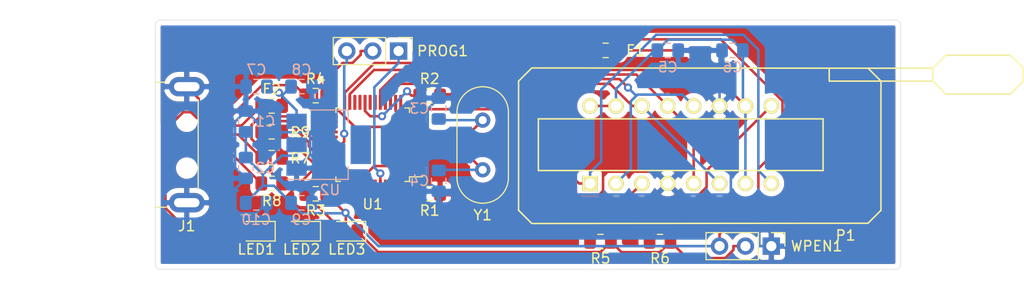
<source format=kicad_pcb>
(kicad_pcb (version 20171130) (host pcbnew "(5.1.2)-2")

  (general
    (thickness 1.6)
    (drawings 19)
    (tracks 293)
    (zones 0)
    (modules 31)
    (nets 53)
  )

  (page A3)
  (title_block
    (title stm32-vserprog)
    (date 2019-07-22)
    (rev v4)
  )

  (layers
    (0 F.Cu signal)
    (31 B.Cu signal)
    (32 B.Adhes user hide)
    (33 F.Adhes user hide)
    (34 B.Paste user)
    (35 F.Paste user)
    (36 B.SilkS user)
    (37 F.SilkS user)
    (38 B.Mask user)
    (39 F.Mask user)
    (40 Dwgs.User user)
    (41 Cmts.User user hide)
    (42 Eco1.User user hide)
    (43 Eco2.User user hide)
    (44 Edge.Cuts user)
    (45 Margin user)
    (46 B.CrtYd user)
    (47 F.CrtYd user)
    (48 B.Fab user)
    (49 F.Fab user)
  )

  (setup
    (last_trace_width 0.25)
    (user_trace_width 0.3)
    (user_trace_width 0.5)
    (trace_clearance 0.2)
    (zone_clearance 0.508)
    (zone_45_only no)
    (trace_min 0.2)
    (via_size 0.8)
    (via_drill 0.4)
    (via_min_size 0.4)
    (via_min_drill 0.3)
    (uvia_size 0.3)
    (uvia_drill 0.1)
    (uvias_allowed no)
    (uvia_min_size 0.2)
    (uvia_min_drill 0.1)
    (edge_width 0.05)
    (segment_width 0.2)
    (pcb_text_width 0.3)
    (pcb_text_size 1.5 1.5)
    (mod_edge_width 0.12)
    (mod_text_size 1 1)
    (mod_text_width 0.15)
    (pad_size 1.524 1.524)
    (pad_drill 0.762)
    (pad_to_mask_clearance 0.051)
    (solder_mask_min_width 0.25)
    (aux_axis_origin 0 0)
    (visible_elements 7FFFFFFF)
    (pcbplotparams
      (layerselection 0x010fc_ffffffff)
      (usegerberextensions false)
      (usegerberattributes false)
      (usegerberadvancedattributes false)
      (creategerberjobfile true)
      (excludeedgelayer true)
      (linewidth 0.100000)
      (plotframeref true)
      (viasonmask false)
      (mode 1)
      (useauxorigin false)
      (hpglpennumber 1)
      (hpglpenspeed 20)
      (hpglpendiameter 15.000000)
      (psnegative false)
      (psa4output false)
      (plotreference true)
      (plotvalue true)
      (plotinvisibletext false)
      (padsonsilk false)
      (subtractmaskfromsilk false)
      (outputformat 1)
      (mirror false)
      (drillshape 0)
      (scaleselection 1)
      (outputdirectory "../"))
  )

  (net 0 "")
  (net 1 +3V3)
  (net 2 GND)
  (net 3 "Net-(C3-Pad1)")
  (net 4 "Net-(C4-Pad1)")
  (net 5 "Net-(C5-Pad1)")
  (net 6 "Net-(C7-Pad1)")
  (net 7 +5V)
  (net 8 "Net-(J1-Pad2)")
  (net 9 "Net-(J1-Pad3)")
  (net 10 "Net-(LED1-Pad1)")
  (net 11 /NWP)
  (net 12 "Net-(LED3-Pad2)")
  (net 13 /NSS)
  (net 14 /MISO)
  (net 15 "Net-(P1-Pad3)")
  (net 16 /MOSI)
  (net 17 /SCK)
  (net 18 "Net-(P1-Pad9)")
  (net 19 /BT0)
  (net 20 /TXD)
  (net 21 /RXD)
  (net 22 /BT1)
  (net 23 "Net-(R4-Pad2)")
  (net 24 /DP)
  (net 25 /DM)
  (net 26 "Net-(R9-Pad2)")
  (net 27 "Net-(U1-Pad1)")
  (net 28 "Net-(U1-Pad2)")
  (net 29 "Net-(U1-Pad3)")
  (net 30 "Net-(U1-Pad4)")
  (net 31 "Net-(U1-Pad7)")
  (net 32 "Net-(U1-Pad11)")
  (net 33 "Net-(U1-Pad12)")
  (net 34 "Net-(U1-Pad13)")
  (net 35 "Net-(U1-Pad18)")
  (net 36 "Net-(U1-Pad19)")
  (net 37 "Net-(U1-Pad21)")
  (net 38 "Net-(U1-Pad22)")
  (net 39 "Net-(U1-Pad25)")
  (net 40 "Net-(U1-Pad26)")
  (net 41 "Net-(U1-Pad27)")
  (net 42 "Net-(U1-Pad28)")
  (net 43 "Net-(U1-Pad29)")
  (net 44 "Net-(U1-Pad37)")
  (net 45 "Net-(U1-Pad38)")
  (net 46 "Net-(U1-Pad39)")
  (net 47 "Net-(U1-Pad40)")
  (net 48 "Net-(U1-Pad41)")
  (net 49 "Net-(U1-Pad42)")
  (net 50 "Net-(U1-Pad43)")
  (net 51 "Net-(U1-Pad45)")
  (net 52 "Net-(U1-Pad46)")

  (net_class Default 这是默认网络类。
    (clearance 0.2)
    (trace_width 0.25)
    (via_dia 0.8)
    (via_drill 0.4)
    (uvia_dia 0.3)
    (uvia_drill 0.1)
    (add_net +3V3)
    (add_net +5V)
    (add_net /BT0)
    (add_net /BT1)
    (add_net /DM)
    (add_net /DP)
    (add_net /MISO)
    (add_net /MOSI)
    (add_net /NSS)
    (add_net /NWP)
    (add_net /RXD)
    (add_net /SCK)
    (add_net /TXD)
    (add_net GND)
    (add_net "Net-(C3-Pad1)")
    (add_net "Net-(C4-Pad1)")
    (add_net "Net-(C5-Pad1)")
    (add_net "Net-(C7-Pad1)")
    (add_net "Net-(J1-Pad2)")
    (add_net "Net-(J1-Pad3)")
    (add_net "Net-(LED1-Pad1)")
    (add_net "Net-(LED3-Pad2)")
    (add_net "Net-(P1-Pad3)")
    (add_net "Net-(P1-Pad9)")
    (add_net "Net-(R4-Pad2)")
    (add_net "Net-(R9-Pad2)")
    (add_net "Net-(U1-Pad1)")
    (add_net "Net-(U1-Pad11)")
    (add_net "Net-(U1-Pad12)")
    (add_net "Net-(U1-Pad13)")
    (add_net "Net-(U1-Pad18)")
    (add_net "Net-(U1-Pad19)")
    (add_net "Net-(U1-Pad2)")
    (add_net "Net-(U1-Pad21)")
    (add_net "Net-(U1-Pad22)")
    (add_net "Net-(U1-Pad25)")
    (add_net "Net-(U1-Pad26)")
    (add_net "Net-(U1-Pad27)")
    (add_net "Net-(U1-Pad28)")
    (add_net "Net-(U1-Pad29)")
    (add_net "Net-(U1-Pad3)")
    (add_net "Net-(U1-Pad37)")
    (add_net "Net-(U1-Pad38)")
    (add_net "Net-(U1-Pad39)")
    (add_net "Net-(U1-Pad4)")
    (add_net "Net-(U1-Pad40)")
    (add_net "Net-(U1-Pad41)")
    (add_net "Net-(U1-Pad42)")
    (add_net "Net-(U1-Pad43)")
    (add_net "Net-(U1-Pad45)")
    (add_net "Net-(U1-Pad46)")
    (add_net "Net-(U1-Pad7)")
  )

  (module Capacitor_SMD:C_0805_2012Metric_Pad1.15x1.40mm_HandSolder (layer B.Cu) (tedit 5B36C52B) (tstamp 5D418261)
    (at 157.226 152.908 90)
    (descr "Capacitor SMD 0805 (2012 Metric), square (rectangular) end terminal, IPC_7351 nominal with elongated pad for handsoldering. (Body size source: https://docs.google.com/spreadsheets/d/1BsfQQcO9C6DZCsRaXUlFlo91Tg2WpOkGARC1WS5S8t0/edit?usp=sharing), generated with kicad-footprint-generator")
    (tags "capacitor handsolder")
    (path /5D361A5E)
    (attr smd)
    (fp_text reference C1 (at 0 1.905 180) (layer B.SilkS)
      (effects (font (size 1 1) (thickness 0.15)) (justify mirror))
    )
    (fp_text value 0.1uF (at 0 1.651 90) (layer B.Fab)
      (effects (font (size 1 1) (thickness 0.15)) (justify mirror))
    )
    (fp_line (start -1 -0.6) (end -1 0.6) (layer B.Fab) (width 0.1))
    (fp_line (start -1 0.6) (end 1 0.6) (layer B.Fab) (width 0.1))
    (fp_line (start 1 0.6) (end 1 -0.6) (layer B.Fab) (width 0.1))
    (fp_line (start 1 -0.6) (end -1 -0.6) (layer B.Fab) (width 0.1))
    (fp_line (start -0.261252 0.71) (end 0.261252 0.71) (layer B.SilkS) (width 0.12))
    (fp_line (start -0.261252 -0.71) (end 0.261252 -0.71) (layer B.SilkS) (width 0.12))
    (fp_line (start -1.85 -0.95) (end -1.85 0.95) (layer B.CrtYd) (width 0.05))
    (fp_line (start -1.85 0.95) (end 1.85 0.95) (layer B.CrtYd) (width 0.05))
    (fp_line (start 1.85 0.95) (end 1.85 -0.95) (layer B.CrtYd) (width 0.05))
    (fp_line (start 1.85 -0.95) (end -1.85 -0.95) (layer B.CrtYd) (width 0.05))
    (fp_text user %R (at 0 0 90) (layer B.Fab)
      (effects (font (size 0.5 0.5) (thickness 0.08)) (justify mirror))
    )
    (pad 1 smd roundrect (at -1.025 0 90) (size 1.15 1.4) (layers B.Cu B.Paste B.Mask) (roundrect_rratio 0.217391)
      (net 1 +3V3))
    (pad 2 smd roundrect (at 1.025 0 90) (size 1.15 1.4) (layers B.Cu B.Paste B.Mask) (roundrect_rratio 0.217391)
      (net 2 GND))
    (model ${KISYS3DMOD}/Capacitor_SMD.3dshapes/C_0805_2012Metric.wrl
      (at (xyz 0 0 0))
      (scale (xyz 1 1 1))
      (rotate (xyz 0 0 0))
    )
  )

  (module Capacitor_SMD:C_0805_2012Metric_Pad1.15x1.40mm_HandSolder (layer B.Cu) (tedit 5B36C52B) (tstamp 5D418272)
    (at 157.226 157.48 270)
    (descr "Capacitor SMD 0805 (2012 Metric), square (rectangular) end terminal, IPC_7351 nominal with elongated pad for handsoldering. (Body size source: https://docs.google.com/spreadsheets/d/1BsfQQcO9C6DZCsRaXUlFlo91Tg2WpOkGARC1WS5S8t0/edit?usp=sharing), generated with kicad-footprint-generator")
    (tags "capacitor handsolder")
    (path /5D362947)
    (attr smd)
    (fp_text reference C2 (at 0 -1.905 180) (layer B.SilkS)
      (effects (font (size 1 1) (thickness 0.15)) (justify mirror))
    )
    (fp_text value 0.1uF (at 0 -1.65 90) (layer B.Fab)
      (effects (font (size 1 1) (thickness 0.15)) (justify mirror))
    )
    (fp_text user %R (at 0 0 90) (layer B.Fab)
      (effects (font (size 0.5 0.5) (thickness 0.08)) (justify mirror))
    )
    (fp_line (start 1.85 -0.95) (end -1.85 -0.95) (layer B.CrtYd) (width 0.05))
    (fp_line (start 1.85 0.95) (end 1.85 -0.95) (layer B.CrtYd) (width 0.05))
    (fp_line (start -1.85 0.95) (end 1.85 0.95) (layer B.CrtYd) (width 0.05))
    (fp_line (start -1.85 -0.95) (end -1.85 0.95) (layer B.CrtYd) (width 0.05))
    (fp_line (start -0.261252 -0.71) (end 0.261252 -0.71) (layer B.SilkS) (width 0.12))
    (fp_line (start -0.261252 0.71) (end 0.261252 0.71) (layer B.SilkS) (width 0.12))
    (fp_line (start 1 -0.6) (end -1 -0.6) (layer B.Fab) (width 0.1))
    (fp_line (start 1 0.6) (end 1 -0.6) (layer B.Fab) (width 0.1))
    (fp_line (start -1 0.6) (end 1 0.6) (layer B.Fab) (width 0.1))
    (fp_line (start -1 -0.6) (end -1 0.6) (layer B.Fab) (width 0.1))
    (pad 2 smd roundrect (at 1.025 0 270) (size 1.15 1.4) (layers B.Cu B.Paste B.Mask) (roundrect_rratio 0.217391)
      (net 2 GND))
    (pad 1 smd roundrect (at -1.025 0 270) (size 1.15 1.4) (layers B.Cu B.Paste B.Mask) (roundrect_rratio 0.217391)
      (net 1 +3V3))
    (model ${KISYS3DMOD}/Capacitor_SMD.3dshapes/C_0805_2012Metric.wrl
      (at (xyz 0 0 0))
      (scale (xyz 1 1 1))
      (rotate (xyz 0 0 0))
    )
  )

  (module Capacitor_SMD:C_0805_2012Metric_Pad1.15x1.40mm_HandSolder (layer B.Cu) (tedit 5B36C52B) (tstamp 5D418283)
    (at 176.149 151.638 90)
    (descr "Capacitor SMD 0805 (2012 Metric), square (rectangular) end terminal, IPC_7351 nominal with elongated pad for handsoldering. (Body size source: https://docs.google.com/spreadsheets/d/1BsfQQcO9C6DZCsRaXUlFlo91Tg2WpOkGARC1WS5S8t0/edit?usp=sharing), generated with kicad-footprint-generator")
    (tags "capacitor handsolder")
    (path /5D3515D5)
    (attr smd)
    (fp_text reference C3 (at 0 -1.905) (layer B.SilkS)
      (effects (font (size 1 1) (thickness 0.15)) (justify mirror))
    )
    (fp_text value 22pF (at 0 -1.65 270) (layer B.Fab)
      (effects (font (size 1 1) (thickness 0.15)) (justify mirror))
    )
    (fp_line (start -1 -0.6) (end -1 0.6) (layer B.Fab) (width 0.1))
    (fp_line (start -1 0.6) (end 1 0.6) (layer B.Fab) (width 0.1))
    (fp_line (start 1 0.6) (end 1 -0.6) (layer B.Fab) (width 0.1))
    (fp_line (start 1 -0.6) (end -1 -0.6) (layer B.Fab) (width 0.1))
    (fp_line (start -0.261252 0.71) (end 0.261252 0.71) (layer B.SilkS) (width 0.12))
    (fp_line (start -0.261252 -0.71) (end 0.261252 -0.71) (layer B.SilkS) (width 0.12))
    (fp_line (start -1.85 -0.95) (end -1.85 0.95) (layer B.CrtYd) (width 0.05))
    (fp_line (start -1.85 0.95) (end 1.85 0.95) (layer B.CrtYd) (width 0.05))
    (fp_line (start 1.85 0.95) (end 1.85 -0.95) (layer B.CrtYd) (width 0.05))
    (fp_line (start 1.85 -0.95) (end -1.85 -0.95) (layer B.CrtYd) (width 0.05))
    (fp_text user %R (at 0 0 270) (layer B.Fab)
      (effects (font (size 0.5 0.5) (thickness 0.08)) (justify mirror))
    )
    (pad 1 smd roundrect (at -1.025 0 90) (size 1.15 1.4) (layers B.Cu B.Paste B.Mask) (roundrect_rratio 0.217391)
      (net 3 "Net-(C3-Pad1)"))
    (pad 2 smd roundrect (at 1.025 0 90) (size 1.15 1.4) (layers B.Cu B.Paste B.Mask) (roundrect_rratio 0.217391)
      (net 2 GND))
    (model ${KISYS3DMOD}/Capacitor_SMD.3dshapes/C_0805_2012Metric.wrl
      (at (xyz 0 0 0))
      (scale (xyz 1 1 1))
      (rotate (xyz 0 0 0))
    )
  )

  (module Capacitor_SMD:C_0805_2012Metric_Pad1.15x1.40mm_HandSolder (layer B.Cu) (tedit 5B36C52B) (tstamp 5D418294)
    (at 176.149 158.75 270)
    (descr "Capacitor SMD 0805 (2012 Metric), square (rectangular) end terminal, IPC_7351 nominal with elongated pad for handsoldering. (Body size source: https://docs.google.com/spreadsheets/d/1BsfQQcO9C6DZCsRaXUlFlo91Tg2WpOkGARC1WS5S8t0/edit?usp=sharing), generated with kicad-footprint-generator")
    (tags "capacitor handsolder")
    (path /5D351E4F)
    (attr smd)
    (fp_text reference C4 (at 0 1.905) (layer B.SilkS)
      (effects (font (size 1 1) (thickness 0.15)) (justify mirror))
    )
    (fp_text value 22pF (at 0 1.905 270) (layer B.Fab)
      (effects (font (size 1 1) (thickness 0.15)) (justify mirror))
    )
    (fp_text user %R (at 0 0 270) (layer B.Fab)
      (effects (font (size 0.5 0.5) (thickness 0.08)) (justify mirror))
    )
    (fp_line (start 1.85 -0.95) (end -1.85 -0.95) (layer B.CrtYd) (width 0.05))
    (fp_line (start 1.85 0.95) (end 1.85 -0.95) (layer B.CrtYd) (width 0.05))
    (fp_line (start -1.85 0.95) (end 1.85 0.95) (layer B.CrtYd) (width 0.05))
    (fp_line (start -1.85 -0.95) (end -1.85 0.95) (layer B.CrtYd) (width 0.05))
    (fp_line (start -0.261252 -0.71) (end 0.261252 -0.71) (layer B.SilkS) (width 0.12))
    (fp_line (start -0.261252 0.71) (end 0.261252 0.71) (layer B.SilkS) (width 0.12))
    (fp_line (start 1 -0.6) (end -1 -0.6) (layer B.Fab) (width 0.1))
    (fp_line (start 1 0.6) (end 1 -0.6) (layer B.Fab) (width 0.1))
    (fp_line (start -1 0.6) (end 1 0.6) (layer B.Fab) (width 0.1))
    (fp_line (start -1 -0.6) (end -1 0.6) (layer B.Fab) (width 0.1))
    (pad 2 smd roundrect (at 1.025 0 270) (size 1.15 1.4) (layers B.Cu B.Paste B.Mask) (roundrect_rratio 0.217391)
      (net 2 GND))
    (pad 1 smd roundrect (at -1.025 0 270) (size 1.15 1.4) (layers B.Cu B.Paste B.Mask) (roundrect_rratio 0.217391)
      (net 4 "Net-(C4-Pad1)"))
    (model ${KISYS3DMOD}/Capacitor_SMD.3dshapes/C_0805_2012Metric.wrl
      (at (xyz 0 0 0))
      (scale (xyz 1 1 1))
      (rotate (xyz 0 0 0))
    )
  )

  (module Capacitor_SMD:C_0805_2012Metric_Pad1.15x1.40mm_HandSolder (layer B.Cu) (tedit 5B36C52B) (tstamp 5D4182A5)
    (at 198.628 145.923)
    (descr "Capacitor SMD 0805 (2012 Metric), square (rectangular) end terminal, IPC_7351 nominal with elongated pad for handsoldering. (Body size source: https://docs.google.com/spreadsheets/d/1BsfQQcO9C6DZCsRaXUlFlo91Tg2WpOkGARC1WS5S8t0/edit?usp=sharing), generated with kicad-footprint-generator")
    (tags "capacitor handsolder")
    (path /5D370CD6)
    (attr smd)
    (fp_text reference C5 (at 0 1.65) (layer B.SilkS)
      (effects (font (size 1 1) (thickness 0.15)) (justify mirror))
    )
    (fp_text value 0.1uF (at 0 1.651) (layer B.Fab)
      (effects (font (size 1 1) (thickness 0.15)) (justify mirror))
    )
    (fp_line (start -1 -0.6) (end -1 0.6) (layer B.Fab) (width 0.1))
    (fp_line (start -1 0.6) (end 1 0.6) (layer B.Fab) (width 0.1))
    (fp_line (start 1 0.6) (end 1 -0.6) (layer B.Fab) (width 0.1))
    (fp_line (start 1 -0.6) (end -1 -0.6) (layer B.Fab) (width 0.1))
    (fp_line (start -0.261252 0.71) (end 0.261252 0.71) (layer B.SilkS) (width 0.12))
    (fp_line (start -0.261252 -0.71) (end 0.261252 -0.71) (layer B.SilkS) (width 0.12))
    (fp_line (start -1.85 -0.95) (end -1.85 0.95) (layer B.CrtYd) (width 0.05))
    (fp_line (start -1.85 0.95) (end 1.85 0.95) (layer B.CrtYd) (width 0.05))
    (fp_line (start 1.85 0.95) (end 1.85 -0.95) (layer B.CrtYd) (width 0.05))
    (fp_line (start 1.85 -0.95) (end -1.85 -0.95) (layer B.CrtYd) (width 0.05))
    (fp_text user %R (at 0 0) (layer B.Fab)
      (effects (font (size 0.5 0.5) (thickness 0.08)) (justify mirror))
    )
    (pad 1 smd roundrect (at -1.025 0) (size 1.15 1.4) (layers B.Cu B.Paste B.Mask) (roundrect_rratio 0.217391)
      (net 5 "Net-(C5-Pad1)"))
    (pad 2 smd roundrect (at 1.025 0) (size 1.15 1.4) (layers B.Cu B.Paste B.Mask) (roundrect_rratio 0.217391)
      (net 2 GND))
    (model ${KISYS3DMOD}/Capacitor_SMD.3dshapes/C_0805_2012Metric.wrl
      (at (xyz 0 0 0))
      (scale (xyz 1 1 1))
      (rotate (xyz 0 0 0))
    )
  )

  (module Capacitor_SMD:C_0805_2012Metric_Pad1.15x1.40mm_HandSolder (layer B.Cu) (tedit 5B36C52B) (tstamp 5D41A0CA)
    (at 204.978 145.923 180)
    (descr "Capacitor SMD 0805 (2012 Metric), square (rectangular) end terminal, IPC_7351 nominal with elongated pad for handsoldering. (Body size source: https://docs.google.com/spreadsheets/d/1BsfQQcO9C6DZCsRaXUlFlo91Tg2WpOkGARC1WS5S8t0/edit?usp=sharing), generated with kicad-footprint-generator")
    (tags "capacitor handsolder")
    (path /5D3B630A)
    (attr smd)
    (fp_text reference C6 (at 0 -1.651) (layer B.SilkS)
      (effects (font (size 1 1) (thickness 0.15)) (justify mirror))
    )
    (fp_text value 0.1uF (at 0 -1.65) (layer B.Fab)
      (effects (font (size 1 1) (thickness 0.15)) (justify mirror))
    )
    (fp_line (start -1 -0.6) (end -1 0.6) (layer B.Fab) (width 0.1))
    (fp_line (start -1 0.6) (end 1 0.6) (layer B.Fab) (width 0.1))
    (fp_line (start 1 0.6) (end 1 -0.6) (layer B.Fab) (width 0.1))
    (fp_line (start 1 -0.6) (end -1 -0.6) (layer B.Fab) (width 0.1))
    (fp_line (start -0.261252 0.71) (end 0.261252 0.71) (layer B.SilkS) (width 0.12))
    (fp_line (start -0.261252 -0.71) (end 0.261252 -0.71) (layer B.SilkS) (width 0.12))
    (fp_line (start -1.85 -0.95) (end -1.85 0.95) (layer B.CrtYd) (width 0.05))
    (fp_line (start -1.85 0.95) (end 1.85 0.95) (layer B.CrtYd) (width 0.05))
    (fp_line (start 1.85 0.95) (end 1.85 -0.95) (layer B.CrtYd) (width 0.05))
    (fp_line (start 1.85 -0.95) (end -1.85 -0.95) (layer B.CrtYd) (width 0.05))
    (fp_text user %R (at 0 0) (layer B.Fab)
      (effects (font (size 0.5 0.5) (thickness 0.08)) (justify mirror))
    )
    (pad 1 smd roundrect (at -1.025 0 180) (size 1.15 1.4) (layers B.Cu B.Paste B.Mask) (roundrect_rratio 0.217391)
      (net 5 "Net-(C5-Pad1)"))
    (pad 2 smd roundrect (at 1.025 0 180) (size 1.15 1.4) (layers B.Cu B.Paste B.Mask) (roundrect_rratio 0.217391)
      (net 2 GND))
    (model ${KISYS3DMOD}/Capacitor_SMD.3dshapes/C_0805_2012Metric.wrl
      (at (xyz 0 0 0))
      (scale (xyz 1 1 1))
      (rotate (xyz 0 0 0))
    )
  )

  (module Capacitor_SMD:C_0805_2012Metric_Pad1.15x1.40mm_HandSolder (layer B.Cu) (tedit 5B36C52B) (tstamp 5D4182C7)
    (at 158.267 149.479 180)
    (descr "Capacitor SMD 0805 (2012 Metric), square (rectangular) end terminal, IPC_7351 nominal with elongated pad for handsoldering. (Body size source: https://docs.google.com/spreadsheets/d/1BsfQQcO9C6DZCsRaXUlFlo91Tg2WpOkGARC1WS5S8t0/edit?usp=sharing), generated with kicad-footprint-generator")
    (tags "capacitor handsolder")
    (path /5D374911)
    (attr smd)
    (fp_text reference C7 (at 0 1.65) (layer B.SilkS)
      (effects (font (size 1 1) (thickness 0.15)) (justify mirror))
    )
    (fp_text value 10uF (at 0 1.651) (layer B.Fab)
      (effects (font (size 1 1) (thickness 0.15)) (justify mirror))
    )
    (fp_text user %R (at 0 0) (layer B.Fab)
      (effects (font (size 0.5 0.5) (thickness 0.08)) (justify mirror))
    )
    (fp_line (start 1.85 -0.95) (end -1.85 -0.95) (layer B.CrtYd) (width 0.05))
    (fp_line (start 1.85 0.95) (end 1.85 -0.95) (layer B.CrtYd) (width 0.05))
    (fp_line (start -1.85 0.95) (end 1.85 0.95) (layer B.CrtYd) (width 0.05))
    (fp_line (start -1.85 -0.95) (end -1.85 0.95) (layer B.CrtYd) (width 0.05))
    (fp_line (start -0.261252 -0.71) (end 0.261252 -0.71) (layer B.SilkS) (width 0.12))
    (fp_line (start -0.261252 0.71) (end 0.261252 0.71) (layer B.SilkS) (width 0.12))
    (fp_line (start 1 -0.6) (end -1 -0.6) (layer B.Fab) (width 0.1))
    (fp_line (start 1 0.6) (end 1 -0.6) (layer B.Fab) (width 0.1))
    (fp_line (start -1 0.6) (end 1 0.6) (layer B.Fab) (width 0.1))
    (fp_line (start -1 -0.6) (end -1 0.6) (layer B.Fab) (width 0.1))
    (pad 2 smd roundrect (at 1.025 0 180) (size 1.15 1.4) (layers B.Cu B.Paste B.Mask) (roundrect_rratio 0.217391)
      (net 2 GND))
    (pad 1 smd roundrect (at -1.025 0 180) (size 1.15 1.4) (layers B.Cu B.Paste B.Mask) (roundrect_rratio 0.217391)
      (net 6 "Net-(C7-Pad1)"))
    (model ${KISYS3DMOD}/Capacitor_SMD.3dshapes/C_0805_2012Metric.wrl
      (at (xyz 0 0 0))
      (scale (xyz 1 1 1))
      (rotate (xyz 0 0 0))
    )
  )

  (module Capacitor_SMD:C_0805_2012Metric_Pad1.15x1.40mm_HandSolder (layer B.Cu) (tedit 5B36C52B) (tstamp 5D4182D8)
    (at 162.687 149.479)
    (descr "Capacitor SMD 0805 (2012 Metric), square (rectangular) end terminal, IPC_7351 nominal with elongated pad for handsoldering. (Body size source: https://docs.google.com/spreadsheets/d/1BsfQQcO9C6DZCsRaXUlFlo91Tg2WpOkGARC1WS5S8t0/edit?usp=sharing), generated with kicad-footprint-generator")
    (tags "capacitor handsolder")
    (path /5D374BA3)
    (attr smd)
    (fp_text reference C8 (at 0 -1.651) (layer B.SilkS)
      (effects (font (size 1 1) (thickness 0.15)) (justify mirror))
    )
    (fp_text value 0.1uF (at 0 -1.65) (layer B.Fab)
      (effects (font (size 1 1) (thickness 0.15)) (justify mirror))
    )
    (fp_text user %R (at 0 0) (layer B.Fab)
      (effects (font (size 0.5 0.5) (thickness 0.08)) (justify mirror))
    )
    (fp_line (start 1.85 -0.95) (end -1.85 -0.95) (layer B.CrtYd) (width 0.05))
    (fp_line (start 1.85 0.95) (end 1.85 -0.95) (layer B.CrtYd) (width 0.05))
    (fp_line (start -1.85 0.95) (end 1.85 0.95) (layer B.CrtYd) (width 0.05))
    (fp_line (start -1.85 -0.95) (end -1.85 0.95) (layer B.CrtYd) (width 0.05))
    (fp_line (start -0.261252 -0.71) (end 0.261252 -0.71) (layer B.SilkS) (width 0.12))
    (fp_line (start -0.261252 0.71) (end 0.261252 0.71) (layer B.SilkS) (width 0.12))
    (fp_line (start 1 -0.6) (end -1 -0.6) (layer B.Fab) (width 0.1))
    (fp_line (start 1 0.6) (end 1 -0.6) (layer B.Fab) (width 0.1))
    (fp_line (start -1 0.6) (end 1 0.6) (layer B.Fab) (width 0.1))
    (fp_line (start -1 -0.6) (end -1 0.6) (layer B.Fab) (width 0.1))
    (pad 2 smd roundrect (at 1.025 0) (size 1.15 1.4) (layers B.Cu B.Paste B.Mask) (roundrect_rratio 0.217391)
      (net 2 GND))
    (pad 1 smd roundrect (at -1.025 0) (size 1.15 1.4) (layers B.Cu B.Paste B.Mask) (roundrect_rratio 0.217391)
      (net 6 "Net-(C7-Pad1)"))
    (model ${KISYS3DMOD}/Capacitor_SMD.3dshapes/C_0805_2012Metric.wrl
      (at (xyz 0 0 0))
      (scale (xyz 1 1 1))
      (rotate (xyz 0 0 0))
    )
  )

  (module Capacitor_SMD:C_0805_2012Metric_Pad1.15x1.40mm_HandSolder (layer B.Cu) (tedit 5B36C52B) (tstamp 5D4182E9)
    (at 162.687 160.909)
    (descr "Capacitor SMD 0805 (2012 Metric), square (rectangular) end terminal, IPC_7351 nominal with elongated pad for handsoldering. (Body size source: https://docs.google.com/spreadsheets/d/1BsfQQcO9C6DZCsRaXUlFlo91Tg2WpOkGARC1WS5S8t0/edit?usp=sharing), generated with kicad-footprint-generator")
    (tags "capacitor handsolder")
    (path /5D37BC7E)
    (attr smd)
    (fp_text reference C9 (at 0 1.65) (layer B.SilkS)
      (effects (font (size 1 1) (thickness 0.15)) (justify mirror))
    )
    (fp_text value 10uF (at 0 1.651) (layer B.Fab)
      (effects (font (size 1 1) (thickness 0.15)) (justify mirror))
    )
    (fp_text user %R (at 0 0) (layer B.Fab)
      (effects (font (size 0.5 0.5) (thickness 0.08)) (justify mirror))
    )
    (fp_line (start 1.85 -0.95) (end -1.85 -0.95) (layer B.CrtYd) (width 0.05))
    (fp_line (start 1.85 0.95) (end 1.85 -0.95) (layer B.CrtYd) (width 0.05))
    (fp_line (start -1.85 0.95) (end 1.85 0.95) (layer B.CrtYd) (width 0.05))
    (fp_line (start -1.85 -0.95) (end -1.85 0.95) (layer B.CrtYd) (width 0.05))
    (fp_line (start -0.261252 -0.71) (end 0.261252 -0.71) (layer B.SilkS) (width 0.12))
    (fp_line (start -0.261252 0.71) (end 0.261252 0.71) (layer B.SilkS) (width 0.12))
    (fp_line (start 1 -0.6) (end -1 -0.6) (layer B.Fab) (width 0.1))
    (fp_line (start 1 0.6) (end 1 -0.6) (layer B.Fab) (width 0.1))
    (fp_line (start -1 0.6) (end 1 0.6) (layer B.Fab) (width 0.1))
    (fp_line (start -1 -0.6) (end -1 0.6) (layer B.Fab) (width 0.1))
    (pad 2 smd roundrect (at 1.025 0) (size 1.15 1.4) (layers B.Cu B.Paste B.Mask) (roundrect_rratio 0.217391)
      (net 2 GND))
    (pad 1 smd roundrect (at -1.025 0) (size 1.15 1.4) (layers B.Cu B.Paste B.Mask) (roundrect_rratio 0.217391)
      (net 1 +3V3))
    (model ${KISYS3DMOD}/Capacitor_SMD.3dshapes/C_0805_2012Metric.wrl
      (at (xyz 0 0 0))
      (scale (xyz 1 1 1))
      (rotate (xyz 0 0 0))
    )
  )

  (module Capacitor_SMD:C_0805_2012Metric_Pad1.15x1.40mm_HandSolder (layer B.Cu) (tedit 5B36C52B) (tstamp 5D4182FA)
    (at 158.242 160.909)
    (descr "Capacitor SMD 0805 (2012 Metric), square (rectangular) end terminal, IPC_7351 nominal with elongated pad for handsoldering. (Body size source: https://docs.google.com/spreadsheets/d/1BsfQQcO9C6DZCsRaXUlFlo91Tg2WpOkGARC1WS5S8t0/edit?usp=sharing), generated with kicad-footprint-generator")
    (tags "capacitor handsolder")
    (path /5D37C3AF)
    (attr smd)
    (fp_text reference C10 (at 0 1.65) (layer B.SilkS)
      (effects (font (size 1 1) (thickness 0.15)) (justify mirror))
    )
    (fp_text value 0.1uF (at 0 1.651) (layer B.Fab)
      (effects (font (size 1 1) (thickness 0.15)) (justify mirror))
    )
    (fp_line (start -1 -0.6) (end -1 0.6) (layer B.Fab) (width 0.1))
    (fp_line (start -1 0.6) (end 1 0.6) (layer B.Fab) (width 0.1))
    (fp_line (start 1 0.6) (end 1 -0.6) (layer B.Fab) (width 0.1))
    (fp_line (start 1 -0.6) (end -1 -0.6) (layer B.Fab) (width 0.1))
    (fp_line (start -0.261252 0.71) (end 0.261252 0.71) (layer B.SilkS) (width 0.12))
    (fp_line (start -0.261252 -0.71) (end 0.261252 -0.71) (layer B.SilkS) (width 0.12))
    (fp_line (start -1.85 -0.95) (end -1.85 0.95) (layer B.CrtYd) (width 0.05))
    (fp_line (start -1.85 0.95) (end 1.85 0.95) (layer B.CrtYd) (width 0.05))
    (fp_line (start 1.85 0.95) (end 1.85 -0.95) (layer B.CrtYd) (width 0.05))
    (fp_line (start 1.85 -0.95) (end -1.85 -0.95) (layer B.CrtYd) (width 0.05))
    (fp_text user %R (at 0 0) (layer B.Fab)
      (effects (font (size 0.5 0.5) (thickness 0.08)) (justify mirror))
    )
    (pad 1 smd roundrect (at -1.025 0) (size 1.15 1.4) (layers B.Cu B.Paste B.Mask) (roundrect_rratio 0.217391)
      (net 1 +3V3))
    (pad 2 smd roundrect (at 1.025 0) (size 1.15 1.4) (layers B.Cu B.Paste B.Mask) (roundrect_rratio 0.217391)
      (net 2 GND))
    (model ${KISYS3DMOD}/Capacitor_SMD.3dshapes/C_0805_2012Metric.wrl
      (at (xyz 0 0 0))
      (scale (xyz 1 1 1))
      (rotate (xyz 0 0 0))
    )
  )

  (module Fuse:Fuse_0805_2012Metric_Pad1.15x1.40mm_HandSolder (layer F.Cu) (tedit 5B36C52C) (tstamp 5D41830B)
    (at 192.532 145.923 180)
    (descr "Fuse SMD 0805 (2012 Metric), square (rectangular) end terminal, IPC_7351 nominal with elongated pad for handsoldering. (Body size source: https://docs.google.com/spreadsheets/d/1BsfQQcO9C6DZCsRaXUlFlo91Tg2WpOkGARC1WS5S8t0/edit?usp=sharing), generated with kicad-footprint-generator")
    (tags "resistor handsolder")
    (path /5D35C1FD)
    (attr smd)
    (fp_text reference F1 (at -2.921 0) (layer F.SilkS)
      (effects (font (size 1 1) (thickness 0.15)))
    )
    (fp_text value 200mA (at 4.572 0) (layer F.Fab)
      (effects (font (size 1 1) (thickness 0.15)))
    )
    (fp_line (start -1 0.6) (end -1 -0.6) (layer F.Fab) (width 0.1))
    (fp_line (start -1 -0.6) (end 1 -0.6) (layer F.Fab) (width 0.1))
    (fp_line (start 1 -0.6) (end 1 0.6) (layer F.Fab) (width 0.1))
    (fp_line (start 1 0.6) (end -1 0.6) (layer F.Fab) (width 0.1))
    (fp_line (start -0.261252 -0.71) (end 0.261252 -0.71) (layer F.SilkS) (width 0.12))
    (fp_line (start -0.261252 0.71) (end 0.261252 0.71) (layer F.SilkS) (width 0.12))
    (fp_line (start -1.85 0.95) (end -1.85 -0.95) (layer F.CrtYd) (width 0.05))
    (fp_line (start -1.85 -0.95) (end 1.85 -0.95) (layer F.CrtYd) (width 0.05))
    (fp_line (start 1.85 -0.95) (end 1.85 0.95) (layer F.CrtYd) (width 0.05))
    (fp_line (start 1.85 0.95) (end -1.85 0.95) (layer F.CrtYd) (width 0.05))
    (fp_text user %R (at 0 0) (layer F.Fab)
      (effects (font (size 0.5 0.5) (thickness 0.08)))
    )
    (pad 1 smd roundrect (at -1.025 0 180) (size 1.15 1.4) (layers F.Cu F.Paste F.Mask) (roundrect_rratio 0.217391)
      (net 5 "Net-(C5-Pad1)"))
    (pad 2 smd roundrect (at 1.025 0 180) (size 1.15 1.4) (layers F.Cu F.Paste F.Mask) (roundrect_rratio 0.217391)
      (net 1 +3V3))
    (model ${KISYS3DMOD}/Fuse.3dshapes/Fuse_0805_2012Metric.wrl
      (at (xyz 0 0 0))
      (scale (xyz 1 1 1))
      (rotate (xyz 0 0 0))
    )
  )

  (module Fuse:Fuse_0805_2012Metric_Pad1.15x1.40mm_HandSolder (layer F.Cu) (tedit 5B36C52C) (tstamp 5D41831C)
    (at 159.757 151.384)
    (descr "Fuse SMD 0805 (2012 Metric), square (rectangular) end terminal, IPC_7351 nominal with elongated pad for handsoldering. (Body size source: https://docs.google.com/spreadsheets/d/1BsfQQcO9C6DZCsRaXUlFlo91Tg2WpOkGARC1WS5S8t0/edit?usp=sharing), generated with kicad-footprint-generator")
    (tags "resistor handsolder")
    (path /5D3740EA)
    (attr smd)
    (fp_text reference F2 (at 0 -1.65) (layer F.SilkS)
      (effects (font (size 1 1) (thickness 0.15)))
    )
    (fp_text value 200mA (at 0 -1.651) (layer F.Fab)
      (effects (font (size 1 1) (thickness 0.15)))
    )
    (fp_text user %R (at 0 0) (layer F.Fab)
      (effects (font (size 0.5 0.5) (thickness 0.08)))
    )
    (fp_line (start 1.85 0.95) (end -1.85 0.95) (layer F.CrtYd) (width 0.05))
    (fp_line (start 1.85 -0.95) (end 1.85 0.95) (layer F.CrtYd) (width 0.05))
    (fp_line (start -1.85 -0.95) (end 1.85 -0.95) (layer F.CrtYd) (width 0.05))
    (fp_line (start -1.85 0.95) (end -1.85 -0.95) (layer F.CrtYd) (width 0.05))
    (fp_line (start -0.261252 0.71) (end 0.261252 0.71) (layer F.SilkS) (width 0.12))
    (fp_line (start -0.261252 -0.71) (end 0.261252 -0.71) (layer F.SilkS) (width 0.12))
    (fp_line (start 1 0.6) (end -1 0.6) (layer F.Fab) (width 0.1))
    (fp_line (start 1 -0.6) (end 1 0.6) (layer F.Fab) (width 0.1))
    (fp_line (start -1 -0.6) (end 1 -0.6) (layer F.Fab) (width 0.1))
    (fp_line (start -1 0.6) (end -1 -0.6) (layer F.Fab) (width 0.1))
    (pad 2 smd roundrect (at 1.025 0) (size 1.15 1.4) (layers F.Cu F.Paste F.Mask) (roundrect_rratio 0.217391)
      (net 6 "Net-(C7-Pad1)"))
    (pad 1 smd roundrect (at -1.025 0) (size 1.15 1.4) (layers F.Cu F.Paste F.Mask) (roundrect_rratio 0.217391)
      (net 7 +5V))
    (model ${KISYS3DMOD}/Fuse.3dshapes/Fuse_0805_2012Metric.wrl
      (at (xyz 0 0 0))
      (scale (xyz 1 1 1))
      (rotate (xyz 0 0 0))
    )
  )

  (module Connector_USB:USB_A_CNCTech_1001-011-01101_Horizontal (layer F.Cu) (tedit 5AFEF547) (tstamp 5D41834C)
    (at 144.526 155.194 180)
    (descr http://cnctech.us/pdfs/1001-011-01101.pdf)
    (tags USB-A)
    (path /5D368278)
    (attr smd)
    (fp_text reference J1 (at -6.9 -8) (layer F.SilkS)
      (effects (font (size 1 1) (thickness 0.15)))
    )
    (fp_text value USB_A (at 0 8 180) (layer F.Fab)
      (effects (font (size 1 1) (thickness 0.15)))
    )
    (fp_line (start -7.9 6.025) (end -7.9 -6.025) (layer F.Fab) (width 0.1))
    (fp_line (start -7.9 -6.025) (end 10.9 -6.025) (layer F.Fab) (width 0.1))
    (fp_line (start -7.9 6.025) (end 10.9 6.025) (layer F.Fab) (width 0.1))
    (fp_line (start 10.9 6.025) (end 10.9 -6.025) (layer F.Fab) (width 0.1))
    (fp_line (start -10.4 3.75) (end -10.4 3.25) (layer F.Fab) (width 0.1))
    (fp_line (start -10.4 3.25) (end -7.9 3.25) (layer F.Fab) (width 0.1))
    (fp_line (start -10.4 3.75) (end -7.9 3.75) (layer F.Fab) (width 0.1))
    (fp_line (start -10.4 0.75) (end -7.9 0.75) (layer F.Fab) (width 0.1))
    (fp_line (start -10.4 1.25) (end -10.4 0.75) (layer F.Fab) (width 0.1))
    (fp_line (start -10.4 1.25) (end -7.9 1.25) (layer F.Fab) (width 0.1))
    (fp_line (start -10.4 -0.75) (end -10.4 -1.25) (layer F.Fab) (width 0.1))
    (fp_line (start -10.4 -0.75) (end -7.9 -0.75) (layer F.Fab) (width 0.1))
    (fp_line (start -10.4 -1.25) (end -7.9 -1.25) (layer F.Fab) (width 0.1))
    (fp_line (start -10.4 -3.75) (end -7.9 -3.75) (layer F.Fab) (width 0.1))
    (fp_line (start -10.4 -3.25) (end -10.4 -3.75) (layer F.Fab) (width 0.1))
    (fp_line (start -10.4 -3.25) (end -7.9 -3.25) (layer F.Fab) (width 0.1))
    (fp_circle (center -6.9 -2.3) (end -6.9 -2.8) (layer F.Fab) (width 0.1))
    (fp_circle (center -6.9 2.3) (end -6.9 2.8) (layer F.Fab) (width 0.1))
    (fp_line (start -8.02 -4.4) (end -8.02 4.4) (layer F.SilkS) (width 0.12))
    (fp_line (start -3.8 6.025) (end -3.8 -6.025) (layer Dwgs.User) (width 0.1))
    (fp_text user "PCB Edge" (at -4.55 -0.05 90) (layer Dwgs.User)
      (effects (font (size 0.6 0.6) (thickness 0.09)))
    )
    (fp_line (start -4.85 -6.145) (end -3.8 -6.145) (layer F.SilkS) (width 0.12))
    (fp_line (start -4.85 6.145) (end -3.8 6.145) (layer F.SilkS) (width 0.12))
    (fp_line (start -11.4 4.55) (end -11.4 -4.55) (layer F.CrtYd) (width 0.05))
    (fp_line (start -11.4 -4.55) (end -9.15 -4.55) (layer F.CrtYd) (width 0.05))
    (fp_line (start -9.15 -7.15) (end -9.15 -4.55) (layer F.CrtYd) (width 0.05))
    (fp_line (start -9.15 -7.15) (end -4.65 -7.15) (layer F.CrtYd) (width 0.05))
    (fp_line (start -4.65 -6.52) (end -4.65 -7.15) (layer F.CrtYd) (width 0.05))
    (fp_line (start -4.65 -6.52) (end 11.4 -6.52) (layer F.CrtYd) (width 0.05))
    (fp_line (start 11.4 6.52) (end 11.4 -6.52) (layer F.CrtYd) (width 0.05))
    (fp_text user %R (at -6 0 90) (layer F.Fab)
      (effects (font (size 1 1) (thickness 0.15)))
    )
    (fp_line (start -4.65 6.52) (end 11.4 6.52) (layer F.CrtYd) (width 0.05))
    (fp_line (start -4.65 7.15) (end -4.65 6.52) (layer F.CrtYd) (width 0.05))
    (fp_line (start -9.15 7.15) (end -4.65 7.15) (layer F.CrtYd) (width 0.05))
    (fp_line (start -9.15 4.55) (end -9.15 7.15) (layer F.CrtYd) (width 0.05))
    (fp_line (start -11.4 4.55) (end -9.15 4.55) (layer F.CrtYd) (width 0.05))
    (pad 2 smd rect (at -9.65 -1 180) (size 2.5 1.1) (layers F.Cu F.Paste F.Mask)
      (net 8 "Net-(J1-Pad2)"))
    (pad 3 smd rect (at -9.65 1 180) (size 2.5 1.1) (layers F.Cu F.Paste F.Mask)
      (net 9 "Net-(J1-Pad3)"))
    (pad 1 smd rect (at -9.65 -3.5 180) (size 2.5 1.1) (layers F.Cu F.Paste F.Mask)
      (net 7 +5V))
    (pad 4 smd rect (at -9.65 3.5 180) (size 2.5 1.1) (layers F.Cu F.Paste F.Mask)
      (net 2 GND))
    (pad 5 thru_hole oval (at -6.9 -5.7 180) (size 3.5 1.9) (drill oval 2.5 0.9) (layers *.Cu *.Mask)
      (net 2 GND))
    (pad 5 thru_hole oval (at -6.9 5.7 180) (size 3.5 1.9) (drill oval 2.5 0.9) (layers *.Cu *.Mask)
      (net 2 GND))
    (pad "" np_thru_hole circle (at -6.9 -2.3 180) (size 1.1 1.1) (drill 1.1) (layers *.Cu *.Mask))
    (pad "" np_thru_hole circle (at -6.9 2.3 180) (size 1.1 1.1) (drill 1.1) (layers *.Cu *.Mask))
    (model ${KISYS3DMOD}/Connector_USB.3dshapes/USB_A_CNCTech_1001-011-01101_Horizontal.wrl
      (at (xyz 0 0 0))
      (scale (xyz 1 1 1))
      (rotate (xyz 0 0 0))
    )
  )

  (module LED_SMD:LED_0805_2012Metric_Pad1.15x1.40mm_HandSolder (layer F.Cu) (tedit 5B4B45C9) (tstamp 5D41835F)
    (at 158.242 163.703 180)
    (descr "LED SMD 0805 (2012 Metric), square (rectangular) end terminal, IPC_7351 nominal, (Body size source: https://docs.google.com/spreadsheets/d/1BsfQQcO9C6DZCsRaXUlFlo91Tg2WpOkGARC1WS5S8t0/edit?usp=sharing), generated with kicad-footprint-generator")
    (tags "LED handsolder")
    (path /5D3A92D4)
    (attr smd)
    (fp_text reference LED1 (at 0 -1.778) (layer F.SilkS)
      (effects (font (size 1 1) (thickness 0.15)))
    )
    (fp_text value IDLE (at 0 1.65) (layer F.Fab)
      (effects (font (size 1 1) (thickness 0.15)))
    )
    (fp_line (start 1 -0.6) (end -0.7 -0.6) (layer F.Fab) (width 0.1))
    (fp_line (start -0.7 -0.6) (end -1 -0.3) (layer F.Fab) (width 0.1))
    (fp_line (start -1 -0.3) (end -1 0.6) (layer F.Fab) (width 0.1))
    (fp_line (start -1 0.6) (end 1 0.6) (layer F.Fab) (width 0.1))
    (fp_line (start 1 0.6) (end 1 -0.6) (layer F.Fab) (width 0.1))
    (fp_line (start 1 -0.96) (end -1.86 -0.96) (layer F.SilkS) (width 0.12))
    (fp_line (start -1.86 -0.96) (end -1.86 0.96) (layer F.SilkS) (width 0.12))
    (fp_line (start -1.86 0.96) (end 1 0.96) (layer F.SilkS) (width 0.12))
    (fp_line (start -1.85 0.95) (end -1.85 -0.95) (layer F.CrtYd) (width 0.05))
    (fp_line (start -1.85 -0.95) (end 1.85 -0.95) (layer F.CrtYd) (width 0.05))
    (fp_line (start 1.85 -0.95) (end 1.85 0.95) (layer F.CrtYd) (width 0.05))
    (fp_line (start 1.85 0.95) (end -1.85 0.95) (layer F.CrtYd) (width 0.05))
    (fp_text user %R (at 0 0) (layer F.Fab)
      (effects (font (size 0.5 0.5) (thickness 0.08)))
    )
    (pad 1 smd roundrect (at -1.025 0 180) (size 1.15 1.4) (layers F.Cu F.Paste F.Mask) (roundrect_rratio 0.217391)
      (net 10 "Net-(LED1-Pad1)"))
    (pad 2 smd roundrect (at 1.025 0 180) (size 1.15 1.4) (layers F.Cu F.Paste F.Mask) (roundrect_rratio 0.217391)
      (net 1 +3V3))
    (model ${KISYS3DMOD}/LED_SMD.3dshapes/LED_0805_2012Metric.wrl
      (at (xyz 0 0 0))
      (scale (xyz 1 1 1))
      (rotate (xyz 0 0 0))
    )
  )

  (module LED_SMD:LED_0805_2012Metric_Pad1.15x1.40mm_HandSolder (layer F.Cu) (tedit 5B4B45C9) (tstamp 5D418372)
    (at 162.687 163.703 180)
    (descr "LED SMD 0805 (2012 Metric), square (rectangular) end terminal, IPC_7351 nominal, (Body size source: https://docs.google.com/spreadsheets/d/1BsfQQcO9C6DZCsRaXUlFlo91Tg2WpOkGARC1WS5S8t0/edit?usp=sharing), generated with kicad-footprint-generator")
    (tags "LED handsolder")
    (path /5D3A9862)
    (attr smd)
    (fp_text reference LED2 (at 0 -1.778) (layer F.SilkS)
      (effects (font (size 1 1) (thickness 0.15)))
    )
    (fp_text value BUSY (at 0 1.65) (layer F.Fab)
      (effects (font (size 1 1) (thickness 0.15)))
    )
    (fp_text user %R (at 0 0) (layer F.Fab)
      (effects (font (size 0.5 0.5) (thickness 0.08)))
    )
    (fp_line (start 1.85 0.95) (end -1.85 0.95) (layer F.CrtYd) (width 0.05))
    (fp_line (start 1.85 -0.95) (end 1.85 0.95) (layer F.CrtYd) (width 0.05))
    (fp_line (start -1.85 -0.95) (end 1.85 -0.95) (layer F.CrtYd) (width 0.05))
    (fp_line (start -1.85 0.95) (end -1.85 -0.95) (layer F.CrtYd) (width 0.05))
    (fp_line (start -1.86 0.96) (end 1 0.96) (layer F.SilkS) (width 0.12))
    (fp_line (start -1.86 -0.96) (end -1.86 0.96) (layer F.SilkS) (width 0.12))
    (fp_line (start 1 -0.96) (end -1.86 -0.96) (layer F.SilkS) (width 0.12))
    (fp_line (start 1 0.6) (end 1 -0.6) (layer F.Fab) (width 0.1))
    (fp_line (start -1 0.6) (end 1 0.6) (layer F.Fab) (width 0.1))
    (fp_line (start -1 -0.3) (end -1 0.6) (layer F.Fab) (width 0.1))
    (fp_line (start -0.7 -0.6) (end -1 -0.3) (layer F.Fab) (width 0.1))
    (fp_line (start 1 -0.6) (end -0.7 -0.6) (layer F.Fab) (width 0.1))
    (pad 2 smd roundrect (at 1.025 0 180) (size 1.15 1.4) (layers F.Cu F.Paste F.Mask) (roundrect_rratio 0.217391)
      (net 10 "Net-(LED1-Pad1)"))
    (pad 1 smd roundrect (at -1.025 0 180) (size 1.15 1.4) (layers F.Cu F.Paste F.Mask) (roundrect_rratio 0.217391)
      (net 2 GND))
    (model ${KISYS3DMOD}/LED_SMD.3dshapes/LED_0805_2012Metric.wrl
      (at (xyz 0 0 0))
      (scale (xyz 1 1 1))
      (rotate (xyz 0 0 0))
    )
  )

  (module LED_SMD:LED_0805_2012Metric_Pad1.15x1.40mm_HandSolder (layer F.Cu) (tedit 5B4B45C9) (tstamp 5D41A751)
    (at 167.132 163.703 180)
    (descr "LED SMD 0805 (2012 Metric), square (rectangular) end terminal, IPC_7351 nominal, (Body size source: https://docs.google.com/spreadsheets/d/1BsfQQcO9C6DZCsRaXUlFlo91Tg2WpOkGARC1WS5S8t0/edit?usp=sharing), generated with kicad-footprint-generator")
    (tags "LED handsolder")
    (path /5D3A9CEE)
    (attr smd)
    (fp_text reference LED3 (at 0 -1.778) (layer F.SilkS)
      (effects (font (size 1 1) (thickness 0.15)))
    )
    (fp_text value WPON (at 0 1.65) (layer F.Fab)
      (effects (font (size 1 1) (thickness 0.15)))
    )
    (fp_line (start 1 -0.6) (end -0.7 -0.6) (layer F.Fab) (width 0.1))
    (fp_line (start -0.7 -0.6) (end -1 -0.3) (layer F.Fab) (width 0.1))
    (fp_line (start -1 -0.3) (end -1 0.6) (layer F.Fab) (width 0.1))
    (fp_line (start -1 0.6) (end 1 0.6) (layer F.Fab) (width 0.1))
    (fp_line (start 1 0.6) (end 1 -0.6) (layer F.Fab) (width 0.1))
    (fp_line (start 1 -0.96) (end -1.86 -0.96) (layer F.SilkS) (width 0.12))
    (fp_line (start -1.86 -0.96) (end -1.86 0.96) (layer F.SilkS) (width 0.12))
    (fp_line (start -1.86 0.96) (end 1 0.96) (layer F.SilkS) (width 0.12))
    (fp_line (start -1.85 0.95) (end -1.85 -0.95) (layer F.CrtYd) (width 0.05))
    (fp_line (start -1.85 -0.95) (end 1.85 -0.95) (layer F.CrtYd) (width 0.05))
    (fp_line (start 1.85 -0.95) (end 1.85 0.95) (layer F.CrtYd) (width 0.05))
    (fp_line (start 1.85 0.95) (end -1.85 0.95) (layer F.CrtYd) (width 0.05))
    (fp_text user %R (at 0 0) (layer F.Fab)
      (effects (font (size 0.5 0.5) (thickness 0.08)))
    )
    (pad 1 smd roundrect (at -1.025 0 180) (size 1.15 1.4) (layers F.Cu F.Paste F.Mask) (roundrect_rratio 0.217391)
      (net 11 /NWP))
    (pad 2 smd roundrect (at 1.025 0 180) (size 1.15 1.4) (layers F.Cu F.Paste F.Mask) (roundrect_rratio 0.217391)
      (net 12 "Net-(LED3-Pad2)"))
    (model ${KISYS3DMOD}/LED_SMD.3dshapes/LED_0805_2012Metric.wrl
      (at (xyz 0 0 0))
      (scale (xyz 1 1 1))
      (rotate (xyz 0 0 0))
    )
  )

  (module zif_socket:216-3340 (layer F.Cu) (tedit 5D359B9D) (tstamp 5D4183B4)
    (at 197.358 155.194 180)
    (descr "Support Dil TEXTOOL 16 pins, pads ronds, e=300 mils")
    (tags DEV)
    (path /5D3722A9)
    (fp_text reference P1 (at -18.7198 -8.9154 180) (layer F.SilkS)
      (effects (font (size 1 1) (thickness 0.15)))
    )
    (fp_text value ZIF-Socket-16 (at 0 0) (layer F.Fab)
      (effects (font (size 1 1) (thickness 0.15)))
    )
    (fp_line (start -17.11 6.25) (end -17.11 7.52) (layer F.SilkS) (width 0.15))
    (fp_line (start -36.16 6.25) (end -36.16 7.52) (layer F.SilkS) (width 0.15))
    (fp_line (start -36.16 7.52) (end -34.89 8.79) (layer F.SilkS) (width 0.15))
    (fp_line (start -34.89 8.79) (end -28.54 8.79) (layer F.SilkS) (width 0.15))
    (fp_line (start -28.54 8.79) (end -27.27 7.52) (layer F.SilkS) (width 0.15))
    (fp_line (start -27.27 7.52) (end -27.27 6.25) (layer F.SilkS) (width 0.15))
    (fp_line (start -27.27 6.25) (end -17.11 6.25) (layer F.SilkS) (width 0.15))
    (fp_line (start -27.27 7.52) (end -20.92 7.52) (layer F.SilkS) (width 0.15))
    (fp_line (start -16.51 2.54) (end 11.43 2.54) (layer F.SilkS) (width 0.15))
    (fp_line (start 11.43 2.54) (end 11.43 -2.54) (layer F.SilkS) (width 0.15))
    (fp_line (start 11.43 -2.54) (end -16.51 -2.54) (layer F.SilkS) (width 0.15))
    (fp_line (start -16.51 -2.54) (end -16.51 2.54) (layer F.SilkS) (width 0.15))
    (fp_line (start -27.27 6.25) (end -28.54 4.98) (layer F.SilkS) (width 0.15))
    (fp_line (start -28.54 4.98) (end -34.89 4.98) (layer F.SilkS) (width 0.15))
    (fp_line (start -34.89 4.98) (end -36.16 6.25) (layer F.SilkS) (width 0.15))
    (fp_line (start -20.92 -7.72) (end 12.065 -7.747) (layer F.SilkS) (width 0.15))
    (fp_line (start 12.1 -7.72) (end 13.37 -6.45) (layer F.SilkS) (width 0.15))
    (fp_line (start 13.37 -6.45) (end 13.37 6.25) (layer F.SilkS) (width 0.15))
    (fp_line (start 13.37 6.25) (end 12.1 7.52) (layer F.SilkS) (width 0.15))
    (fp_line (start 12.065 7.5438) (end -20.92 7.52) (layer F.SilkS) (width 0.15))
    (fp_line (start -20.92 7.52) (end -22.19 6.25) (layer F.SilkS) (width 0.15))
    (fp_line (start -22.19 6.25) (end -22.19 -6.45) (layer F.SilkS) (width 0.15))
    (fp_line (start -22.19 -6.45) (end -20.92 -7.72) (layer F.SilkS) (width 0.15))
    (pad 1 thru_hole rect (at 6.35 -3.81 180) (size 1.524 1.524) (drill 1.016) (layers *.Cu *.Mask F.SilkS)
      (net 13 /NSS))
    (pad 2 thru_hole circle (at 3.81 -3.81 180) (size 1.524 1.524) (drill 1.016) (layers *.Cu *.Mask F.SilkS)
      (net 14 /MISO))
    (pad 3 thru_hole circle (at 1.27 -3.81 180) (size 1.524 1.524) (drill 1.016) (layers *.Cu *.Mask F.SilkS)
      (net 15 "Net-(P1-Pad3)"))
    (pad 4 thru_hole circle (at -1.27 -3.81 180) (size 1.524 1.524) (drill 1.016) (layers *.Cu *.Mask F.SilkS)
      (net 2 GND))
    (pad 5 thru_hole circle (at -3.81 -3.81 180) (size 1.524 1.524) (drill 1.016) (layers *.Cu *.Mask F.SilkS)
      (net 16 /MOSI))
    (pad 6 thru_hole circle (at -6.35 -3.81 180) (size 1.524 1.524) (drill 1.016) (layers *.Cu *.Mask F.SilkS)
      (net 17 /SCK))
    (pad 7 thru_hole circle (at -8.89 -3.81 180) (size 1.524 1.524) (drill 1.016) (layers *.Cu *.Mask F.SilkS)
      (net 5 "Net-(C5-Pad1)"))
    (pad 8 thru_hole circle (at -11.43 -3.81 180) (size 1.524 1.524) (drill 1.016) (layers *.Cu *.Mask F.SilkS)
      (net 13 /NSS))
    (pad 9 thru_hole circle (at -11.43 3.81 180) (size 1.524 1.524) (drill 1.016) (layers *.Cu *.Mask F.SilkS)
      (net 18 "Net-(P1-Pad9)"))
    (pad 10 thru_hole circle (at -8.89 3.81 180) (size 1.524 1.524) (drill 1.016) (layers *.Cu *.Mask F.SilkS)
      (net 5 "Net-(C5-Pad1)"))
    (pad 11 thru_hole circle (at -6.35 3.81 180) (size 1.524 1.524) (drill 1.016) (layers *.Cu *.Mask F.SilkS)
      (net 2 GND))
    (pad 12 thru_hole circle (at -3.81 3.81 180) (size 1.524 1.524) (drill 1.016) (layers *.Cu *.Mask F.SilkS)
      (net 14 /MISO))
    (pad 13 thru_hole circle (at -1.27 3.81 180) (size 1.524 1.524) (drill 1.016) (layers *.Cu *.Mask F.SilkS)
      (net 16 /MOSI))
    (pad 14 thru_hole circle (at 1.27 3.81 180) (size 1.524 1.524) (drill 1.016) (layers *.Cu *.Mask F.SilkS)
      (net 17 /SCK))
    (pad 15 thru_hole circle (at 3.81 3.81 180) (size 1.524 1.524) (drill 1.016) (layers *.Cu *.Mask F.SilkS)
      (net 5 "Net-(C5-Pad1)"))
    (pad 16 thru_hole circle (at 6.35 3.81 180) (size 1.524 1.524) (drill 1.016) (layers *.Cu *.Mask F.SilkS)
      (net 5 "Net-(C5-Pad1)"))
    (model 3M.3dshapes/216-3340.wrl
      (offset (xyz -4.317999935150147 -0 0))
      (scale (xyz 0.3937 0.3937 0.3937))
      (rotate (xyz 0 0 -180))
    )
  )

  (module Connector_PinHeader_2.54mm:PinHeader_1x03_P2.54mm_Vertical (layer F.Cu) (tedit 59FED5CC) (tstamp 5D4183CB)
    (at 172.212 145.986 270)
    (descr "Through hole straight pin header, 1x03, 2.54mm pitch, single row")
    (tags "Through hole pin header THT 1x03 2.54mm single row")
    (path /5D32CEBC)
    (fp_text reference PROG1 (at 0 -4.318 180) (layer F.SilkS)
      (effects (font (size 1 1) (thickness 0.15)))
    )
    (fp_text value ~ (at 0 7.41 90) (layer F.Fab)
      (effects (font (size 1 1) (thickness 0.15)))
    )
    (fp_line (start -0.635 -1.27) (end 1.27 -1.27) (layer F.Fab) (width 0.1))
    (fp_line (start 1.27 -1.27) (end 1.27 6.35) (layer F.Fab) (width 0.1))
    (fp_line (start 1.27 6.35) (end -1.27 6.35) (layer F.Fab) (width 0.1))
    (fp_line (start -1.27 6.35) (end -1.27 -0.635) (layer F.Fab) (width 0.1))
    (fp_line (start -1.27 -0.635) (end -0.635 -1.27) (layer F.Fab) (width 0.1))
    (fp_line (start -1.33 6.41) (end 1.33 6.41) (layer F.SilkS) (width 0.12))
    (fp_line (start -1.33 1.27) (end -1.33 6.41) (layer F.SilkS) (width 0.12))
    (fp_line (start 1.33 1.27) (end 1.33 6.41) (layer F.SilkS) (width 0.12))
    (fp_line (start -1.33 1.27) (end 1.33 1.27) (layer F.SilkS) (width 0.12))
    (fp_line (start -1.33 0) (end -1.33 -1.33) (layer F.SilkS) (width 0.12))
    (fp_line (start -1.33 -1.33) (end 0 -1.33) (layer F.SilkS) (width 0.12))
    (fp_line (start -1.8 -1.8) (end -1.8 6.85) (layer F.CrtYd) (width 0.05))
    (fp_line (start -1.8 6.85) (end 1.8 6.85) (layer F.CrtYd) (width 0.05))
    (fp_line (start 1.8 6.85) (end 1.8 -1.8) (layer F.CrtYd) (width 0.05))
    (fp_line (start 1.8 -1.8) (end -1.8 -1.8) (layer F.CrtYd) (width 0.05))
    (fp_text user %R (at 0 2.54) (layer F.Fab)
      (effects (font (size 1 1) (thickness 0.15)))
    )
    (pad 1 thru_hole rect (at 0 0 270) (size 1.7 1.7) (drill 1) (layers *.Cu *.Mask)
      (net 19 /BT0))
    (pad 2 thru_hole oval (at 0 2.54 270) (size 1.7 1.7) (drill 1) (layers *.Cu *.Mask)
      (net 20 /TXD))
    (pad 3 thru_hole oval (at 0 5.08 270) (size 1.7 1.7) (drill 1) (layers *.Cu *.Mask)
      (net 21 /RXD))
    (model ${KISYS3DMOD}/Connector_PinHeader_2.54mm.3dshapes/PinHeader_1x03_P2.54mm_Vertical.wrl
      (at (xyz 0 0 0))
      (scale (xyz 1 1 1))
      (rotate (xyz 0 0 0))
    )
  )

  (module Resistor_SMD:R_0805_2012Metric_Pad1.15x1.40mm_HandSolder (layer F.Cu) (tedit 5B36C52B) (tstamp 5D4183DC)
    (at 175.26 160.02 180)
    (descr "Resistor SMD 0805 (2012 Metric), square (rectangular) end terminal, IPC_7351 nominal with elongated pad for handsoldering. (Body size source: https://docs.google.com/spreadsheets/d/1BsfQQcO9C6DZCsRaXUlFlo91Tg2WpOkGARC1WS5S8t0/edit?usp=sharing), generated with kicad-footprint-generator")
    (tags "resistor handsolder")
    (path /5D34DCBA)
    (attr smd)
    (fp_text reference R1 (at 0 -1.65) (layer F.SilkS)
      (effects (font (size 1 1) (thickness 0.15)))
    )
    (fp_text value 10K (at 0 -1.651) (layer F.Fab)
      (effects (font (size 1 1) (thickness 0.15)))
    )
    (fp_text user %R (at 0 0) (layer F.Fab)
      (effects (font (size 0.5 0.5) (thickness 0.08)))
    )
    (fp_line (start 1.85 0.95) (end -1.85 0.95) (layer F.CrtYd) (width 0.05))
    (fp_line (start 1.85 -0.95) (end 1.85 0.95) (layer F.CrtYd) (width 0.05))
    (fp_line (start -1.85 -0.95) (end 1.85 -0.95) (layer F.CrtYd) (width 0.05))
    (fp_line (start -1.85 0.95) (end -1.85 -0.95) (layer F.CrtYd) (width 0.05))
    (fp_line (start -0.261252 0.71) (end 0.261252 0.71) (layer F.SilkS) (width 0.12))
    (fp_line (start -0.261252 -0.71) (end 0.261252 -0.71) (layer F.SilkS) (width 0.12))
    (fp_line (start 1 0.6) (end -1 0.6) (layer F.Fab) (width 0.1))
    (fp_line (start 1 -0.6) (end 1 0.6) (layer F.Fab) (width 0.1))
    (fp_line (start -1 -0.6) (end 1 -0.6) (layer F.Fab) (width 0.1))
    (fp_line (start -1 0.6) (end -1 -0.6) (layer F.Fab) (width 0.1))
    (pad 2 smd roundrect (at 1.025 0 180) (size 1.15 1.4) (layers F.Cu F.Paste F.Mask) (roundrect_rratio 0.217391)
      (net 19 /BT0))
    (pad 1 smd roundrect (at -1.025 0 180) (size 1.15 1.4) (layers F.Cu F.Paste F.Mask) (roundrect_rratio 0.217391)
      (net 2 GND))
    (model ${KISYS3DMOD}/Resistor_SMD.3dshapes/R_0805_2012Metric.wrl
      (at (xyz 0 0 0))
      (scale (xyz 1 1 1))
      (rotate (xyz 0 0 0))
    )
  )

  (module Resistor_SMD:R_0805_2012Metric_Pad1.15x1.40mm_HandSolder (layer F.Cu) (tedit 5B36C52B) (tstamp 5D41B4BE)
    (at 175.26 150.368)
    (descr "Resistor SMD 0805 (2012 Metric), square (rectangular) end terminal, IPC_7351 nominal with elongated pad for handsoldering. (Body size source: https://docs.google.com/spreadsheets/d/1BsfQQcO9C6DZCsRaXUlFlo91Tg2WpOkGARC1WS5S8t0/edit?usp=sharing), generated with kicad-footprint-generator")
    (tags "resistor handsolder")
    (path /5D35D750)
    (attr smd)
    (fp_text reference R2 (at 0 -1.65) (layer F.SilkS)
      (effects (font (size 1 1) (thickness 0.15)))
    )
    (fp_text value 10K (at 0 -1.651) (layer F.Fab)
      (effects (font (size 1 1) (thickness 0.15)))
    )
    (fp_line (start -1 0.6) (end -1 -0.6) (layer F.Fab) (width 0.1))
    (fp_line (start -1 -0.6) (end 1 -0.6) (layer F.Fab) (width 0.1))
    (fp_line (start 1 -0.6) (end 1 0.6) (layer F.Fab) (width 0.1))
    (fp_line (start 1 0.6) (end -1 0.6) (layer F.Fab) (width 0.1))
    (fp_line (start -0.261252 -0.71) (end 0.261252 -0.71) (layer F.SilkS) (width 0.12))
    (fp_line (start -0.261252 0.71) (end 0.261252 0.71) (layer F.SilkS) (width 0.12))
    (fp_line (start -1.85 0.95) (end -1.85 -0.95) (layer F.CrtYd) (width 0.05))
    (fp_line (start -1.85 -0.95) (end 1.85 -0.95) (layer F.CrtYd) (width 0.05))
    (fp_line (start 1.85 -0.95) (end 1.85 0.95) (layer F.CrtYd) (width 0.05))
    (fp_line (start 1.85 0.95) (end -1.85 0.95) (layer F.CrtYd) (width 0.05))
    (fp_text user %R (at 0 0) (layer F.Fab)
      (effects (font (size 0.5 0.5) (thickness 0.08)))
    )
    (pad 1 smd roundrect (at -1.025 0) (size 1.15 1.4) (layers F.Cu F.Paste F.Mask) (roundrect_rratio 0.217391)
      (net 22 /BT1))
    (pad 2 smd roundrect (at 1.025 0) (size 1.15 1.4) (layers F.Cu F.Paste F.Mask) (roundrect_rratio 0.217391)
      (net 2 GND))
    (model ${KISYS3DMOD}/Resistor_SMD.3dshapes/R_0805_2012Metric.wrl
      (at (xyz 0 0 0))
      (scale (xyz 1 1 1))
      (rotate (xyz 0 0 0))
    )
  )

  (module Resistor_SMD:R_0805_2012Metric_Pad1.15x1.40mm_HandSolder (layer F.Cu) (tedit 5B36C52B) (tstamp 5D4183FE)
    (at 164.084 160.02 180)
    (descr "Resistor SMD 0805 (2012 Metric), square (rectangular) end terminal, IPC_7351 nominal with elongated pad for handsoldering. (Body size source: https://docs.google.com/spreadsheets/d/1BsfQQcO9C6DZCsRaXUlFlo91Tg2WpOkGARC1WS5S8t0/edit?usp=sharing), generated with kicad-footprint-generator")
    (tags "resistor handsolder")
    (path /5D3AA0C8)
    (attr smd)
    (fp_text reference R3 (at 0 -1.65) (layer F.SilkS)
      (effects (font (size 1 1) (thickness 0.15)))
    )
    (fp_text value 1k (at 0 -1.651) (layer F.Fab)
      (effects (font (size 1 1) (thickness 0.15)))
    )
    (fp_text user %R (at 0 0) (layer F.Fab)
      (effects (font (size 0.5 0.5) (thickness 0.08)))
    )
    (fp_line (start 1.85 0.95) (end -1.85 0.95) (layer F.CrtYd) (width 0.05))
    (fp_line (start 1.85 -0.95) (end 1.85 0.95) (layer F.CrtYd) (width 0.05))
    (fp_line (start -1.85 -0.95) (end 1.85 -0.95) (layer F.CrtYd) (width 0.05))
    (fp_line (start -1.85 0.95) (end -1.85 -0.95) (layer F.CrtYd) (width 0.05))
    (fp_line (start -0.261252 0.71) (end 0.261252 0.71) (layer F.SilkS) (width 0.12))
    (fp_line (start -0.261252 -0.71) (end 0.261252 -0.71) (layer F.SilkS) (width 0.12))
    (fp_line (start 1 0.6) (end -1 0.6) (layer F.Fab) (width 0.1))
    (fp_line (start 1 -0.6) (end 1 0.6) (layer F.Fab) (width 0.1))
    (fp_line (start -1 -0.6) (end 1 -0.6) (layer F.Fab) (width 0.1))
    (fp_line (start -1 0.6) (end -1 -0.6) (layer F.Fab) (width 0.1))
    (pad 2 smd roundrect (at 1.025 0 180) (size 1.15 1.4) (layers F.Cu F.Paste F.Mask) (roundrect_rratio 0.217391)
      (net 12 "Net-(LED3-Pad2)"))
    (pad 1 smd roundrect (at -1.025 0 180) (size 1.15 1.4) (layers F.Cu F.Paste F.Mask) (roundrect_rratio 0.217391)
      (net 1 +3V3))
    (model ${KISYS3DMOD}/Resistor_SMD.3dshapes/R_0805_2012Metric.wrl
      (at (xyz 0 0 0))
      (scale (xyz 1 1 1))
      (rotate (xyz 0 0 0))
    )
  )

  (module Resistor_SMD:R_0805_2012Metric_Pad1.15x1.40mm_HandSolder (layer F.Cu) (tedit 5B36C52B) (tstamp 5D41840F)
    (at 164.084 150.368)
    (descr "Resistor SMD 0805 (2012 Metric), square (rectangular) end terminal, IPC_7351 nominal with elongated pad for handsoldering. (Body size source: https://docs.google.com/spreadsheets/d/1BsfQQcO9C6DZCsRaXUlFlo91Tg2WpOkGARC1WS5S8t0/edit?usp=sharing), generated with kicad-footprint-generator")
    (tags "resistor handsolder")
    (path /5D3A6F82)
    (attr smd)
    (fp_text reference R4 (at 0 -1.65) (layer F.SilkS)
      (effects (font (size 1 1) (thickness 0.15)))
    )
    (fp_text value 1k (at 0 -1.651) (layer F.Fab)
      (effects (font (size 1 1) (thickness 0.15)))
    )
    (fp_line (start -1 0.6) (end -1 -0.6) (layer F.Fab) (width 0.1))
    (fp_line (start -1 -0.6) (end 1 -0.6) (layer F.Fab) (width 0.1))
    (fp_line (start 1 -0.6) (end 1 0.6) (layer F.Fab) (width 0.1))
    (fp_line (start 1 0.6) (end -1 0.6) (layer F.Fab) (width 0.1))
    (fp_line (start -0.261252 -0.71) (end 0.261252 -0.71) (layer F.SilkS) (width 0.12))
    (fp_line (start -0.261252 0.71) (end 0.261252 0.71) (layer F.SilkS) (width 0.12))
    (fp_line (start -1.85 0.95) (end -1.85 -0.95) (layer F.CrtYd) (width 0.05))
    (fp_line (start -1.85 -0.95) (end 1.85 -0.95) (layer F.CrtYd) (width 0.05))
    (fp_line (start 1.85 -0.95) (end 1.85 0.95) (layer F.CrtYd) (width 0.05))
    (fp_line (start 1.85 0.95) (end -1.85 0.95) (layer F.CrtYd) (width 0.05))
    (fp_text user %R (at 0 0) (layer F.Fab)
      (effects (font (size 0.5 0.5) (thickness 0.08)))
    )
    (pad 1 smd roundrect (at -1.025 0) (size 1.15 1.4) (layers F.Cu F.Paste F.Mask) (roundrect_rratio 0.217391)
      (net 10 "Net-(LED1-Pad1)"))
    (pad 2 smd roundrect (at 1.025 0) (size 1.15 1.4) (layers F.Cu F.Paste F.Mask) (roundrect_rratio 0.217391)
      (net 23 "Net-(R4-Pad2)"))
    (model ${KISYS3DMOD}/Resistor_SMD.3dshapes/R_0805_2012Metric.wrl
      (at (xyz 0 0 0))
      (scale (xyz 1 1 1))
      (rotate (xyz 0 0 0))
    )
  )

  (module Resistor_SMD:R_0805_2012Metric_Pad1.15x1.40mm_HandSolder (layer F.Cu) (tedit 5B36C52B) (tstamp 5D418420)
    (at 192.024 164.719)
    (descr "Resistor SMD 0805 (2012 Metric), square (rectangular) end terminal, IPC_7351 nominal with elongated pad for handsoldering. (Body size source: https://docs.google.com/spreadsheets/d/1BsfQQcO9C6DZCsRaXUlFlo91Tg2WpOkGARC1WS5S8t0/edit?usp=sharing), generated with kicad-footprint-generator")
    (tags "resistor handsolder")
    (path /5D34ACCE)
    (attr smd)
    (fp_text reference R5 (at 0 1.651) (layer F.SilkS)
      (effects (font (size 1 1) (thickness 0.15)))
    )
    (fp_text value 1k (at 0 1.65) (layer F.Fab)
      (effects (font (size 1 1) (thickness 0.15)))
    )
    (fp_line (start -1 0.6) (end -1 -0.6) (layer F.Fab) (width 0.1))
    (fp_line (start -1 -0.6) (end 1 -0.6) (layer F.Fab) (width 0.1))
    (fp_line (start 1 -0.6) (end 1 0.6) (layer F.Fab) (width 0.1))
    (fp_line (start 1 0.6) (end -1 0.6) (layer F.Fab) (width 0.1))
    (fp_line (start -0.261252 -0.71) (end 0.261252 -0.71) (layer F.SilkS) (width 0.12))
    (fp_line (start -0.261252 0.71) (end 0.261252 0.71) (layer F.SilkS) (width 0.12))
    (fp_line (start -1.85 0.95) (end -1.85 -0.95) (layer F.CrtYd) (width 0.05))
    (fp_line (start -1.85 -0.95) (end 1.85 -0.95) (layer F.CrtYd) (width 0.05))
    (fp_line (start 1.85 -0.95) (end 1.85 0.95) (layer F.CrtYd) (width 0.05))
    (fp_line (start 1.85 0.95) (end -1.85 0.95) (layer F.CrtYd) (width 0.05))
    (fp_text user %R (at 0 0) (layer F.Fab)
      (effects (font (size 0.5 0.5) (thickness 0.08)))
    )
    (pad 1 smd roundrect (at -1.025 0) (size 1.15 1.4) (layers F.Cu F.Paste F.Mask) (roundrect_rratio 0.217391)
      (net 15 "Net-(P1-Pad3)"))
    (pad 2 smd roundrect (at 1.025 0) (size 1.15 1.4) (layers F.Cu F.Paste F.Mask) (roundrect_rratio 0.217391)
      (net 11 /NWP))
    (model ${KISYS3DMOD}/Resistor_SMD.3dshapes/R_0805_2012Metric.wrl
      (at (xyz 0 0 0))
      (scale (xyz 1 1 1))
      (rotate (xyz 0 0 0))
    )
  )

  (module Resistor_SMD:R_0805_2012Metric_Pad1.15x1.40mm_HandSolder (layer F.Cu) (tedit 5B36C52B) (tstamp 5D418431)
    (at 197.866 164.719 180)
    (descr "Resistor SMD 0805 (2012 Metric), square (rectangular) end terminal, IPC_7351 nominal with elongated pad for handsoldering. (Body size source: https://docs.google.com/spreadsheets/d/1BsfQQcO9C6DZCsRaXUlFlo91Tg2WpOkGARC1WS5S8t0/edit?usp=sharing), generated with kicad-footprint-generator")
    (tags "resistor handsolder")
    (path /5D38ACB8)
    (attr smd)
    (fp_text reference R6 (at 0 -1.65) (layer F.SilkS)
      (effects (font (size 1 1) (thickness 0.15)))
    )
    (fp_text value 1k (at 0 -1.651) (layer F.Fab)
      (effects (font (size 1 1) (thickness 0.15)))
    )
    (fp_text user %R (at 0 0) (layer F.Fab)
      (effects (font (size 0.5 0.5) (thickness 0.08)))
    )
    (fp_line (start 1.85 0.95) (end -1.85 0.95) (layer F.CrtYd) (width 0.05))
    (fp_line (start 1.85 -0.95) (end 1.85 0.95) (layer F.CrtYd) (width 0.05))
    (fp_line (start -1.85 -0.95) (end 1.85 -0.95) (layer F.CrtYd) (width 0.05))
    (fp_line (start -1.85 0.95) (end -1.85 -0.95) (layer F.CrtYd) (width 0.05))
    (fp_line (start -0.261252 0.71) (end 0.261252 0.71) (layer F.SilkS) (width 0.12))
    (fp_line (start -0.261252 -0.71) (end 0.261252 -0.71) (layer F.SilkS) (width 0.12))
    (fp_line (start 1 0.6) (end -1 0.6) (layer F.Fab) (width 0.1))
    (fp_line (start 1 -0.6) (end 1 0.6) (layer F.Fab) (width 0.1))
    (fp_line (start -1 -0.6) (end 1 -0.6) (layer F.Fab) (width 0.1))
    (fp_line (start -1 0.6) (end -1 -0.6) (layer F.Fab) (width 0.1))
    (pad 2 smd roundrect (at 1.025 0 180) (size 1.15 1.4) (layers F.Cu F.Paste F.Mask) (roundrect_rratio 0.217391)
      (net 18 "Net-(P1-Pad9)"))
    (pad 1 smd roundrect (at -1.025 0 180) (size 1.15 1.4) (layers F.Cu F.Paste F.Mask) (roundrect_rratio 0.217391)
      (net 11 /NWP))
    (model ${KISYS3DMOD}/Resistor_SMD.3dshapes/R_0805_2012Metric.wrl
      (at (xyz 0 0 0))
      (scale (xyz 1 1 1))
      (rotate (xyz 0 0 0))
    )
  )

  (module Resistor_SMD:R_0805_2012Metric_Pad1.15x1.40mm_HandSolder (layer F.Cu) (tedit 5B36C52B) (tstamp 5D418442)
    (at 159.757 156.464)
    (descr "Resistor SMD 0805 (2012 Metric), square (rectangular) end terminal, IPC_7351 nominal with elongated pad for handsoldering. (Body size source: https://docs.google.com/spreadsheets/d/1BsfQQcO9C6DZCsRaXUlFlo91Tg2WpOkGARC1WS5S8t0/edit?usp=sharing), generated with kicad-footprint-generator")
    (tags "resistor handsolder")
    (path /5D387E34)
    (attr smd)
    (fp_text reference R7 (at 2.803 0.0635) (layer F.SilkS)
      (effects (font (size 1 1) (thickness 0.15)))
    )
    (fp_text value 22 (at 2.8665 0) (layer F.Fab)
      (effects (font (size 1 1) (thickness 0.15)))
    )
    (fp_line (start -1 0.6) (end -1 -0.6) (layer F.Fab) (width 0.1))
    (fp_line (start -1 -0.6) (end 1 -0.6) (layer F.Fab) (width 0.1))
    (fp_line (start 1 -0.6) (end 1 0.6) (layer F.Fab) (width 0.1))
    (fp_line (start 1 0.6) (end -1 0.6) (layer F.Fab) (width 0.1))
    (fp_line (start -0.261252 -0.71) (end 0.261252 -0.71) (layer F.SilkS) (width 0.12))
    (fp_line (start -0.261252 0.71) (end 0.261252 0.71) (layer F.SilkS) (width 0.12))
    (fp_line (start -1.85 0.95) (end -1.85 -0.95) (layer F.CrtYd) (width 0.05))
    (fp_line (start -1.85 -0.95) (end 1.85 -0.95) (layer F.CrtYd) (width 0.05))
    (fp_line (start 1.85 -0.95) (end 1.85 0.95) (layer F.CrtYd) (width 0.05))
    (fp_line (start 1.85 0.95) (end -1.85 0.95) (layer F.CrtYd) (width 0.05))
    (fp_text user %R (at 0 0) (layer F.Fab)
      (effects (font (size 0.5 0.5) (thickness 0.08)))
    )
    (pad 1 smd roundrect (at -1.025 0) (size 1.15 1.4) (layers F.Cu F.Paste F.Mask) (roundrect_rratio 0.217391)
      (net 9 "Net-(J1-Pad3)"))
    (pad 2 smd roundrect (at 1.025 0) (size 1.15 1.4) (layers F.Cu F.Paste F.Mask) (roundrect_rratio 0.217391)
      (net 24 /DP))
    (model ${KISYS3DMOD}/Resistor_SMD.3dshapes/R_0805_2012Metric.wrl
      (at (xyz 0 0 0))
      (scale (xyz 1 1 1))
      (rotate (xyz 0 0 0))
    )
  )

  (module Resistor_SMD:R_0805_2012Metric_Pad1.15x1.40mm_HandSolder (layer F.Cu) (tedit 5B36C52B) (tstamp 5D418B29)
    (at 159.766 159.004)
    (descr "Resistor SMD 0805 (2012 Metric), square (rectangular) end terminal, IPC_7351 nominal with elongated pad for handsoldering. (Body size source: https://docs.google.com/spreadsheets/d/1BsfQQcO9C6DZCsRaXUlFlo91Tg2WpOkGARC1WS5S8t0/edit?usp=sharing), generated with kicad-footprint-generator")
    (tags "resistor handsolder")
    (path /5D388AC1)
    (attr smd)
    (fp_text reference R8 (at 0 1.7145) (layer F.SilkS)
      (effects (font (size 1 1) (thickness 0.15)))
    )
    (fp_text value 22 (at 0 1.65) (layer F.Fab)
      (effects (font (size 1 1) (thickness 0.15)))
    )
    (fp_line (start -1 0.6) (end -1 -0.6) (layer F.Fab) (width 0.1))
    (fp_line (start -1 -0.6) (end 1 -0.6) (layer F.Fab) (width 0.1))
    (fp_line (start 1 -0.6) (end 1 0.6) (layer F.Fab) (width 0.1))
    (fp_line (start 1 0.6) (end -1 0.6) (layer F.Fab) (width 0.1))
    (fp_line (start -0.261252 -0.71) (end 0.261252 -0.71) (layer F.SilkS) (width 0.12))
    (fp_line (start -0.261252 0.71) (end 0.261252 0.71) (layer F.SilkS) (width 0.12))
    (fp_line (start -1.85 0.95) (end -1.85 -0.95) (layer F.CrtYd) (width 0.05))
    (fp_line (start -1.85 -0.95) (end 1.85 -0.95) (layer F.CrtYd) (width 0.05))
    (fp_line (start 1.85 -0.95) (end 1.85 0.95) (layer F.CrtYd) (width 0.05))
    (fp_line (start 1.85 0.95) (end -1.85 0.95) (layer F.CrtYd) (width 0.05))
    (fp_text user %R (at 0 0) (layer F.Fab)
      (effects (font (size 0.5 0.5) (thickness 0.08)))
    )
    (pad 1 smd roundrect (at -1.025 0) (size 1.15 1.4) (layers F.Cu F.Paste F.Mask) (roundrect_rratio 0.217391)
      (net 8 "Net-(J1-Pad2)"))
    (pad 2 smd roundrect (at 1.025 0) (size 1.15 1.4) (layers F.Cu F.Paste F.Mask) (roundrect_rratio 0.217391)
      (net 25 /DM))
    (model ${KISYS3DMOD}/Resistor_SMD.3dshapes/R_0805_2012Metric.wrl
      (at (xyz 0 0 0))
      (scale (xyz 1 1 1))
      (rotate (xyz 0 0 0))
    )
  )

  (module Resistor_SMD:R_0805_2012Metric_Pad1.15x1.40mm_HandSolder (layer F.Cu) (tedit 5B36C52B) (tstamp 5D41A4D6)
    (at 159.757 153.924)
    (descr "Resistor SMD 0805 (2012 Metric), square (rectangular) end terminal, IPC_7351 nominal with elongated pad for handsoldering. (Body size source: https://docs.google.com/spreadsheets/d/1BsfQQcO9C6DZCsRaXUlFlo91Tg2WpOkGARC1WS5S8t0/edit?usp=sharing), generated with kicad-footprint-generator")
    (tags "resistor handsolder")
    (path /5D3967D8)
    (attr smd)
    (fp_text reference R9 (at 2.803 0.0635) (layer F.SilkS)
      (effects (font (size 1 1) (thickness 0.15)))
    )
    (fp_text value 1k5 (at 2.93 0) (layer F.Fab)
      (effects (font (size 1 1) (thickness 0.15)))
    )
    (fp_text user %R (at 0 0) (layer F.Fab)
      (effects (font (size 0.5 0.5) (thickness 0.08)))
    )
    (fp_line (start 1.85 0.95) (end -1.85 0.95) (layer F.CrtYd) (width 0.05))
    (fp_line (start 1.85 -0.95) (end 1.85 0.95) (layer F.CrtYd) (width 0.05))
    (fp_line (start -1.85 -0.95) (end 1.85 -0.95) (layer F.CrtYd) (width 0.05))
    (fp_line (start -1.85 0.95) (end -1.85 -0.95) (layer F.CrtYd) (width 0.05))
    (fp_line (start -0.261252 0.71) (end 0.261252 0.71) (layer F.SilkS) (width 0.12))
    (fp_line (start -0.261252 -0.71) (end 0.261252 -0.71) (layer F.SilkS) (width 0.12))
    (fp_line (start 1 0.6) (end -1 0.6) (layer F.Fab) (width 0.1))
    (fp_line (start 1 -0.6) (end 1 0.6) (layer F.Fab) (width 0.1))
    (fp_line (start -1 -0.6) (end 1 -0.6) (layer F.Fab) (width 0.1))
    (fp_line (start -1 0.6) (end -1 -0.6) (layer F.Fab) (width 0.1))
    (pad 2 smd roundrect (at 1.025 0) (size 1.15 1.4) (layers F.Cu F.Paste F.Mask) (roundrect_rratio 0.217391)
      (net 26 "Net-(R9-Pad2)"))
    (pad 1 smd roundrect (at -1.025 0) (size 1.15 1.4) (layers F.Cu F.Paste F.Mask) (roundrect_rratio 0.217391)
      (net 24 /DP))
    (model ${KISYS3DMOD}/Resistor_SMD.3dshapes/R_0805_2012Metric.wrl
      (at (xyz 0 0 0))
      (scale (xyz 1 1 1))
      (rotate (xyz 0 0 0))
    )
  )

  (module Package_QFP:LQFP-48_7x7mm_P0.5mm (layer F.Cu) (tedit 5C18330E) (tstamp 5D4184BF)
    (at 169.672 155.194 180)
    (descr "LQFP, 48 Pin (https://www.analog.com/media/en/technical-documentation/data-sheets/ltc2358-16.pdf), generated with kicad-footprint-generator ipc_gullwing_generator.py")
    (tags "LQFP QFP")
    (path /5D345847)
    (attr smd)
    (fp_text reference U1 (at 0 -5.85) (layer F.SilkS)
      (effects (font (size 1 1) (thickness 0.15)))
    )
    (fp_text value stm32f103c8t6 (at 0 5.85) (layer F.Fab)
      (effects (font (size 1 1) (thickness 0.15)))
    )
    (fp_line (start 3.16 3.61) (end 3.61 3.61) (layer F.SilkS) (width 0.12))
    (fp_line (start 3.61 3.61) (end 3.61 3.16) (layer F.SilkS) (width 0.12))
    (fp_line (start -3.16 3.61) (end -3.61 3.61) (layer F.SilkS) (width 0.12))
    (fp_line (start -3.61 3.61) (end -3.61 3.16) (layer F.SilkS) (width 0.12))
    (fp_line (start 3.16 -3.61) (end 3.61 -3.61) (layer F.SilkS) (width 0.12))
    (fp_line (start 3.61 -3.61) (end 3.61 -3.16) (layer F.SilkS) (width 0.12))
    (fp_line (start -3.16 -3.61) (end -3.61 -3.61) (layer F.SilkS) (width 0.12))
    (fp_line (start -3.61 -3.61) (end -3.61 -3.16) (layer F.SilkS) (width 0.12))
    (fp_line (start -3.61 -3.16) (end -4.9 -3.16) (layer F.SilkS) (width 0.12))
    (fp_line (start -2.5 -3.5) (end 3.5 -3.5) (layer F.Fab) (width 0.1))
    (fp_line (start 3.5 -3.5) (end 3.5 3.5) (layer F.Fab) (width 0.1))
    (fp_line (start 3.5 3.5) (end -3.5 3.5) (layer F.Fab) (width 0.1))
    (fp_line (start -3.5 3.5) (end -3.5 -2.5) (layer F.Fab) (width 0.1))
    (fp_line (start -3.5 -2.5) (end -2.5 -3.5) (layer F.Fab) (width 0.1))
    (fp_line (start 0 -5.15) (end -3.15 -5.15) (layer F.CrtYd) (width 0.05))
    (fp_line (start -3.15 -5.15) (end -3.15 -3.75) (layer F.CrtYd) (width 0.05))
    (fp_line (start -3.15 -3.75) (end -3.75 -3.75) (layer F.CrtYd) (width 0.05))
    (fp_line (start -3.75 -3.75) (end -3.75 -3.15) (layer F.CrtYd) (width 0.05))
    (fp_line (start -3.75 -3.15) (end -5.15 -3.15) (layer F.CrtYd) (width 0.05))
    (fp_line (start -5.15 -3.15) (end -5.15 0) (layer F.CrtYd) (width 0.05))
    (fp_line (start 0 -5.15) (end 3.15 -5.15) (layer F.CrtYd) (width 0.05))
    (fp_line (start 3.15 -5.15) (end 3.15 -3.75) (layer F.CrtYd) (width 0.05))
    (fp_line (start 3.15 -3.75) (end 3.75 -3.75) (layer F.CrtYd) (width 0.05))
    (fp_line (start 3.75 -3.75) (end 3.75 -3.15) (layer F.CrtYd) (width 0.05))
    (fp_line (start 3.75 -3.15) (end 5.15 -3.15) (layer F.CrtYd) (width 0.05))
    (fp_line (start 5.15 -3.15) (end 5.15 0) (layer F.CrtYd) (width 0.05))
    (fp_line (start 0 5.15) (end -3.15 5.15) (layer F.CrtYd) (width 0.05))
    (fp_line (start -3.15 5.15) (end -3.15 3.75) (layer F.CrtYd) (width 0.05))
    (fp_line (start -3.15 3.75) (end -3.75 3.75) (layer F.CrtYd) (width 0.05))
    (fp_line (start -3.75 3.75) (end -3.75 3.15) (layer F.CrtYd) (width 0.05))
    (fp_line (start -3.75 3.15) (end -5.15 3.15) (layer F.CrtYd) (width 0.05))
    (fp_line (start -5.15 3.15) (end -5.15 0) (layer F.CrtYd) (width 0.05))
    (fp_line (start 0 5.15) (end 3.15 5.15) (layer F.CrtYd) (width 0.05))
    (fp_line (start 3.15 5.15) (end 3.15 3.75) (layer F.CrtYd) (width 0.05))
    (fp_line (start 3.15 3.75) (end 3.75 3.75) (layer F.CrtYd) (width 0.05))
    (fp_line (start 3.75 3.75) (end 3.75 3.15) (layer F.CrtYd) (width 0.05))
    (fp_line (start 3.75 3.15) (end 5.15 3.15) (layer F.CrtYd) (width 0.05))
    (fp_line (start 5.15 3.15) (end 5.15 0) (layer F.CrtYd) (width 0.05))
    (fp_text user %R (at 0 0) (layer F.Fab)
      (effects (font (size 1 1) (thickness 0.15)))
    )
    (pad 1 smd roundrect (at -4.1625 -2.75 180) (size 1.475 0.3) (layers F.Cu F.Paste F.Mask) (roundrect_rratio 0.25)
      (net 27 "Net-(U1-Pad1)"))
    (pad 2 smd roundrect (at -4.1625 -2.25 180) (size 1.475 0.3) (layers F.Cu F.Paste F.Mask) (roundrect_rratio 0.25)
      (net 28 "Net-(U1-Pad2)"))
    (pad 3 smd roundrect (at -4.1625 -1.75 180) (size 1.475 0.3) (layers F.Cu F.Paste F.Mask) (roundrect_rratio 0.25)
      (net 29 "Net-(U1-Pad3)"))
    (pad 4 smd roundrect (at -4.1625 -1.25 180) (size 1.475 0.3) (layers F.Cu F.Paste F.Mask) (roundrect_rratio 0.25)
      (net 30 "Net-(U1-Pad4)"))
    (pad 5 smd roundrect (at -4.1625 -0.75 180) (size 1.475 0.3) (layers F.Cu F.Paste F.Mask) (roundrect_rratio 0.25)
      (net 4 "Net-(C4-Pad1)"))
    (pad 6 smd roundrect (at -4.1625 -0.25 180) (size 1.475 0.3) (layers F.Cu F.Paste F.Mask) (roundrect_rratio 0.25)
      (net 3 "Net-(C3-Pad1)"))
    (pad 7 smd roundrect (at -4.1625 0.25 180) (size 1.475 0.3) (layers F.Cu F.Paste F.Mask) (roundrect_rratio 0.25)
      (net 31 "Net-(U1-Pad7)"))
    (pad 8 smd roundrect (at -4.1625 0.75 180) (size 1.475 0.3) (layers F.Cu F.Paste F.Mask) (roundrect_rratio 0.25)
      (net 2 GND))
    (pad 9 smd roundrect (at -4.1625 1.25 180) (size 1.475 0.3) (layers F.Cu F.Paste F.Mask) (roundrect_rratio 0.25)
      (net 1 +3V3))
    (pad 10 smd roundrect (at -4.1625 1.75 180) (size 1.475 0.3) (layers F.Cu F.Paste F.Mask) (roundrect_rratio 0.25)
      (net 23 "Net-(R4-Pad2)"))
    (pad 11 smd roundrect (at -4.1625 2.25 180) (size 1.475 0.3) (layers F.Cu F.Paste F.Mask) (roundrect_rratio 0.25)
      (net 32 "Net-(U1-Pad11)"))
    (pad 12 smd roundrect (at -4.1625 2.75 180) (size 1.475 0.3) (layers F.Cu F.Paste F.Mask) (roundrect_rratio 0.25)
      (net 33 "Net-(U1-Pad12)"))
    (pad 13 smd roundrect (at -2.75 4.1625 180) (size 0.3 1.475) (layers F.Cu F.Paste F.Mask) (roundrect_rratio 0.25)
      (net 34 "Net-(U1-Pad13)"))
    (pad 14 smd roundrect (at -2.25 4.1625 180) (size 0.3 1.475) (layers F.Cu F.Paste F.Mask) (roundrect_rratio 0.25)
      (net 13 /NSS))
    (pad 15 smd roundrect (at -1.75 4.1625 180) (size 0.3 1.475) (layers F.Cu F.Paste F.Mask) (roundrect_rratio 0.25)
      (net 17 /SCK))
    (pad 16 smd roundrect (at -1.25 4.1625 180) (size 0.3 1.475) (layers F.Cu F.Paste F.Mask) (roundrect_rratio 0.25)
      (net 14 /MISO))
    (pad 17 smd roundrect (at -0.75 4.1625 180) (size 0.3 1.475) (layers F.Cu F.Paste F.Mask) (roundrect_rratio 0.25)
      (net 16 /MOSI))
    (pad 18 smd roundrect (at -0.25 4.1625 180) (size 0.3 1.475) (layers F.Cu F.Paste F.Mask) (roundrect_rratio 0.25)
      (net 35 "Net-(U1-Pad18)"))
    (pad 19 smd roundrect (at 0.25 4.1625 180) (size 0.3 1.475) (layers F.Cu F.Paste F.Mask) (roundrect_rratio 0.25)
      (net 36 "Net-(U1-Pad19)"))
    (pad 20 smd roundrect (at 0.75 4.1625 180) (size 0.3 1.475) (layers F.Cu F.Paste F.Mask) (roundrect_rratio 0.25)
      (net 22 /BT1))
    (pad 21 smd roundrect (at 1.25 4.1625 180) (size 0.3 1.475) (layers F.Cu F.Paste F.Mask) (roundrect_rratio 0.25)
      (net 37 "Net-(U1-Pad21)"))
    (pad 22 smd roundrect (at 1.75 4.1625 180) (size 0.3 1.475) (layers F.Cu F.Paste F.Mask) (roundrect_rratio 0.25)
      (net 38 "Net-(U1-Pad22)"))
    (pad 23 smd roundrect (at 2.25 4.1625 180) (size 0.3 1.475) (layers F.Cu F.Paste F.Mask) (roundrect_rratio 0.25)
      (net 2 GND))
    (pad 24 smd roundrect (at 2.75 4.1625 180) (size 0.3 1.475) (layers F.Cu F.Paste F.Mask) (roundrect_rratio 0.25)
      (net 1 +3V3))
    (pad 25 smd roundrect (at 4.1625 2.75 180) (size 1.475 0.3) (layers F.Cu F.Paste F.Mask) (roundrect_rratio 0.25)
      (net 39 "Net-(U1-Pad25)"))
    (pad 26 smd roundrect (at 4.1625 2.25 180) (size 1.475 0.3) (layers F.Cu F.Paste F.Mask) (roundrect_rratio 0.25)
      (net 40 "Net-(U1-Pad26)"))
    (pad 27 smd roundrect (at 4.1625 1.75 180) (size 1.475 0.3) (layers F.Cu F.Paste F.Mask) (roundrect_rratio 0.25)
      (net 41 "Net-(U1-Pad27)"))
    (pad 28 smd roundrect (at 4.1625 1.25 180) (size 1.475 0.3) (layers F.Cu F.Paste F.Mask) (roundrect_rratio 0.25)
      (net 42 "Net-(U1-Pad28)"))
    (pad 29 smd roundrect (at 4.1625 0.75 180) (size 1.475 0.3) (layers F.Cu F.Paste F.Mask) (roundrect_rratio 0.25)
      (net 43 "Net-(U1-Pad29)"))
    (pad 30 smd roundrect (at 4.1625 0.25 180) (size 1.475 0.3) (layers F.Cu F.Paste F.Mask) (roundrect_rratio 0.25)
      (net 20 /TXD))
    (pad 31 smd roundrect (at 4.1625 -0.25 180) (size 1.475 0.3) (layers F.Cu F.Paste F.Mask) (roundrect_rratio 0.25)
      (net 21 /RXD))
    (pad 32 smd roundrect (at 4.1625 -0.75 180) (size 1.475 0.3) (layers F.Cu F.Paste F.Mask) (roundrect_rratio 0.25)
      (net 25 /DM))
    (pad 33 smd roundrect (at 4.1625 -1.25 180) (size 1.475 0.3) (layers F.Cu F.Paste F.Mask) (roundrect_rratio 0.25)
      (net 24 /DP))
    (pad 34 smd roundrect (at 4.1625 -1.75 180) (size 1.475 0.3) (layers F.Cu F.Paste F.Mask) (roundrect_rratio 0.25)
      (net 26 "Net-(R9-Pad2)"))
    (pad 35 smd roundrect (at 4.1625 -2.25 180) (size 1.475 0.3) (layers F.Cu F.Paste F.Mask) (roundrect_rratio 0.25)
      (net 2 GND))
    (pad 36 smd roundrect (at 4.1625 -2.75 180) (size 1.475 0.3) (layers F.Cu F.Paste F.Mask) (roundrect_rratio 0.25)
      (net 1 +3V3))
    (pad 37 smd roundrect (at 2.75 -4.1625 180) (size 0.3 1.475) (layers F.Cu F.Paste F.Mask) (roundrect_rratio 0.25)
      (net 44 "Net-(U1-Pad37)"))
    (pad 38 smd roundrect (at 2.25 -4.1625 180) (size 0.3 1.475) (layers F.Cu F.Paste F.Mask) (roundrect_rratio 0.25)
      (net 45 "Net-(U1-Pad38)"))
    (pad 39 smd roundrect (at 1.75 -4.1625 180) (size 0.3 1.475) (layers F.Cu F.Paste F.Mask) (roundrect_rratio 0.25)
      (net 46 "Net-(U1-Pad39)"))
    (pad 40 smd roundrect (at 1.25 -4.1625 180) (size 0.3 1.475) (layers F.Cu F.Paste F.Mask) (roundrect_rratio 0.25)
      (net 47 "Net-(U1-Pad40)"))
    (pad 41 smd roundrect (at 0.75 -4.1625 180) (size 0.3 1.475) (layers F.Cu F.Paste F.Mask) (roundrect_rratio 0.25)
      (net 48 "Net-(U1-Pad41)"))
    (pad 42 smd roundrect (at 0.25 -4.1625 180) (size 0.3 1.475) (layers F.Cu F.Paste F.Mask) (roundrect_rratio 0.25)
      (net 49 "Net-(U1-Pad42)"))
    (pad 43 smd roundrect (at -0.25 -4.1625 180) (size 0.3 1.475) (layers F.Cu F.Paste F.Mask) (roundrect_rratio 0.25)
      (net 50 "Net-(U1-Pad43)"))
    (pad 44 smd roundrect (at -0.75 -4.1625 180) (size 0.3 1.475) (layers F.Cu F.Paste F.Mask) (roundrect_rratio 0.25)
      (net 19 /BT0))
    (pad 45 smd roundrect (at -1.25 -4.1625 180) (size 0.3 1.475) (layers F.Cu F.Paste F.Mask) (roundrect_rratio 0.25)
      (net 51 "Net-(U1-Pad45)"))
    (pad 46 smd roundrect (at -1.75 -4.1625 180) (size 0.3 1.475) (layers F.Cu F.Paste F.Mask) (roundrect_rratio 0.25)
      (net 52 "Net-(U1-Pad46)"))
    (pad 47 smd roundrect (at -2.25 -4.1625 180) (size 0.3 1.475) (layers F.Cu F.Paste F.Mask) (roundrect_rratio 0.25)
      (net 2 GND))
    (pad 48 smd roundrect (at -2.75 -4.1625 180) (size 0.3 1.475) (layers F.Cu F.Paste F.Mask) (roundrect_rratio 0.25)
      (net 1 +3V3))
    (model ${KISYS3DMOD}/Package_QFP.3dshapes/LQFP-48_7x7mm_P0.5mm.wrl
      (at (xyz 0 0 0))
      (scale (xyz 1 1 1))
      (rotate (xyz 0 0 0))
    )
  )

  (module Package_TO_SOT_SMD:SOT-223 (layer B.Cu) (tedit 5A02FF57) (tstamp 5D4184D5)
    (at 165.354 155.194)
    (descr "module CMS SOT223 4 pins")
    (tags "CMS SOT")
    (path /5D370CB3)
    (attr smd)
    (fp_text reference U2 (at 0.127 4.445) (layer B.SilkS)
      (effects (font (size 1 1) (thickness 0.15)) (justify mirror))
    )
    (fp_text value LM1117-3.3 (at 0 -4.5) (layer B.Fab)
      (effects (font (size 1 1) (thickness 0.15)) (justify mirror))
    )
    (fp_text user %R (at 0 0 -90) (layer B.Fab)
      (effects (font (size 0.8 0.8) (thickness 0.12)) (justify mirror))
    )
    (fp_line (start -1.85 2.3) (end -0.8 3.35) (layer B.Fab) (width 0.1))
    (fp_line (start 1.91 -3.41) (end 1.91 -2.15) (layer B.SilkS) (width 0.12))
    (fp_line (start 1.91 3.41) (end 1.91 2.15) (layer B.SilkS) (width 0.12))
    (fp_line (start 4.4 3.6) (end -4.4 3.6) (layer B.CrtYd) (width 0.05))
    (fp_line (start 4.4 -3.6) (end 4.4 3.6) (layer B.CrtYd) (width 0.05))
    (fp_line (start -4.4 -3.6) (end 4.4 -3.6) (layer B.CrtYd) (width 0.05))
    (fp_line (start -4.4 3.6) (end -4.4 -3.6) (layer B.CrtYd) (width 0.05))
    (fp_line (start -1.85 2.3) (end -1.85 -3.35) (layer B.Fab) (width 0.1))
    (fp_line (start -1.85 -3.41) (end 1.91 -3.41) (layer B.SilkS) (width 0.12))
    (fp_line (start -0.8 3.35) (end 1.85 3.35) (layer B.Fab) (width 0.1))
    (fp_line (start -4.1 3.41) (end 1.91 3.41) (layer B.SilkS) (width 0.12))
    (fp_line (start -1.85 -3.35) (end 1.85 -3.35) (layer B.Fab) (width 0.1))
    (fp_line (start 1.85 3.35) (end 1.85 -3.35) (layer B.Fab) (width 0.1))
    (pad 4 smd rect (at 3.15 0) (size 2 3.8) (layers B.Cu B.Paste B.Mask))
    (pad 2 smd rect (at -3.15 0) (size 2 1.5) (layers B.Cu B.Paste B.Mask)
      (net 1 +3V3))
    (pad 3 smd rect (at -3.15 -2.3) (size 2 1.5) (layers B.Cu B.Paste B.Mask)
      (net 6 "Net-(C7-Pad1)"))
    (pad 1 smd rect (at -3.15 2.3) (size 2 1.5) (layers B.Cu B.Paste B.Mask)
      (net 2 GND))
    (model ${KISYS3DMOD}/Package_TO_SOT_SMD.3dshapes/SOT-223.wrl
      (at (xyz 0 0 0))
      (scale (xyz 1 1 1))
      (rotate (xyz 0 0 0))
    )
  )

  (module Connector_PinHeader_2.54mm:PinHeader_1x03_P2.54mm_Vertical (layer F.Cu) (tedit 59FED5CC) (tstamp 5D4184EC)
    (at 208.788 165.164 270)
    (descr "Through hole straight pin header, 1x03, 2.54mm pitch, single row")
    (tags "Through hole pin header THT 1x03 2.54mm single row")
    (path /5D32D793)
    (fp_text reference WPEN1 (at 0 -4.445 180) (layer F.SilkS)
      (effects (font (size 1 1) (thickness 0.15)))
    )
    (fp_text value ~ (at 0 7.41 90) (layer F.Fab)
      (effects (font (size 1 1) (thickness 0.15)))
    )
    (fp_text user %R (at 0 2.54) (layer F.Fab)
      (effects (font (size 1 1) (thickness 0.15)))
    )
    (fp_line (start 1.8 -1.8) (end -1.8 -1.8) (layer F.CrtYd) (width 0.05))
    (fp_line (start 1.8 6.85) (end 1.8 -1.8) (layer F.CrtYd) (width 0.05))
    (fp_line (start -1.8 6.85) (end 1.8 6.85) (layer F.CrtYd) (width 0.05))
    (fp_line (start -1.8 -1.8) (end -1.8 6.85) (layer F.CrtYd) (width 0.05))
    (fp_line (start -1.33 -1.33) (end 0 -1.33) (layer F.SilkS) (width 0.12))
    (fp_line (start -1.33 0) (end -1.33 -1.33) (layer F.SilkS) (width 0.12))
    (fp_line (start -1.33 1.27) (end 1.33 1.27) (layer F.SilkS) (width 0.12))
    (fp_line (start 1.33 1.27) (end 1.33 6.41) (layer F.SilkS) (width 0.12))
    (fp_line (start -1.33 1.27) (end -1.33 6.41) (layer F.SilkS) (width 0.12))
    (fp_line (start -1.33 6.41) (end 1.33 6.41) (layer F.SilkS) (width 0.12))
    (fp_line (start -1.27 -0.635) (end -0.635 -1.27) (layer F.Fab) (width 0.1))
    (fp_line (start -1.27 6.35) (end -1.27 -0.635) (layer F.Fab) (width 0.1))
    (fp_line (start 1.27 6.35) (end -1.27 6.35) (layer F.Fab) (width 0.1))
    (fp_line (start 1.27 -1.27) (end 1.27 6.35) (layer F.Fab) (width 0.1))
    (fp_line (start -0.635 -1.27) (end 1.27 -1.27) (layer F.Fab) (width 0.1))
    (pad 3 thru_hole oval (at 0 5.08 270) (size 1.7 1.7) (drill 1) (layers *.Cu *.Mask)
      (net 1 +3V3))
    (pad 2 thru_hole oval (at 0 2.54 270) (size 1.7 1.7) (drill 1) (layers *.Cu *.Mask)
      (net 11 /NWP))
    (pad 1 thru_hole rect (at 0 0 270) (size 1.7 1.7) (drill 1) (layers *.Cu *.Mask)
      (net 2 GND))
    (model ${KISYS3DMOD}/Connector_PinHeader_2.54mm.3dshapes/PinHeader_1x03_P2.54mm_Vertical.wrl
      (at (xyz 0 0 0))
      (scale (xyz 1 1 1))
      (rotate (xyz 0 0 0))
    )
  )

  (module Crystal:Crystal_HC49-4H_Vertical (layer F.Cu) (tedit 5A1AD3B7) (tstamp 5D418503)
    (at 180.467 152.781 270)
    (descr "Crystal THT HC-49-4H http://5hertz.com/pdfs/04404_D.pdf")
    (tags "THT crystalHC-49-4H")
    (path /5D350EE9)
    (fp_text reference Y1 (at 9.3345 0 180) (layer F.SilkS)
      (effects (font (size 1 1) (thickness 0.15)))
    )
    (fp_text value 8MHz (at 2.44 3.525 90) (layer F.Fab)
      (effects (font (size 1 1) (thickness 0.15)))
    )
    (fp_text user %R (at 2.44 0 90) (layer F.Fab)
      (effects (font (size 1 1) (thickness 0.15)))
    )
    (fp_line (start -0.76 -2.325) (end 5.64 -2.325) (layer F.Fab) (width 0.1))
    (fp_line (start -0.76 2.325) (end 5.64 2.325) (layer F.Fab) (width 0.1))
    (fp_line (start -0.56 -2) (end 5.44 -2) (layer F.Fab) (width 0.1))
    (fp_line (start -0.56 2) (end 5.44 2) (layer F.Fab) (width 0.1))
    (fp_line (start -0.76 -2.525) (end 5.64 -2.525) (layer F.SilkS) (width 0.12))
    (fp_line (start -0.76 2.525) (end 5.64 2.525) (layer F.SilkS) (width 0.12))
    (fp_line (start -3.6 -2.8) (end -3.6 2.8) (layer F.CrtYd) (width 0.05))
    (fp_line (start -3.6 2.8) (end 8.5 2.8) (layer F.CrtYd) (width 0.05))
    (fp_line (start 8.5 2.8) (end 8.5 -2.8) (layer F.CrtYd) (width 0.05))
    (fp_line (start 8.5 -2.8) (end -3.6 -2.8) (layer F.CrtYd) (width 0.05))
    (fp_arc (start -0.76 0) (end -0.76 -2.325) (angle -180) (layer F.Fab) (width 0.1))
    (fp_arc (start 5.64 0) (end 5.64 -2.325) (angle 180) (layer F.Fab) (width 0.1))
    (fp_arc (start -0.56 0) (end -0.56 -2) (angle -180) (layer F.Fab) (width 0.1))
    (fp_arc (start 5.44 0) (end 5.44 -2) (angle 180) (layer F.Fab) (width 0.1))
    (fp_arc (start -0.76 0) (end -0.76 -2.525) (angle -180) (layer F.SilkS) (width 0.12))
    (fp_arc (start 5.64 0) (end 5.64 -2.525) (angle 180) (layer F.SilkS) (width 0.12))
    (pad 1 thru_hole circle (at 0 0 270) (size 1.5 1.5) (drill 0.8) (layers *.Cu *.Mask)
      (net 3 "Net-(C3-Pad1)"))
    (pad 2 thru_hole circle (at 4.88 0 270) (size 1.5 1.5) (drill 0.8) (layers *.Cu *.Mask)
      (net 4 "Net-(C4-Pad1)"))
    (model ${KISYS3DMOD}/Crystal.3dshapes/Crystal_HC49-4H_Vertical.wrl
      (at (xyz 0 0 0))
      (scale (xyz 1 1 1))
      (rotate (xyz 0 0 0))
    )
  )

  (gr_line (start 221.488 157.861) (end 221.488 166.9415) (layer Edge.Cuts) (width 0.05) (tstamp 5D41B2E7))
  (gr_line (start 221.488 143.4465) (end 221.488 144.272) (layer Edge.Cuts) (width 0.05) (tstamp 5D41B2E1))
  (gr_line (start 148.336 143.4465) (end 148.336 144.272) (layer Edge.Cuts) (width 0.05) (tstamp 5D41B2D0))
  (gr_line (start 148.336 164.084) (end 148.336 166.9415) (layer Edge.Cuts) (width 0.05) (tstamp 5D41B2CA))
  (gr_arc (start 220.98 143.4465) (end 221.488 143.4465) (angle -90) (layer Edge.Cuts) (width 0.05))
  (gr_line (start 221.488 153.67) (end 221.488 144.272) (layer Edge.Cuts) (width 0.05))
  (gr_arc (start 220.98 166.9415) (end 220.98 167.4495) (angle -90) (layer Edge.Cuts) (width 0.05))
  (gr_line (start 220.98 167.4495) (end 219.71 167.4495) (layer Edge.Cuts) (width 0.05) (tstamp 5D41A4B3))
  (gr_line (start 211.709 142.9385) (end 220.98 142.9385) (layer Edge.Cuts) (width 0.05))
  (gr_arc (start 148.844 166.9415) (end 148.336 166.9415) (angle -90) (layer Edge.Cuts) (width 0.05))
  (gr_line (start 148.844 167.4495) (end 219.71 167.4495) (layer Edge.Cuts) (width 0.05) (tstamp 5D41B278))
  (gr_arc (start 148.844 143.4465) (end 148.844 142.9385) (angle -90) (layer Edge.Cuts) (width 0.05))
  (gr_line (start 148.971 142.9385) (end 148.844 142.9385) (layer Edge.Cuts) (width 0.05))
  (gr_line (start 148.336 146.685) (end 148.336 144.272) (layer Edge.Cuts) (width 0.05))
  (gr_line (start 165.1 142.9385) (end 148.971 142.9385) (layer Edge.Cuts) (width 0.05))
  (gr_line (start 221.488 153.67) (end 221.488 157.861) (layer Edge.Cuts) (width 0.05))
  (gr_line (start 165.1 142.9385) (end 211.709 142.9385) (layer Edge.Cuts) (width 0.05))
  (gr_line (start 148.336 148.082) (end 148.336 146.685) (layer Edge.Cuts) (width 0.05))
  (gr_line (start 148.336 148.082) (end 148.336 164.084) (layer Edge.Cuts) (width 0.05))

  (segment (start 191.507 145.923) (end 190.2686 147.1614) (width 0.25) (layer F.Cu) (net 1))
  (segment (start 190.2686 147.1614) (end 169.8514 147.1614) (width 0.25) (layer F.Cu) (net 1))
  (segment (start 169.8514 147.1614) (end 166.922 150.0908) (width 0.25) (layer F.Cu) (net 1))
  (segment (start 166.922 150.0908) (end 166.922 151.0315) (width 0.25) (layer F.Cu) (net 1))
  (segment (start 203.708 163.9887) (end 207.518 160.1787) (width 0.25) (layer F.Cu) (net 1))
  (segment (start 207.518 160.1787) (end 207.518 157.5514) (width 0.25) (layer F.Cu) (net 1))
  (segment (start 207.518 157.5514) (end 209.8834 155.186) (width 0.25) (layer F.Cu) (net 1))
  (segment (start 209.8834 155.186) (end 209.8834 150.9009) (width 0.25) (layer F.Cu) (net 1))
  (segment (start 209.8834 150.9009) (end 203.8171 144.8346) (width 0.25) (layer F.Cu) (net 1))
  (segment (start 203.8171 144.8346) (end 192.5954 144.8346) (width 0.25) (layer F.Cu) (net 1))
  (segment (start 192.5954 144.8346) (end 191.507 145.923) (width 0.25) (layer F.Cu) (net 1))
  (segment (start 171.1599 157.2906) (end 172.422 158.5527) (width 0.25) (layer F.Cu) (net 1))
  (segment (start 172.422 158.5527) (end 172.422 159.3565) (width 0.25) (layer F.Cu) (net 1))
  (segment (start 165.5095 157.944) (end 169.1698 157.944) (width 0.25) (layer F.Cu) (net 1))
  (segment (start 169.1698 157.944) (end 169.8232 157.2906) (width 0.25) (layer F.Cu) (net 1))
  (segment (start 169.8232 157.2906) (end 171.1599 157.2906) (width 0.25) (layer F.Cu) (net 1))
  (segment (start 171.1599 157.2906) (end 171.1599 155.6425) (width 0.25) (layer F.Cu) (net 1))
  (segment (start 171.1599 155.6425) (end 172.8584 153.944) (width 0.25) (layer F.Cu) (net 1))
  (segment (start 172.8584 153.944) (end 173.8345 153.944) (width 0.25) (layer F.Cu) (net 1))
  (segment (start 203.708 165.164) (end 203.708 163.9887) (width 0.25) (layer F.Cu) (net 1))
  (segment (start 167.0063 161.9354) (end 162.6884 161.9354) (width 0.25) (layer B.Cu) (net 1))
  (segment (start 162.6884 161.9354) (end 161.662 160.909) (width 0.25) (layer B.Cu) (net 1))
  (segment (start 167.0063 161.8881) (end 167.0063 161.9354) (width 0.25) (layer B.Cu) (net 1))
  (segment (start 202.5327 165.164) (end 170.2349 165.164) (width 0.25) (layer B.Cu) (net 1))
  (segment (start 170.2349 165.164) (end 167.0063 161.9354) (width 0.25) (layer B.Cu) (net 1))
  (segment (start 167.0063 161.8881) (end 167.0355 161.9173) (width 0.25) (layer F.Cu) (net 1))
  (segment (start 167.0355 161.9173) (end 167.0355 164.44) (width 0.25) (layer F.Cu) (net 1))
  (segment (start 167.0355 164.44) (end 166.7339 164.7416) (width 0.25) (layer F.Cu) (net 1))
  (segment (start 166.7339 164.7416) (end 158.2556 164.7416) (width 0.25) (layer F.Cu) (net 1))
  (segment (start 158.2556 164.7416) (end 157.217 163.703) (width 0.25) (layer F.Cu) (net 1))
  (segment (start 165.109 160.02) (end 166.9771 161.8881) (width 0.25) (layer F.Cu) (net 1))
  (segment (start 166.9771 161.8881) (end 167.0063 161.8881) (width 0.25) (layer F.Cu) (net 1))
  (segment (start 165.5095 157.944) (end 165.5095 159.6195) (width 0.25) (layer F.Cu) (net 1))
  (segment (start 165.5095 159.6195) (end 165.109 160.02) (width 0.25) (layer F.Cu) (net 1))
  (segment (start 162.204 155.194) (end 162.204 156.2693) (width 0.25) (layer B.Cu) (net 1))
  (segment (start 158.8962 158.1252) (end 157.226 156.455) (width 0.25) (layer B.Cu) (net 1))
  (segment (start 158.8962 159.2298) (end 158.8962 158.1252) (width 0.25) (layer B.Cu) (net 1))
  (segment (start 162.204 156.2693) (end 160.7521 156.2693) (width 0.25) (layer B.Cu) (net 1))
  (segment (start 160.7521 156.2693) (end 158.8962 158.1252) (width 0.25) (layer B.Cu) (net 1))
  (segment (start 158.8962 159.2298) (end 157.217 160.909) (width 0.25) (layer B.Cu) (net 1))
  (segment (start 161.662 160.909) (end 159.9828 159.2298) (width 0.25) (layer B.Cu) (net 1))
  (segment (start 159.9828 159.2298) (end 158.8962 159.2298) (width 0.25) (layer B.Cu) (net 1))
  (segment (start 203.708 165.164) (end 202.5327 165.164) (width 0.25) (layer B.Cu) (net 1))
  (segment (start 157.226 156.455) (end 157.226 153.933) (width 0.25) (layer B.Cu) (net 1))
  (via (at 167.0063 161.8881) (size 0.8) (layers F.Cu B.Cu) (net 1))
  (segment (start 167.422 151.0315) (end 167.422 150.2278) (width 0.25) (layer F.Cu) (net 2))
  (segment (start 167.422 150.2278) (end 169.8047 147.8451) (width 0.25) (layer F.Cu) (net 2))
  (segment (start 169.8047 147.8451) (end 200.1691 147.8451) (width 0.25) (layer F.Cu) (net 2))
  (segment (start 200.1691 147.8451) (end 203.708 151.384) (width 0.25) (layer F.Cu) (net 2))
  (segment (start 160.903 160.894) (end 163.712 163.703) (width 0.25) (layer F.Cu) (net 2))
  (segment (start 151.426 160.894) (end 160.903 160.894) (width 0.25) (layer F.Cu) (net 2))
  (segment (start 160.903 160.894) (end 160.903 160.5873) (width 0.25) (layer F.Cu) (net 2))
  (segment (start 160.903 160.5873) (end 164.0463 157.444) (width 0.25) (layer F.Cu) (net 2))
  (segment (start 164.0463 157.444) (end 165.5095 157.444) (width 0.25) (layer F.Cu) (net 2))
  (segment (start 173.8345 154.444) (end 173.028 154.444) (width 0.25) (layer F.Cu) (net 2))
  (segment (start 173.028 154.444) (end 172.7458 154.7262) (width 0.25) (layer F.Cu) (net 2))
  (segment (start 172.7458 154.7262) (end 172.7458 158.2396) (width 0.25) (layer F.Cu) (net 2))
  (segment (start 172.7458 158.2396) (end 173.3265 158.8203) (width 0.25) (layer F.Cu) (net 2))
  (segment (start 173.3265 158.8203) (end 173.3265 158.9816) (width 0.25) (layer F.Cu) (net 2))
  (segment (start 175.0722 159.2366) (end 164.5527 159.2366) (width 0.25) (layer B.Cu) (net 2))
  (segment (start 164.5527 159.2366) (end 163.712 160.0773) (width 0.25) (layer B.Cu) (net 2))
  (segment (start 176.149 159.775) (end 175.6106 159.2366) (width 0.25) (layer B.Cu) (net 2))
  (segment (start 175.6106 159.2366) (end 175.0722 159.2366) (width 0.25) (layer B.Cu) (net 2))
  (segment (start 175.0722 159.2366) (end 175.0722 151.6898) (width 0.25) (layer B.Cu) (net 2))
  (segment (start 175.0722 151.6898) (end 176.149 150.613) (width 0.25) (layer B.Cu) (net 2))
  (segment (start 163.712 160.0773) (end 163.712 160.909) (width 0.25) (layer B.Cu) (net 2))
  (segment (start 162.204 158.5693) (end 163.712 160.0773) (width 0.25) (layer B.Cu) (net 2))
  (segment (start 162.204 157.494) (end 162.204 158.5693) (width 0.25) (layer B.Cu) (net 2))
  (segment (start 163.5293 153.9694) (end 163.5293 156.1687) (width 0.25) (layer B.Cu) (net 2))
  (segment (start 163.5293 156.1687) (end 162.204 157.494) (width 0.25) (layer B.Cu) (net 2))
  (segment (start 204.8192 160.0944) (end 199.7184 160.0944) (width 0.25) (layer B.Cu) (net 2))
  (segment (start 199.7184 160.0944) (end 198.628 159.004) (width 0.25) (layer B.Cu) (net 2))
  (segment (start 198.628 159.004) (end 197.5406 160.0914) (width 0.25) (layer B.Cu) (net 2))
  (segment (start 197.5406 160.0914) (end 176.4654 160.0914) (width 0.25) (layer B.Cu) (net 2))
  (segment (start 176.4654 160.0914) (end 176.149 159.775) (width 0.25) (layer B.Cu) (net 2))
  (segment (start 173.3265 158.9816) (end 173.3265 159.7627) (width 0.25) (layer F.Cu) (net 2))
  (segment (start 173.3265 159.7627) (end 172.6178 160.4714) (width 0.25) (layer F.Cu) (net 2))
  (segment (start 172.6178 160.4714) (end 172.1714 160.4714) (width 0.25) (layer F.Cu) (net 2))
  (segment (start 172.1714 160.4714) (end 171.922 160.222) (width 0.25) (layer F.Cu) (net 2))
  (segment (start 171.922 160.222) (end 171.922 159.3565) (width 0.25) (layer F.Cu) (net 2))
  (segment (start 176.285 160.02) (end 175.2466 158.9816) (width 0.25) (layer F.Cu) (net 2))
  (segment (start 175.2466 158.9816) (end 173.3265 158.9816) (width 0.25) (layer F.Cu) (net 2))
  (segment (start 157.226 151.883) (end 159.3124 153.9694) (width 0.25) (layer B.Cu) (net 2))
  (segment (start 159.3124 153.9694) (end 163.5293 153.9694) (width 0.25) (layer B.Cu) (net 2))
  (segment (start 163.5293 153.9694) (end 163.712 153.7867) (width 0.25) (layer B.Cu) (net 2))
  (segment (start 163.712 153.7867) (end 163.712 149.479) (width 0.25) (layer B.Cu) (net 2))
  (segment (start 157.226 151.883) (end 156.1708 152.9382) (width 0.25) (layer B.Cu) (net 2))
  (segment (start 156.1708 152.9382) (end 156.1708 157.4498) (width 0.25) (layer B.Cu) (net 2))
  (segment (start 156.1708 157.4498) (end 157.226 158.505) (width 0.25) (layer B.Cu) (net 2))
  (segment (start 176.285 150.368) (end 184.7985 150.368) (width 0.25) (layer F.Cu) (net 2))
  (segment (start 184.7985 150.368) (end 192.278 157.8475) (width 0.25) (layer F.Cu) (net 2))
  (segment (start 192.278 157.8475) (end 192.278 159.7342) (width 0.25) (layer F.Cu) (net 2))
  (segment (start 192.278 159.7342) (end 191.8992 160.113) (width 0.25) (layer F.Cu) (net 2))
  (segment (start 191.8992 160.113) (end 176.378 160.113) (width 0.25) (layer F.Cu) (net 2))
  (segment (start 176.378 160.113) (end 176.285 160.02) (width 0.25) (layer F.Cu) (net 2))
  (segment (start 157.226 149.495) (end 157.242 149.479) (width 0.25) (layer B.Cu) (net 2))
  (segment (start 192.278 157.8475) (end 197.4715 157.8475) (width 0.25) (layer F.Cu) (net 2))
  (segment (start 197.4715 157.8475) (end 198.628 159.004) (width 0.25) (layer F.Cu) (net 2))
  (segment (start 204.8192 160.0944) (end 204.8192 152.4952) (width 0.25) (layer B.Cu) (net 2))
  (segment (start 204.8192 152.4952) (end 203.708 151.384) (width 0.25) (layer B.Cu) (net 2))
  (segment (start 207.6127 165.164) (end 207.6127 162.8879) (width 0.25) (layer B.Cu) (net 2))
  (segment (start 207.6127 162.8879) (end 204.8192 160.0944) (width 0.25) (layer B.Cu) (net 2))
  (segment (start 208.788 165.164) (end 207.6127 165.164) (width 0.25) (layer B.Cu) (net 2))
  (segment (start 203.708 145.923) (end 199.653 145.923) (width 0.25) (layer B.Cu) (net 2))
  (segment (start 203.953 145.923) (end 203.708 145.923) (width 0.25) (layer B.Cu) (net 2))
  (segment (start 203.708 145.923) (end 203.708 151.384) (width 0.25) (layer B.Cu) (net 2))
  (segment (start 156.1996 160.894) (end 156.1996 159.5314) (width 0.25) (layer B.Cu) (net 2))
  (segment (start 156.1996 159.5314) (end 157.226 158.505) (width 0.25) (layer B.Cu) (net 2))
  (segment (start 159.267 160.909) (end 158.2406 161.9354) (width 0.25) (layer B.Cu) (net 2))
  (segment (start 158.2406 161.9354) (end 156.599 161.9354) (width 0.25) (layer B.Cu) (net 2))
  (segment (start 156.599 161.9354) (end 156.1996 161.536) (width 0.25) (layer B.Cu) (net 2))
  (segment (start 156.1996 161.536) (end 156.1996 160.894) (width 0.25) (layer B.Cu) (net 2))
  (segment (start 156.1996 160.894) (end 153.5013 160.894) (width 0.25) (layer B.Cu) (net 2))
  (segment (start 157.226 149.495) (end 157.226 151.883) (width 0.25) (layer B.Cu) (net 2))
  (segment (start 151.426 160.894) (end 153.5013 160.894) (width 0.25) (layer B.Cu) (net 2))
  (segment (start 153.5013 149.494) (end 153.5023 149.495) (width 0.25) (layer B.Cu) (net 2))
  (segment (start 153.5023 149.495) (end 157.226 149.495) (width 0.25) (layer B.Cu) (net 2))
  (segment (start 151.426 149.494) (end 153.5013 149.494) (width 0.25) (layer B.Cu) (net 2))
  (segment (start 154.176 151.694) (end 152.6007 151.694) (width 0.25) (layer F.Cu) (net 2))
  (segment (start 152.6007 151.694) (end 152.6007 150.6687) (width 0.25) (layer F.Cu) (net 2))
  (segment (start 152.6007 150.6687) (end 151.426 149.494) (width 0.25) (layer F.Cu) (net 2))
  (segment (start 180.467 152.781) (end 176.267 152.781) (width 0.25) (layer B.Cu) (net 3))
  (segment (start 176.267 152.781) (end 176.149 152.663) (width 0.25) (layer B.Cu) (net 3))
  (segment (start 180.467 152.781) (end 177.804 155.444) (width 0.25) (layer F.Cu) (net 3))
  (segment (start 177.804 155.444) (end 173.8345 155.444) (width 0.25) (layer F.Cu) (net 3))
  (segment (start 180.467 157.661) (end 178.75 155.944) (width 0.25) (layer F.Cu) (net 4))
  (segment (start 178.75 155.944) (end 173.8345 155.944) (width 0.25) (layer F.Cu) (net 4))
  (segment (start 180.467 157.661) (end 176.213 157.661) (width 0.25) (layer B.Cu) (net 4))
  (segment (start 176.213 157.661) (end 176.149 157.725) (width 0.25) (layer B.Cu) (net 4))
  (segment (start 197.603 145.923) (end 198.657 144.869) (width 0.25) (layer B.Cu) (net 5))
  (segment (start 198.657 144.869) (end 204.949 144.869) (width 0.25) (layer B.Cu) (net 5))
  (segment (start 204.949 144.869) (end 206.003 145.923) (width 0.25) (layer B.Cu) (net 5))
  (segment (start 193.548 151.384) (end 193.548 149.7102) (width 0.25) (layer B.Cu) (net 5))
  (segment (start 193.548 149.7102) (end 197.3352 145.923) (width 0.25) (layer B.Cu) (net 5))
  (segment (start 197.3352 145.923) (end 197.603 145.923) (width 0.25) (layer B.Cu) (net 5))
  (segment (start 206.248 151.384) (end 206.003 151.139) (width 0.25) (layer B.Cu) (net 5))
  (segment (start 206.003 151.139) (end 206.003 145.923) (width 0.25) (layer B.Cu) (net 5))
  (segment (start 206.248 159.004) (end 206.248 151.384) (width 0.25) (layer B.Cu) (net 5))
  (segment (start 193.557 145.923) (end 200.787 145.923) (width 0.25) (layer F.Cu) (net 5))
  (segment (start 200.787 145.923) (end 206.248 151.384) (width 0.25) (layer F.Cu) (net 5))
  (segment (start 191.008 151.384) (end 193.548 151.384) (width 0.25) (layer F.Cu) (net 5))
  (segment (start 160.477 150.0774) (end 159.8904 150.0774) (width 0.25) (layer B.Cu) (net 6))
  (segment (start 159.8904 150.0774) (end 159.292 149.479) (width 0.25) (layer B.Cu) (net 6))
  (segment (start 160.782 151.384) (end 160.782 150.3824) (width 0.25) (layer F.Cu) (net 6))
  (segment (start 160.782 150.3824) (end 160.477 150.0774) (width 0.25) (layer F.Cu) (net 6))
  (segment (start 160.477 150.0774) (end 160.7503 150.3507) (width 0.25) (layer B.Cu) (net 6))
  (segment (start 160.7503 150.3507) (end 160.7903 150.3507) (width 0.25) (layer B.Cu) (net 6))
  (segment (start 160.7903 150.3507) (end 161.662 149.479) (width 0.25) (layer B.Cu) (net 6))
  (segment (start 162.204 151.8187) (end 160.7903 150.405) (width 0.25) (layer B.Cu) (net 6))
  (segment (start 160.7903 150.405) (end 160.7903 150.3507) (width 0.25) (layer B.Cu) (net 6))
  (segment (start 162.204 152.894) (end 162.204 151.8187) (width 0.25) (layer B.Cu) (net 6))
  (via (at 160.477 150.0774) (size 0.8) (layers F.Cu B.Cu) (net 6))
  (segment (start 154.176 158.694) (end 152.6007 158.694) (width 0.25) (layer F.Cu) (net 7))
  (segment (start 152.6007 158.694) (end 152.6007 153.5025) (width 0.25) (layer F.Cu) (net 7))
  (segment (start 152.6007 153.5025) (end 152.7846 153.3186) (width 0.25) (layer F.Cu) (net 7))
  (segment (start 152.7846 153.3186) (end 156.7974 153.3186) (width 0.25) (layer F.Cu) (net 7))
  (segment (start 156.7974 153.3186) (end 158.732 151.384) (width 0.25) (layer F.Cu) (net 7))
  (segment (start 154.176 156.194) (end 155.931 156.194) (width 0.25) (layer F.Cu) (net 8))
  (segment (start 155.931 156.194) (end 158.741 159.004) (width 0.25) (layer F.Cu) (net 8))
  (segment (start 154.176 154.194) (end 156.462 154.194) (width 0.25) (layer F.Cu) (net 9))
  (segment (start 156.462 154.194) (end 158.732 156.464) (width 0.25) (layer F.Cu) (net 9))
  (segment (start 159.267 163.703) (end 158.2407 162.6767) (width 0.25) (layer F.Cu) (net 10))
  (segment (start 158.2407 162.6767) (end 150.591 162.6767) (width 0.25) (layer F.Cu) (net 10))
  (segment (start 150.591 162.6767) (end 149.3342 161.4199) (width 0.25) (layer F.Cu) (net 10))
  (segment (start 149.3342 161.4199) (end 149.3342 153.746) (width 0.25) (layer F.Cu) (net 10))
  (segment (start 149.3342 153.746) (end 151.0799 152.0003) (width 0.25) (layer F.Cu) (net 10))
  (segment (start 151.0799 152.0003) (end 151.8468 152.0003) (width 0.25) (layer F.Cu) (net 10))
  (segment (start 151.8468 152.0003) (end 152.4159 152.5694) (width 0.25) (layer F.Cu) (net 10))
  (segment (start 152.4159 152.5694) (end 155.5981 152.5694) (width 0.25) (layer F.Cu) (net 10))
  (segment (start 155.5981 152.5694) (end 158.83 149.3375) (width 0.25) (layer F.Cu) (net 10))
  (segment (start 158.83 149.3375) (end 162.0285 149.3375) (width 0.25) (layer F.Cu) (net 10))
  (segment (start 162.0285 149.3375) (end 163.059 150.368) (width 0.25) (layer F.Cu) (net 10))
  (segment (start 161.662 163.703) (end 159.267 163.703) (width 0.25) (layer F.Cu) (net 10))
  (segment (start 205.0727 165.164) (end 205.0727 165.5313) (width 0.25) (layer F.Cu) (net 11))
  (segment (start 205.0727 165.5313) (end 204.2641 166.3399) (width 0.25) (layer F.Cu) (net 11))
  (segment (start 204.2641 166.3399) (end 200.5119 166.3399) (width 0.25) (layer F.Cu) (net 11))
  (segment (start 200.5119 166.3399) (end 198.891 164.719) (width 0.25) (layer F.Cu) (net 11))
  (segment (start 206.248 165.164) (end 205.0727 165.164) (width 0.25) (layer F.Cu) (net 11))
  (segment (start 193.049 164.719) (end 194.0907 165.7607) (width 0.25) (layer F.Cu) (net 11))
  (segment (start 194.0907 165.7607) (end 197.8493 165.7607) (width 0.25) (layer F.Cu) (net 11))
  (segment (start 197.8493 165.7607) (end 198.891 164.719) (width 0.25) (layer F.Cu) (net 11))
  (segment (start 168.157 163.703) (end 170.1994 165.7454) (width 0.25) (layer F.Cu) (net 11))
  (segment (start 170.1994 165.7454) (end 192.0226 165.7454) (width 0.25) (layer F.Cu) (net 11))
  (segment (start 192.0226 165.7454) (end 193.049 164.719) (width 0.25) (layer F.Cu) (net 11))
  (segment (start 166.107 163.703) (end 166.107 163.068) (width 0.25) (layer F.Cu) (net 12))
  (segment (start 166.107 163.068) (end 163.059 160.02) (width 0.25) (layer F.Cu) (net 12))
  (segment (start 191.008 159.004) (end 191.008 157.9167) (width 0.25) (layer B.Cu) (net 13))
  (segment (start 191.008 157.9167) (end 192.0953 156.8294) (width 0.25) (layer B.Cu) (net 13))
  (segment (start 192.0953 156.8294) (end 192.0953 149.7819) (width 0.25) (layer B.Cu) (net 13))
  (segment (start 192.0953 149.7819) (end 197.4862 144.391) (width 0.25) (layer B.Cu) (net 13))
  (segment (start 197.4862 144.391) (end 206.0596 144.391) (width 0.25) (layer B.Cu) (net 13))
  (segment (start 206.0596 144.391) (end 207.518 145.8494) (width 0.25) (layer B.Cu) (net 13))
  (segment (start 207.518 145.8494) (end 207.518 157.734) (width 0.25) (layer B.Cu) (net 13))
  (segment (start 207.518 157.734) (end 208.788 159.004) (width 0.25) (layer B.Cu) (net 13))
  (segment (start 191.008 159.004) (end 189.9207 159.004) (width 0.25) (layer F.Cu) (net 13))
  (segment (start 171.922 151.0315) (end 171.922 151.8623) (width 0.25) (layer F.Cu) (net 13))
  (segment (start 171.922 151.8623) (end 172.1765 152.1168) (width 0.25) (layer F.Cu) (net 13))
  (segment (start 172.1765 152.1168) (end 172.7492 152.1168) (width 0.25) (layer F.Cu) (net 13))
  (segment (start 172.7492 152.1168) (end 173.1604 151.7056) (width 0.25) (layer F.Cu) (net 13))
  (segment (start 173.1604 151.7056) (end 182.6223 151.7056) (width 0.25) (layer F.Cu) (net 13))
  (segment (start 182.6223 151.7056) (end 189.9207 159.004) (width 0.25) (layer F.Cu) (net 13))
  (segment (start 195.5331 150.389) (end 195.0006 150.9215) (width 0.25) (layer B.Cu) (net 14))
  (segment (start 195.0006 150.9215) (end 195.0006 157.5514) (width 0.25) (layer B.Cu) (net 14))
  (segment (start 195.0006 157.5514) (end 193.548 159.004) (width 0.25) (layer B.Cu) (net 14))
  (segment (start 201.168 151.384) (end 200.0553 150.2713) (width 0.25) (layer B.Cu) (net 14))
  (segment (start 200.0553 150.2713) (end 195.6508 150.2713) (width 0.25) (layer B.Cu) (net 14))
  (segment (start 195.6508 150.2713) (end 195.5331 150.389) (width 0.25) (layer B.Cu) (net 14))
  (segment (start 195.5331 150.389) (end 194.7237 149.5797) (width 0.25) (layer B.Cu) (net 14))
  (segment (start 170.922 151.0315) (end 170.922 149.9682) (width 0.25) (layer F.Cu) (net 14))
  (segment (start 170.922 149.9682) (end 172.1444 148.7458) (width 0.25) (layer F.Cu) (net 14))
  (segment (start 172.1444 148.7458) (end 193.8898 148.7458) (width 0.25) (layer F.Cu) (net 14))
  (segment (start 193.8898 148.7458) (end 194.7237 149.5797) (width 0.25) (layer F.Cu) (net 14))
  (via (at 194.7237 149.5797) (size 0.8) (layers F.Cu B.Cu) (net 14))
  (segment (start 196.088 159.004) (end 190.999 164.093) (width 0.25) (layer F.Cu) (net 15))
  (segment (start 190.999 164.093) (end 190.999 164.719) (width 0.25) (layer F.Cu) (net 15))
  (segment (start 198.628 151.384) (end 195.5394 148.2954) (width 0.25) (layer F.Cu) (net 16))
  (segment (start 195.5394 148.2954) (end 171.9579 148.2954) (width 0.25) (layer F.Cu) (net 16))
  (segment (start 171.9579 148.2954) (end 170.422 149.8313) (width 0.25) (layer F.Cu) (net 16))
  (segment (start 170.422 149.8313) (end 170.422 151.0315) (width 0.25) (layer F.Cu) (net 16))
  (segment (start 201.168 159.004) (end 201.168 153.924) (width 0.25) (layer F.Cu) (net 16))
  (segment (start 201.168 153.924) (end 198.628 151.384) (width 0.25) (layer F.Cu) (net 16))
  (segment (start 171.422 151.0315) (end 171.422 150.1798) (width 0.25) (layer F.Cu) (net 17))
  (segment (start 171.422 150.1798) (end 172.3914 149.2104) (width 0.25) (layer F.Cu) (net 17))
  (segment (start 172.3914 149.2104) (end 192.9645 149.2104) (width 0.25) (layer F.Cu) (net 17))
  (segment (start 192.9645 149.2104) (end 195.1381 151.384) (width 0.25) (layer F.Cu) (net 17))
  (segment (start 195.1381 151.384) (end 196.088 151.384) (width 0.25) (layer F.Cu) (net 17))
  (segment (start 196.088 151.384) (end 203.708 159.004) (width 0.25) (layer B.Cu) (net 17))
  (segment (start 208.788 151.384) (end 202.438 157.734) (width 0.25) (layer F.Cu) (net 18))
  (segment (start 202.438 157.734) (end 202.438 159.3521) (width 0.25) (layer F.Cu) (net 18))
  (segment (start 202.438 159.3521) (end 197.0711 164.719) (width 0.25) (layer F.Cu) (net 18))
  (segment (start 197.0711 164.719) (end 196.841 164.719) (width 0.25) (layer F.Cu) (net 18))
  (segment (start 170.422 158.016) (end 170.422 159.3565) (width 0.25) (layer F.Cu) (net 19))
  (segment (start 172.212 147.1613) (end 169.8337 149.5396) (width 0.25) (layer B.Cu) (net 19))
  (segment (start 169.8337 149.5396) (end 169.8337 157.4277) (width 0.25) (layer B.Cu) (net 19))
  (segment (start 169.8337 157.4277) (end 170.422 158.016) (width 0.25) (layer B.Cu) (net 19))
  (segment (start 170.422 159.3565) (end 170.422 160.2021) (width 0.25) (layer F.Cu) (net 19))
  (segment (start 170.422 160.2021) (end 171.1416 160.9217) (width 0.25) (layer F.Cu) (net 19))
  (segment (start 171.1416 160.9217) (end 173.3333 160.9217) (width 0.25) (layer F.Cu) (net 19))
  (segment (start 173.3333 160.9217) (end 174.235 160.02) (width 0.25) (layer F.Cu) (net 19))
  (segment (start 172.212 145.986) (end 172.212 147.1613) (width 0.25) (layer B.Cu) (net 19))
  (via (at 170.422 158.016) (size 0.8) (layers F.Cu B.Cu) (net 19))
  (segment (start 169.672 145.986) (end 168.4967 145.986) (width 0.25) (layer F.Cu) (net 20))
  (segment (start 168.4967 145.986) (end 168.4967 146.3534) (width 0.25) (layer F.Cu) (net 20))
  (segment (start 168.4967 146.3534) (end 167.6888 147.1613) (width 0.25) (layer F.Cu) (net 20))
  (segment (start 167.6888 147.1613) (end 166.7235 147.1613) (width 0.25) (layer F.Cu) (net 20))
  (segment (start 166.7235 147.1613) (end 164.1985 149.6863) (width 0.25) (layer F.Cu) (net 20))
  (segment (start 164.1985 149.6863) (end 164.1985 154.4562) (width 0.25) (layer F.Cu) (net 20))
  (segment (start 164.1985 154.4562) (end 164.6863 154.944) (width 0.25) (layer F.Cu) (net 20))
  (segment (start 164.6863 154.944) (end 165.5095 154.944) (width 0.25) (layer F.Cu) (net 20))
  (segment (start 167.132 145.986) (end 167.132 147.1613) (width 0.25) (layer B.Cu) (net 21))
  (segment (start 166.8757 154.1112) (end 166.8757 147.4176) (width 0.25) (layer B.Cu) (net 21))
  (segment (start 166.8757 147.4176) (end 167.132 147.1613) (width 0.25) (layer B.Cu) (net 21))
  (segment (start 165.5095 155.444) (end 166.3152 155.444) (width 0.25) (layer F.Cu) (net 21))
  (segment (start 166.3152 155.444) (end 166.8757 154.8835) (width 0.25) (layer F.Cu) (net 21))
  (segment (start 166.8757 154.8835) (end 166.8757 154.1112) (width 0.25) (layer F.Cu) (net 21))
  (via (at 166.8757 154.1112) (size 0.8) (layers F.Cu B.Cu) (net 21))
  (segment (start 170.5917 152.3976) (end 169.437 152.3976) (width 0.25) (layer F.Cu) (net 22))
  (segment (start 169.437 152.3976) (end 168.922 151.8826) (width 0.25) (layer F.Cu) (net 22))
  (segment (start 168.922 151.8826) (end 168.922 151.0315) (width 0.25) (layer F.Cu) (net 22))
  (segment (start 170.5917 152.3976) (end 173.048 149.9413) (width 0.25) (layer B.Cu) (net 22))
  (segment (start 174.235 150.368) (end 173.4747 150.368) (width 0.25) (layer F.Cu) (net 22))
  (segment (start 173.4747 150.368) (end 173.048 149.9413) (width 0.25) (layer F.Cu) (net 22))
  (via (at 173.048 149.9413) (size 0.8) (layers F.Cu B.Cu) (net 22))
  (via (at 170.5917 152.3976) (size 0.8) (layers F.Cu B.Cu) (net 22))
  (segment (start 173.8345 153.444) (end 167.922 153.444) (width 0.25) (layer F.Cu) (net 23))
  (segment (start 167.922 153.444) (end 165.109 150.631) (width 0.25) (layer F.Cu) (net 23))
  (segment (start 165.109 150.631) (end 165.109 150.368) (width 0.25) (layer F.Cu) (net 23))
  (segment (start 159.0533 154.0502) (end 160.2291 152.8744) (width 0.25) (layer F.Cu) (net 24))
  (segment (start 160.2291 152.8744) (end 161.3234 152.8744) (width 0.25) (layer F.Cu) (net 24))
  (segment (start 161.3234 152.8744) (end 163.4004 154.9514) (width 0.25) (layer F.Cu) (net 24))
  (segment (start 163.4004 154.9514) (end 163.4004 155.3494) (width 0.25) (layer F.Cu) (net 24))
  (segment (start 163.4004 155.3494) (end 164.4453 156.3943) (width 0.25) (layer F.Cu) (net 24))
  (segment (start 164.4453 156.3943) (end 164.6045 156.3943) (width 0.25) (layer F.Cu) (net 24))
  (segment (start 164.6045 156.3943) (end 164.6542 156.444) (width 0.25) (layer F.Cu) (net 24))
  (segment (start 164.6542 156.444) (end 165.5095 156.444) (width 0.25) (layer F.Cu) (net 24))
  (segment (start 159.0533 154.0502) (end 158.927 153.924) (width 0.25) (layer F.Cu) (net 24))
  (segment (start 158.927 153.924) (end 158.732 153.924) (width 0.25) (layer F.Cu) (net 24))
  (segment (start 160.782 156.464) (end 160.782 155.779) (width 0.25) (layer F.Cu) (net 24))
  (segment (start 160.782 155.779) (end 159.0533 154.0502) (width 0.25) (layer F.Cu) (net 24))
  (segment (start 160.791 159.004) (end 159.6334 157.8464) (width 0.25) (layer F.Cu) (net 25))
  (segment (start 159.6334 157.8464) (end 159.6334 155.7756) (width 0.25) (layer F.Cu) (net 25))
  (segment (start 159.6334 155.7756) (end 158.8516 154.9938) (width 0.25) (layer F.Cu) (net 25))
  (segment (start 158.8516 154.9938) (end 158.1519 154.9938) (width 0.25) (layer F.Cu) (net 25))
  (segment (start 158.1519 154.9938) (end 157.7872 154.6291) (width 0.25) (layer F.Cu) (net 25))
  (segment (start 157.7872 154.6291) (end 157.7872 153.2568) (width 0.25) (layer F.Cu) (net 25))
  (segment (start 157.7872 153.2568) (end 158.6336 152.4104) (width 0.25) (layer F.Cu) (net 25))
  (segment (start 158.6336 152.4104) (end 161.4963 152.4104) (width 0.25) (layer F.Cu) (net 25))
  (segment (start 161.4963 152.4104) (end 164.1542 155.0683) (width 0.25) (layer F.Cu) (net 25))
  (segment (start 164.1542 155.0683) (end 164.1542 155.4421) (width 0.25) (layer F.Cu) (net 25))
  (segment (start 164.1542 155.4421) (end 164.6561 155.944) (width 0.25) (layer F.Cu) (net 25))
  (segment (start 164.6561 155.944) (end 165.5095 155.944) (width 0.25) (layer F.Cu) (net 25))
  (segment (start 165.5095 156.944) (end 163.802 156.944) (width 0.25) (layer F.Cu) (net 26))
  (segment (start 163.802 156.944) (end 160.782 153.924) (width 0.25) (layer F.Cu) (net 26))

  (zone (net 2) (net_name GND) (layer B.Cu) (tstamp 0) (hatch edge 0.508)
    (connect_pads (clearance 0.508))
    (min_thickness 0.254)
    (fill yes (arc_segments 32) (thermal_gap 0.508) (thermal_bridge_width 0.508))
    (polygon
      (pts
        (xy 147.32 140.97) (xy 222.25 140.97) (xy 222.25 168.91) (xy 147.32 168.91)
      )
    )
    (filled_polygon
      (pts
        (xy 220.828 144.304419) (xy 220.828001 144.304429) (xy 220.828 153.637581) (xy 220.828 153.637582) (xy 220.828001 157.828572)
        (xy 220.828 157.828582) (xy 220.828001 166.7895) (xy 148.996 166.7895) (xy 148.996 161.266588) (xy 149.085414 161.266588)
        (xy 149.113051 161.383221) (xy 149.237564 161.668983) (xy 149.415434 161.924962) (xy 149.639825 162.141322) (xy 149.902114 162.309748)
        (xy 150.192222 162.423768) (xy 150.499 162.479) (xy 151.299 162.479) (xy 151.299 161.021) (xy 151.553 161.021)
        (xy 151.553 162.479) (xy 152.353 162.479) (xy 152.659778 162.423768) (xy 152.949886 162.309748) (xy 153.212175 162.141322)
        (xy 153.436566 161.924962) (xy 153.614436 161.668983) (xy 153.738949 161.383221) (xy 153.766586 161.266588) (xy 153.646584 161.021)
        (xy 151.553 161.021) (xy 151.299 161.021) (xy 149.205416 161.021) (xy 149.085414 161.266588) (xy 148.996 161.266588)
        (xy 148.996 160.521412) (xy 149.085414 160.521412) (xy 149.205416 160.767) (xy 151.299 160.767) (xy 151.299 159.309)
        (xy 151.553 159.309) (xy 151.553 160.767) (xy 153.646584 160.767) (xy 153.766586 160.521412) (xy 153.738949 160.404779)
        (xy 153.614436 160.119017) (xy 153.436566 159.863038) (xy 153.212175 159.646678) (xy 152.949886 159.478252) (xy 152.659778 159.364232)
        (xy 152.353 159.309) (xy 151.553 159.309) (xy 151.299 159.309) (xy 150.499 159.309) (xy 150.192222 159.364232)
        (xy 149.902114 159.478252) (xy 149.639825 159.646678) (xy 149.415434 159.863038) (xy 149.237564 160.119017) (xy 149.113051 160.404779)
        (xy 149.085414 160.521412) (xy 148.996 160.521412) (xy 148.996 157.377288) (xy 150.241 157.377288) (xy 150.241 157.610712)
        (xy 150.286539 157.839652) (xy 150.375866 158.055308) (xy 150.50555 158.249394) (xy 150.670606 158.41445) (xy 150.864692 158.544134)
        (xy 151.080348 158.633461) (xy 151.309288 158.679) (xy 151.542712 158.679) (xy 151.771652 158.633461) (xy 151.987308 158.544134)
        (xy 152.181394 158.41445) (xy 152.34645 158.249394) (xy 152.476134 158.055308) (xy 152.565461 157.839652) (xy 152.611 157.610712)
        (xy 152.611 157.377288) (xy 152.565461 157.148348) (xy 152.476134 156.932692) (xy 152.34645 156.738606) (xy 152.181394 156.57355)
        (xy 151.987308 156.443866) (xy 151.771652 156.354539) (xy 151.542712 156.309) (xy 151.309288 156.309) (xy 151.080348 156.354539)
        (xy 150.864692 156.443866) (xy 150.670606 156.57355) (xy 150.50555 156.738606) (xy 150.375866 156.932692) (xy 150.286539 157.148348)
        (xy 150.241 157.377288) (xy 148.996 157.377288) (xy 148.996 152.777288) (xy 150.241 152.777288) (xy 150.241 153.010712)
        (xy 150.286539 153.239652) (xy 150.375866 153.455308) (xy 150.50555 153.649394) (xy 150.670606 153.81445) (xy 150.864692 153.944134)
        (xy 151.080348 154.033461) (xy 151.309288 154.079) (xy 151.542712 154.079) (xy 151.771652 154.033461) (xy 151.987308 153.944134)
        (xy 152.181394 153.81445) (xy 152.34645 153.649394) (xy 152.476134 153.455308) (xy 152.565461 153.239652) (xy 152.611 153.010712)
        (xy 152.611 152.777288) (xy 152.565461 152.548348) (xy 152.528038 152.458) (xy 155.887928 152.458) (xy 155.900188 152.582482)
        (xy 155.936498 152.70218) (xy 155.995463 152.812494) (xy 156.074815 152.909185) (xy 156.154594 152.974658) (xy 156.148038 152.980038)
        (xy 156.037595 153.114613) (xy 155.955528 153.268149) (xy 155.904992 153.434745) (xy 155.887928 153.607999) (xy 155.887928 154.258001)
        (xy 155.904992 154.431255) (xy 155.955528 154.597851) (xy 156.037595 154.751387) (xy 156.148038 154.885962) (xy 156.282613 154.996405)
        (xy 156.436149 155.078472) (xy 156.466001 155.087527) (xy 156.466 155.300473) (xy 156.436149 155.309528) (xy 156.282613 155.391595)
        (xy 156.148038 155.502038) (xy 156.037595 155.636613) (xy 155.955528 155.790149) (xy 155.904992 155.956745) (xy 155.887928 156.129999)
        (xy 155.887928 156.780001) (xy 155.904992 156.953255) (xy 155.955528 157.119851) (xy 156.037595 157.273387) (xy 156.148038 157.407962)
        (xy 156.154594 157.413342) (xy 156.074815 157.478815) (xy 155.995463 157.575506) (xy 155.936498 157.68582) (xy 155.900188 157.805518)
        (xy 155.887928 157.93) (xy 155.891 158.21925) (xy 156.04975 158.378) (xy 157.099 158.378) (xy 157.099 158.358)
        (xy 157.353 158.358) (xy 157.353 158.378) (xy 157.373 158.378) (xy 157.373 158.632) (xy 157.353 158.632)
        (xy 157.353 158.652) (xy 157.099 158.652) (xy 157.099 158.632) (xy 156.04975 158.632) (xy 155.891 158.79075)
        (xy 155.887928 159.08) (xy 155.900188 159.204482) (xy 155.936498 159.32418) (xy 155.995463 159.434494) (xy 156.074815 159.531185)
        (xy 156.171506 159.610537) (xy 156.28182 159.669502) (xy 156.401518 159.705812) (xy 156.422419 159.70787) (xy 156.398613 159.720595)
        (xy 156.264038 159.831038) (xy 156.153595 159.965613) (xy 156.071528 160.119149) (xy 156.020992 160.285745) (xy 156.003928 160.458999)
        (xy 156.003928 161.359001) (xy 156.020992 161.532255) (xy 156.071528 161.698851) (xy 156.153595 161.852387) (xy 156.264038 161.986962)
        (xy 156.398613 162.097405) (xy 156.552149 162.179472) (xy 156.718745 162.230008) (xy 156.891999 162.247072) (xy 157.542001 162.247072)
        (xy 157.715255 162.230008) (xy 157.881851 162.179472) (xy 158.035387 162.097405) (xy 158.169962 161.986962) (xy 158.175342 161.980406)
        (xy 158.240815 162.060185) (xy 158.337506 162.139537) (xy 158.44782 162.198502) (xy 158.567518 162.234812) (xy 158.692 162.247072)
        (xy 158.98125 162.244) (xy 159.14 162.08525) (xy 159.14 161.036) (xy 159.12 161.036) (xy 159.12 160.782)
        (xy 159.14 160.782) (xy 159.14 160.762) (xy 159.394 160.762) (xy 159.394 160.782) (xy 159.414 160.782)
        (xy 159.414 161.036) (xy 159.394 161.036) (xy 159.394 162.08525) (xy 159.55275 162.244) (xy 159.842 162.247072)
        (xy 159.966482 162.234812) (xy 160.08618 162.198502) (xy 160.196494 162.139537) (xy 160.293185 162.060185) (xy 160.372537 161.963494)
        (xy 160.431502 161.85318) (xy 160.467812 161.733482) (xy 160.480072 161.609) (xy 160.479841 161.577911) (xy 160.516528 161.698851)
        (xy 160.598595 161.852387) (xy 160.709038 161.986962) (xy 160.843613 162.097405) (xy 160.997149 162.179472) (xy 161.163745 162.230008)
        (xy 161.336999 162.247072) (xy 161.92527 162.247072) (xy 162.1246 162.446402) (xy 162.148399 162.475401) (xy 162.264124 162.570374)
        (xy 162.396153 162.640946) (xy 162.539414 162.684403) (xy 162.651067 162.6954) (xy 162.651077 162.6954) (xy 162.6884 162.699076)
        (xy 162.725723 162.6954) (xy 166.351559 162.6954) (xy 166.516044 162.805305) (xy 166.704402 162.883326) (xy 166.904361 162.9231)
        (xy 166.919199 162.9231) (xy 169.671101 165.675003) (xy 169.694899 165.704001) (xy 169.723897 165.727799) (xy 169.810623 165.798974)
        (xy 169.942653 165.869546) (xy 170.085914 165.913003) (xy 170.197567 165.924) (xy 170.197577 165.924) (xy 170.2349 165.927676)
        (xy 170.272223 165.924) (xy 202.430405 165.924) (xy 202.467294 165.993014) (xy 202.652866 166.219134) (xy 202.878986 166.404706)
        (xy 203.136966 166.542599) (xy 203.416889 166.627513) (xy 203.63505 166.649) (xy 203.78095 166.649) (xy 203.999111 166.627513)
        (xy 204.279034 166.542599) (xy 204.537014 166.404706) (xy 204.763134 166.219134) (xy 204.948706 165.993014) (xy 204.978 165.938209)
        (xy 205.007294 165.993014) (xy 205.192866 166.219134) (xy 205.418986 166.404706) (xy 205.676966 166.542599) (xy 205.956889 166.627513)
        (xy 206.17505 166.649) (xy 206.32095 166.649) (xy 206.539111 166.627513) (xy 206.819034 166.542599) (xy 207.077014 166.404706)
        (xy 207.303134 166.219134) (xy 207.327607 166.189313) (xy 207.348498 166.25818) (xy 207.407463 166.368494) (xy 207.486815 166.465185)
        (xy 207.583506 166.544537) (xy 207.69382 166.603502) (xy 207.813518 166.639812) (xy 207.938 166.652072) (xy 208.50225 166.649)
        (xy 208.661 166.49025) (xy 208.661 165.291) (xy 208.915 165.291) (xy 208.915 166.49025) (xy 209.07375 166.649)
        (xy 209.638 166.652072) (xy 209.762482 166.639812) (xy 209.88218 166.603502) (xy 209.992494 166.544537) (xy 210.089185 166.465185)
        (xy 210.168537 166.368494) (xy 210.227502 166.25818) (xy 210.263812 166.138482) (xy 210.276072 166.014) (xy 210.273 165.44975)
        (xy 210.11425 165.291) (xy 208.915 165.291) (xy 208.661 165.291) (xy 208.641 165.291) (xy 208.641 165.037)
        (xy 208.661 165.037) (xy 208.661 163.83775) (xy 208.915 163.83775) (xy 208.915 165.037) (xy 210.11425 165.037)
        (xy 210.273 164.87825) (xy 210.276072 164.314) (xy 210.263812 164.189518) (xy 210.227502 164.06982) (xy 210.168537 163.959506)
        (xy 210.089185 163.862815) (xy 209.992494 163.783463) (xy 209.88218 163.724498) (xy 209.762482 163.688188) (xy 209.638 163.675928)
        (xy 209.07375 163.679) (xy 208.915 163.83775) (xy 208.661 163.83775) (xy 208.50225 163.679) (xy 207.938 163.675928)
        (xy 207.813518 163.688188) (xy 207.69382 163.724498) (xy 207.583506 163.783463) (xy 207.486815 163.862815) (xy 207.407463 163.959506)
        (xy 207.348498 164.06982) (xy 207.327607 164.138687) (xy 207.303134 164.108866) (xy 207.077014 163.923294) (xy 206.819034 163.785401)
        (xy 206.539111 163.700487) (xy 206.32095 163.679) (xy 206.17505 163.679) (xy 205.956889 163.700487) (xy 205.676966 163.785401)
        (xy 205.418986 163.923294) (xy 205.192866 164.108866) (xy 205.007294 164.334986) (xy 204.978 164.389791) (xy 204.948706 164.334986)
        (xy 204.763134 164.108866) (xy 204.537014 163.923294) (xy 204.279034 163.785401) (xy 203.999111 163.700487) (xy 203.78095 163.679)
        (xy 203.63505 163.679) (xy 203.416889 163.700487) (xy 203.136966 163.785401) (xy 202.878986 163.923294) (xy 202.652866 164.108866)
        (xy 202.467294 164.334986) (xy 202.430405 164.404) (xy 170.549702 164.404) (xy 168.0413 161.895599) (xy 168.0413 161.786161)
        (xy 168.001526 161.586202) (xy 167.923505 161.397844) (xy 167.810237 161.228326) (xy 167.666074 161.084163) (xy 167.496556 160.970895)
        (xy 167.308198 160.892874) (xy 167.108239 160.8531) (xy 166.904361 160.8531) (xy 166.704402 160.892874) (xy 166.516044 160.970895)
        (xy 166.346526 161.084163) (xy 166.255289 161.1754) (xy 164.90265 161.1754) (xy 164.76325 161.036) (xy 163.839 161.036)
        (xy 163.839 161.056) (xy 163.585 161.056) (xy 163.585 161.036) (xy 163.565 161.036) (xy 163.565 160.782)
        (xy 163.585 160.782) (xy 163.585 159.73275) (xy 163.839 159.73275) (xy 163.839 160.782) (xy 164.76325 160.782)
        (xy 164.922 160.62325) (xy 164.924026 160.35) (xy 174.810928 160.35) (xy 174.823188 160.474482) (xy 174.859498 160.59418)
        (xy 174.918463 160.704494) (xy 174.997815 160.801185) (xy 175.094506 160.880537) (xy 175.20482 160.939502) (xy 175.324518 160.975812)
        (xy 175.449 160.988072) (xy 175.86325 160.985) (xy 176.022 160.82625) (xy 176.022 159.902) (xy 176.276 159.902)
        (xy 176.276 160.82625) (xy 176.43475 160.985) (xy 176.849 160.988072) (xy 176.973482 160.975812) (xy 177.09318 160.939502)
        (xy 177.203494 160.880537) (xy 177.300185 160.801185) (xy 177.379537 160.704494) (xy 177.438502 160.59418) (xy 177.474812 160.474482)
        (xy 177.487072 160.35) (xy 177.484 160.06075) (xy 177.32525 159.902) (xy 176.276 159.902) (xy 176.022 159.902)
        (xy 174.97275 159.902) (xy 174.814 160.06075) (xy 174.810928 160.35) (xy 164.924026 160.35) (xy 164.925072 160.209)
        (xy 164.912812 160.084518) (xy 164.876502 159.96482) (xy 164.817537 159.854506) (xy 164.738185 159.757815) (xy 164.641494 159.678463)
        (xy 164.53118 159.619498) (xy 164.411482 159.583188) (xy 164.287 159.570928) (xy 163.99775 159.574) (xy 163.839 159.73275)
        (xy 163.585 159.73275) (xy 163.42625 159.574) (xy 163.137 159.570928) (xy 163.012518 159.583188) (xy 162.89282 159.619498)
        (xy 162.782506 159.678463) (xy 162.685815 159.757815) (xy 162.620342 159.837594) (xy 162.614962 159.831038) (xy 162.480387 159.720595)
        (xy 162.326851 159.638528) (xy 162.160255 159.587992) (xy 161.987001 159.570928) (xy 161.39873 159.570928) (xy 160.546603 158.718802)
        (xy 160.522801 158.689799) (xy 160.407076 158.594826) (xy 160.275047 158.524254) (xy 160.131786 158.480797) (xy 160.020133 158.4698)
        (xy 160.020122 158.4698) (xy 159.9828 158.466124) (xy 159.945478 158.4698) (xy 159.6562 158.4698) (xy 159.6562 158.440001)
        (xy 160.569 157.527202) (xy 160.569 157.621002) (xy 160.727748 157.621002) (xy 160.569 157.77975) (xy 160.565928 158.244)
        (xy 160.578188 158.368482) (xy 160.614498 158.48818) (xy 160.673463 158.598494) (xy 160.752815 158.695185) (xy 160.849506 158.774537)
        (xy 160.95982 158.833502) (xy 161.079518 158.869812) (xy 161.204 158.882072) (xy 161.91825 158.879) (xy 162.077 158.72025)
        (xy 162.077 157.621) (xy 162.331 157.621) (xy 162.331 158.72025) (xy 162.48975 158.879) (xy 163.204 158.882072)
        (xy 163.328482 158.869812) (xy 163.44818 158.833502) (xy 163.558494 158.774537) (xy 163.655185 158.695185) (xy 163.734537 158.598494)
        (xy 163.793502 158.48818) (xy 163.829812 158.368482) (xy 163.842072 158.244) (xy 163.839 157.77975) (xy 163.68025 157.621)
        (xy 162.331 157.621) (xy 162.077 157.621) (xy 162.057 157.621) (xy 162.057 157.367) (xy 162.077 157.367)
        (xy 162.077 157.347) (xy 162.331 157.347) (xy 162.331 157.367) (xy 163.68025 157.367) (xy 163.839 157.20825)
        (xy 163.842072 156.744) (xy 163.829812 156.619518) (xy 163.793502 156.49982) (xy 163.734537 156.389506) (xy 163.697191 156.344)
        (xy 163.734537 156.298494) (xy 163.793502 156.18818) (xy 163.829812 156.068482) (xy 163.842072 155.944) (xy 163.842072 154.444)
        (xy 163.829812 154.319518) (xy 163.793502 154.19982) (xy 163.734537 154.089506) (xy 163.697191 154.044) (xy 163.734537 153.998494)
        (xy 163.793502 153.88818) (xy 163.829812 153.768482) (xy 163.842072 153.644) (xy 163.842072 152.144) (xy 163.829812 152.019518)
        (xy 163.793502 151.89982) (xy 163.734537 151.789506) (xy 163.655185 151.692815) (xy 163.558494 151.613463) (xy 163.44818 151.554498)
        (xy 163.328482 151.518188) (xy 163.204 151.505928) (xy 162.898575 151.505928) (xy 162.838974 151.394424) (xy 162.744001 151.278699)
        (xy 162.715003 151.254901) (xy 162.236869 150.776768) (xy 162.326851 150.749472) (xy 162.480387 150.667405) (xy 162.614962 150.556962)
        (xy 162.620342 150.550406) (xy 162.685815 150.630185) (xy 162.782506 150.709537) (xy 162.89282 150.768502) (xy 163.012518 150.804812)
        (xy 163.137 150.817072) (xy 163.42625 150.814) (xy 163.585 150.65525) (xy 163.585 149.606) (xy 163.839 149.606)
        (xy 163.839 150.65525) (xy 163.99775 150.814) (xy 164.287 150.817072) (xy 164.411482 150.804812) (xy 164.53118 150.768502)
        (xy 164.641494 150.709537) (xy 164.738185 150.630185) (xy 164.817537 150.533494) (xy 164.876502 150.42318) (xy 164.912812 150.303482)
        (xy 164.925072 150.179) (xy 164.922 149.76475) (xy 164.76325 149.606) (xy 163.839 149.606) (xy 163.585 149.606)
        (xy 163.565 149.606) (xy 163.565 149.352) (xy 163.585 149.352) (xy 163.585 148.30275) (xy 163.839 148.30275)
        (xy 163.839 149.352) (xy 164.76325 149.352) (xy 164.922 149.19325) (xy 164.925072 148.779) (xy 164.912812 148.654518)
        (xy 164.876502 148.53482) (xy 164.817537 148.424506) (xy 164.738185 148.327815) (xy 164.641494 148.248463) (xy 164.53118 148.189498)
        (xy 164.411482 148.153188) (xy 164.287 148.140928) (xy 163.99775 148.144) (xy 163.839 148.30275) (xy 163.585 148.30275)
        (xy 163.42625 148.144) (xy 163.137 148.140928) (xy 163.012518 148.153188) (xy 162.89282 148.189498) (xy 162.782506 148.248463)
        (xy 162.685815 148.327815) (xy 162.620342 148.407594) (xy 162.614962 148.401038) (xy 162.480387 148.290595) (xy 162.326851 148.208528)
        (xy 162.160255 148.157992) (xy 161.987001 148.140928) (xy 161.336999 148.140928) (xy 161.163745 148.157992) (xy 160.997149 148.208528)
        (xy 160.843613 148.290595) (xy 160.709038 148.401038) (xy 160.598595 148.535613) (xy 160.516528 148.689149) (xy 160.477 148.819456)
        (xy 160.437472 148.689149) (xy 160.355405 148.535613) (xy 160.244962 148.401038) (xy 160.110387 148.290595) (xy 159.956851 148.208528)
        (xy 159.790255 148.157992) (xy 159.617001 148.140928) (xy 158.966999 148.140928) (xy 158.793745 148.157992) (xy 158.627149 148.208528)
        (xy 158.473613 148.290595) (xy 158.339038 148.401038) (xy 158.333658 148.407594) (xy 158.268185 148.327815) (xy 158.171494 148.248463)
        (xy 158.06118 148.189498) (xy 157.941482 148.153188) (xy 157.817 148.140928) (xy 157.52775 148.144) (xy 157.369 148.30275)
        (xy 157.369 149.352) (xy 157.389 149.352) (xy 157.389 149.606) (xy 157.369 149.606) (xy 157.369 150.65525)
        (xy 157.44925 150.7355) (xy 157.353 150.83175) (xy 157.353 151.756) (xy 158.40225 151.756) (xy 158.561 151.59725)
        (xy 158.564072 151.308) (xy 158.551812 151.183518) (xy 158.515502 151.06382) (xy 158.456537 150.953506) (xy 158.377185 150.856815)
        (xy 158.280494 150.777463) (xy 158.17018 150.718498) (xy 158.160323 150.715508) (xy 158.171494 150.709537) (xy 158.268185 150.630185)
        (xy 158.333658 150.550406) (xy 158.339038 150.556962) (xy 158.473613 150.667405) (xy 158.627149 150.749472) (xy 158.793745 150.800008)
        (xy 158.966999 150.817072) (xy 159.617001 150.817072) (xy 159.687699 150.810109) (xy 159.741414 150.826403) (xy 159.764573 150.828684)
        (xy 159.817226 150.881337) (xy 159.986744 150.994605) (xy 160.175102 151.072626) (xy 160.375061 151.1124) (xy 160.422899 151.1124)
        (xy 160.898026 151.587528) (xy 160.849506 151.613463) (xy 160.752815 151.692815) (xy 160.673463 151.789506) (xy 160.614498 151.89982)
        (xy 160.578188 152.019518) (xy 160.565928 152.144) (xy 160.565928 153.644) (xy 160.578188 153.768482) (xy 160.614498 153.88818)
        (xy 160.673463 153.998494) (xy 160.710809 154.044) (xy 160.673463 154.089506) (xy 160.614498 154.19982) (xy 160.578188 154.319518)
        (xy 160.565928 154.444) (xy 160.565928 155.531577) (xy 160.459853 155.563754) (xy 160.327823 155.634326) (xy 160.258372 155.691324)
        (xy 160.212099 155.729299) (xy 160.188301 155.758297) (xy 158.896201 157.050398) (xy 158.564072 156.71827) (xy 158.564072 156.129999)
        (xy 158.547008 155.956745) (xy 158.496472 155.790149) (xy 158.414405 155.636613) (xy 158.303962 155.502038) (xy 158.169387 155.391595)
        (xy 158.015851 155.309528) (xy 157.986 155.300473) (xy 157.986 155.087527) (xy 158.015851 155.078472) (xy 158.169387 154.996405)
        (xy 158.303962 154.885962) (xy 158.414405 154.751387) (xy 158.496472 154.597851) (xy 158.547008 154.431255) (xy 158.564072 154.258001)
        (xy 158.564072 153.607999) (xy 158.547008 153.434745) (xy 158.496472 153.268149) (xy 158.414405 153.114613) (xy 158.303962 152.980038)
        (xy 158.297406 152.974658) (xy 158.377185 152.909185) (xy 158.456537 152.812494) (xy 158.515502 152.70218) (xy 158.551812 152.582482)
        (xy 158.564072 152.458) (xy 158.561 152.16875) (xy 158.40225 152.01) (xy 157.353 152.01) (xy 157.353 152.03)
        (xy 157.099 152.03) (xy 157.099 152.01) (xy 156.04975 152.01) (xy 155.891 152.16875) (xy 155.887928 152.458)
        (xy 152.528038 152.458) (xy 152.476134 152.332692) (xy 152.34645 152.138606) (xy 152.181394 151.97355) (xy 151.987308 151.843866)
        (xy 151.771652 151.754539) (xy 151.542712 151.709) (xy 151.309288 151.709) (xy 151.080348 151.754539) (xy 150.864692 151.843866)
        (xy 150.670606 151.97355) (xy 150.50555 152.138606) (xy 150.375866 152.332692) (xy 150.286539 152.548348) (xy 150.241 152.777288)
        (xy 148.996 152.777288) (xy 148.996 151.308) (xy 155.887928 151.308) (xy 155.891 151.59725) (xy 156.04975 151.756)
        (xy 157.099 151.756) (xy 157.099 150.83175) (xy 157.01875 150.7515) (xy 157.115 150.65525) (xy 157.115 149.606)
        (xy 156.19075 149.606) (xy 156.032 149.76475) (xy 156.028928 150.179) (xy 156.041188 150.303482) (xy 156.077498 150.42318)
        (xy 156.136463 150.533494) (xy 156.215815 150.630185) (xy 156.312197 150.709283) (xy 156.28182 150.718498) (xy 156.171506 150.777463)
        (xy 156.074815 150.856815) (xy 155.995463 150.953506) (xy 155.936498 151.06382) (xy 155.900188 151.183518) (xy 155.887928 151.308)
        (xy 148.996 151.308) (xy 148.996 149.866588) (xy 149.085414 149.866588) (xy 149.113051 149.983221) (xy 149.237564 150.268983)
        (xy 149.415434 150.524962) (xy 149.639825 150.741322) (xy 149.902114 150.909748) (xy 150.192222 151.023768) (xy 150.499 151.079)
        (xy 151.299 151.079) (xy 151.299 149.621) (xy 151.553 149.621) (xy 151.553 151.079) (xy 152.353 151.079)
        (xy 152.659778 151.023768) (xy 152.949886 150.909748) (xy 153.212175 150.741322) (xy 153.436566 150.524962) (xy 153.614436 150.268983)
        (xy 153.738949 149.983221) (xy 153.766586 149.866588) (xy 153.646584 149.621) (xy 151.553 149.621) (xy 151.299 149.621)
        (xy 149.205416 149.621) (xy 149.085414 149.866588) (xy 148.996 149.866588) (xy 148.996 149.121412) (xy 149.085414 149.121412)
        (xy 149.205416 149.367) (xy 151.299 149.367) (xy 151.299 147.909) (xy 151.553 147.909) (xy 151.553 149.367)
        (xy 153.646584 149.367) (xy 153.766586 149.121412) (xy 153.738949 149.004779) (xy 153.640572 148.779) (xy 156.028928 148.779)
        (xy 156.032 149.19325) (xy 156.19075 149.352) (xy 157.115 149.352) (xy 157.115 148.30275) (xy 156.95625 148.144)
        (xy 156.667 148.140928) (xy 156.542518 148.153188) (xy 156.42282 148.189498) (xy 156.312506 148.248463) (xy 156.215815 148.327815)
        (xy 156.136463 148.424506) (xy 156.077498 148.53482) (xy 156.041188 148.654518) (xy 156.028928 148.779) (xy 153.640572 148.779)
        (xy 153.614436 148.719017) (xy 153.436566 148.463038) (xy 153.212175 148.246678) (xy 152.949886 148.078252) (xy 152.659778 147.964232)
        (xy 152.353 147.909) (xy 151.553 147.909) (xy 151.299 147.909) (xy 150.499 147.909) (xy 150.192222 147.964232)
        (xy 149.902114 148.078252) (xy 149.639825 148.246678) (xy 149.415434 148.463038) (xy 149.237564 148.719017) (xy 149.113051 149.004779)
        (xy 149.085414 149.121412) (xy 148.996 149.121412) (xy 148.996 145.986) (xy 165.639815 145.986) (xy 165.668487 146.277111)
        (xy 165.753401 146.557034) (xy 165.891294 146.815014) (xy 166.076866 147.041134) (xy 166.173 147.120029) (xy 166.170154 147.125354)
        (xy 166.126698 147.268615) (xy 166.112024 147.4176) (xy 166.115701 147.454932) (xy 166.1157 153.407489) (xy 166.071763 153.451426)
        (xy 165.958495 153.620944) (xy 165.880474 153.809302) (xy 165.8407 154.009261) (xy 165.8407 154.213139) (xy 165.880474 154.413098)
        (xy 165.958495 154.601456) (xy 166.071763 154.770974) (xy 166.215926 154.915137) (xy 166.385444 155.028405) (xy 166.573802 155.106426)
        (xy 166.773761 155.1462) (xy 166.865928 155.1462) (xy 166.865928 157.094) (xy 166.878188 157.218482) (xy 166.914498 157.33818)
        (xy 166.973463 157.448494) (xy 167.052815 157.545185) (xy 167.149506 157.624537) (xy 167.25982 157.683502) (xy 167.379518 157.719812)
        (xy 167.504 157.732072) (xy 169.134636 157.732072) (xy 169.198726 157.851976) (xy 169.269901 157.938702) (xy 169.2937 157.967701)
        (xy 169.322698 157.991499) (xy 169.387 158.055801) (xy 169.387 158.117939) (xy 169.426774 158.317898) (xy 169.504795 158.506256)
        (xy 169.618063 158.675774) (xy 169.762226 158.819937) (xy 169.931744 158.933205) (xy 170.120102 159.011226) (xy 170.320061 159.051)
        (xy 170.523939 159.051) (xy 170.723898 159.011226) (xy 170.912256 158.933205) (xy 171.081774 158.819937) (xy 171.225937 158.675774)
        (xy 171.339205 158.506256) (xy 171.417226 158.317898) (xy 171.457 158.117939) (xy 171.457 157.914061) (xy 171.417226 157.714102)
        (xy 171.339205 157.525744) (xy 171.255186 157.399999) (xy 174.810928 157.399999) (xy 174.810928 158.050001) (xy 174.827992 158.223255)
        (xy 174.878528 158.389851) (xy 174.960595 158.543387) (xy 175.071038 158.677962) (xy 175.077594 158.683342) (xy 174.997815 158.748815)
        (xy 174.918463 158.845506) (xy 174.859498 158.95582) (xy 174.823188 159.075518) (xy 174.810928 159.2) (xy 174.814 159.48925)
        (xy 174.97275 159.648) (xy 176.022 159.648) (xy 176.022 159.628) (xy 176.276 159.628) (xy 176.276 159.648)
        (xy 177.32525 159.648) (xy 177.484 159.48925) (xy 177.487072 159.2) (xy 177.474812 159.075518) (xy 177.438502 158.95582)
        (xy 177.379537 158.845506) (xy 177.300185 158.748815) (xy 177.220406 158.683342) (xy 177.226962 158.677962) (xy 177.337405 158.543387)
        (xy 177.402822 158.421) (xy 179.309091 158.421) (xy 179.391201 158.543886) (xy 179.584114 158.736799) (xy 179.810957 158.888371)
        (xy 180.063011 158.992775) (xy 180.330589 159.046) (xy 180.603411 159.046) (xy 180.870989 158.992775) (xy 181.123043 158.888371)
        (xy 181.349886 158.736799) (xy 181.542799 158.543886) (xy 181.694371 158.317043) (xy 181.725454 158.242) (xy 189.607928 158.242)
        (xy 189.607928 159.766) (xy 189.620188 159.890482) (xy 189.656498 160.01018) (xy 189.715463 160.120494) (xy 189.794815 160.217185)
        (xy 189.891506 160.296537) (xy 190.00182 160.355502) (xy 190.121518 160.391812) (xy 190.246 160.404072) (xy 191.77 160.404072)
        (xy 191.894482 160.391812) (xy 192.01418 160.355502) (xy 192.124494 160.296537) (xy 192.221185 160.217185) (xy 192.300537 160.120494)
        (xy 192.359502 160.01018) (xy 192.395812 159.890482) (xy 192.40408 159.806535) (xy 192.46288 159.894535) (xy 192.657465 160.08912)
        (xy 192.886273 160.242005) (xy 193.14051 160.347314) (xy 193.410408 160.401) (xy 193.685592 160.401) (xy 193.95549 160.347314)
        (xy 194.209727 160.242005) (xy 194.438535 160.08912) (xy 194.63312 159.894535) (xy 194.786005 159.665727) (xy 194.818 159.588485)
        (xy 194.849995 159.665727) (xy 195.00288 159.894535) (xy 195.197465 160.08912) (xy 195.426273 160.242005) (xy 195.68051 160.347314)
        (xy 195.950408 160.401) (xy 196.225592 160.401) (xy 196.49549 160.347314) (xy 196.749727 160.242005) (xy 196.978535 160.08912)
        (xy 197.09809 159.969565) (xy 197.84204 159.969565) (xy 197.90902 160.209656) (xy 198.158048 160.326756) (xy 198.425135 160.393023)
        (xy 198.700017 160.40591) (xy 198.972133 160.364922) (xy 199.231023 160.271636) (xy 199.34698 160.209656) (xy 199.41396 159.969565)
        (xy 198.628 159.183605) (xy 197.84204 159.969565) (xy 197.09809 159.969565) (xy 197.17312 159.894535) (xy 197.326005 159.665727)
        (xy 197.355692 159.594057) (xy 197.360364 159.607023) (xy 197.422344 159.72298) (xy 197.662435 159.78996) (xy 198.448395 159.004)
        (xy 197.662435 158.21804) (xy 197.422344 158.28502) (xy 197.358515 158.42076) (xy 197.326005 158.342273) (xy 197.17312 158.113465)
        (xy 197.09809 158.038435) (xy 197.84204 158.038435) (xy 198.628 158.824395) (xy 199.41396 158.038435) (xy 199.34698 157.798344)
        (xy 199.097952 157.681244) (xy 198.830865 157.614977) (xy 198.555983 157.60209) (xy 198.283867 157.643078) (xy 198.024977 157.736364)
        (xy 197.90902 157.798344) (xy 197.84204 158.038435) (xy 197.09809 158.038435) (xy 196.978535 157.91888) (xy 196.749727 157.765995)
        (xy 196.49549 157.660686) (xy 196.225592 157.607) (xy 195.950408 157.607) (xy 195.754972 157.645875) (xy 195.7606 157.588733)
        (xy 195.764277 157.5514) (xy 195.7606 157.514067) (xy 195.7606 152.743245) (xy 195.950408 152.781) (xy 196.225592 152.781)
        (xy 196.379571 152.750372) (xy 201.236198 157.607) (xy 201.030408 157.607) (xy 200.76051 157.660686) (xy 200.506273 157.765995)
        (xy 200.277465 157.91888) (xy 200.08288 158.113465) (xy 199.929995 158.342273) (xy 199.900308 158.413943) (xy 199.895636 158.400977)
        (xy 199.833656 158.28502) (xy 199.593565 158.21804) (xy 198.807605 159.004) (xy 199.593565 159.78996) (xy 199.833656 159.72298)
        (xy 199.897485 159.58724) (xy 199.929995 159.665727) (xy 200.08288 159.894535) (xy 200.277465 160.08912) (xy 200.506273 160.242005)
        (xy 200.76051 160.347314) (xy 201.030408 160.401) (xy 201.305592 160.401) (xy 201.57549 160.347314) (xy 201.829727 160.242005)
        (xy 202.058535 160.08912) (xy 202.25312 159.894535) (xy 202.406005 159.665727) (xy 202.438 159.588485) (xy 202.469995 159.665727)
        (xy 202.62288 159.894535) (xy 202.817465 160.08912) (xy 203.046273 160.242005) (xy 203.30051 160.347314) (xy 203.570408 160.401)
        (xy 203.845592 160.401) (xy 204.11549 160.347314) (xy 204.369727 160.242005) (xy 204.598535 160.08912) (xy 204.79312 159.894535)
        (xy 204.946005 159.665727) (xy 204.978 159.588485) (xy 205.009995 159.665727) (xy 205.16288 159.894535) (xy 205.357465 160.08912)
        (xy 205.586273 160.242005) (xy 205.84051 160.347314) (xy 206.110408 160.401) (xy 206.385592 160.401) (xy 206.65549 160.347314)
        (xy 206.909727 160.242005) (xy 207.138535 160.08912) (xy 207.33312 159.894535) (xy 207.486005 159.665727) (xy 207.518 159.588485)
        (xy 207.549995 159.665727) (xy 207.70288 159.894535) (xy 207.897465 160.08912) (xy 208.126273 160.242005) (xy 208.38051 160.347314)
        (xy 208.650408 160.401) (xy 208.925592 160.401) (xy 209.19549 160.347314) (xy 209.449727 160.242005) (xy 209.678535 160.08912)
        (xy 209.87312 159.894535) (xy 210.026005 159.665727) (xy 210.131314 159.41149) (xy 210.185 159.141592) (xy 210.185 158.866408)
        (xy 210.131314 158.59651) (xy 210.026005 158.342273) (xy 209.87312 158.113465) (xy 209.678535 157.91888) (xy 209.449727 157.765995)
        (xy 209.19549 157.660686) (xy 208.925592 157.607) (xy 208.650408 157.607) (xy 208.49643 157.637628) (xy 208.278 157.419199)
        (xy 208.278 152.684853) (xy 208.38051 152.727314) (xy 208.650408 152.781) (xy 208.925592 152.781) (xy 209.19549 152.727314)
        (xy 209.449727 152.622005) (xy 209.678535 152.46912) (xy 209.87312 152.274535) (xy 210.026005 152.045727) (xy 210.131314 151.79149)
        (xy 210.185 151.521592) (xy 210.185 151.246408) (xy 210.131314 150.97651) (xy 210.026005 150.722273) (xy 209.87312 150.493465)
        (xy 209.678535 150.29888) (xy 209.449727 150.145995) (xy 209.19549 150.040686) (xy 208.925592 149.987) (xy 208.650408 149.987)
        (xy 208.38051 150.040686) (xy 208.278 150.083147) (xy 208.278 145.886722) (xy 208.281676 145.849399) (xy 208.278 145.812076)
        (xy 208.278 145.812067) (xy 208.267003 145.700414) (xy 208.223546 145.557153) (xy 208.178564 145.472999) (xy 208.152974 145.425123)
        (xy 208.081799 145.338397) (xy 208.058001 145.309399) (xy 208.029004 145.285602) (xy 206.623404 143.880003) (xy 206.599601 143.850999)
        (xy 206.483876 143.756026) (xy 206.351847 143.685454) (xy 206.208586 143.641997) (xy 206.096933 143.631) (xy 206.096922 143.631)
        (xy 206.0596 143.627324) (xy 206.022278 143.631) (xy 197.523523 143.631) (xy 197.4862 143.627324) (xy 197.448877 143.631)
        (xy 197.448867 143.631) (xy 197.337214 143.641997) (xy 197.212787 143.679741) (xy 197.193953 143.685454) (xy 197.061923 143.756026)
        (xy 196.991775 143.813596) (xy 196.946199 143.850999) (xy 196.922401 143.879997) (xy 191.584298 149.218101) (xy 191.5553 149.241899)
        (xy 191.531502 149.270897) (xy 191.531501 149.270898) (xy 191.460326 149.357624) (xy 191.389754 149.489654) (xy 191.368047 149.561215)
        (xy 191.346298 149.632914) (xy 191.344024 149.655998) (xy 191.331624 149.7819) (xy 191.335301 149.819232) (xy 191.335301 150.024735)
        (xy 191.145592 149.987) (xy 190.870408 149.987) (xy 190.60051 150.040686) (xy 190.346273 150.145995) (xy 190.117465 150.29888)
        (xy 189.92288 150.493465) (xy 189.769995 150.722273) (xy 189.664686 150.97651) (xy 189.611 151.246408) (xy 189.611 151.521592)
        (xy 189.664686 151.79149) (xy 189.769995 152.045727) (xy 189.92288 152.274535) (xy 190.117465 152.46912) (xy 190.346273 152.622005)
        (xy 190.60051 152.727314) (xy 190.870408 152.781) (xy 191.145592 152.781) (xy 191.335301 152.743265) (xy 191.3353 156.514597)
        (xy 190.496998 157.352901) (xy 190.468 157.376699) (xy 190.444202 157.405697) (xy 190.444201 157.405698) (xy 190.373026 157.492424)
        (xy 190.313425 157.603928) (xy 190.246 157.603928) (xy 190.121518 157.616188) (xy 190.00182 157.652498) (xy 189.891506 157.711463)
        (xy 189.794815 157.790815) (xy 189.715463 157.887506) (xy 189.656498 157.99782) (xy 189.620188 158.117518) (xy 189.607928 158.242)
        (xy 181.725454 158.242) (xy 181.798775 158.064989) (xy 181.852 157.797411) (xy 181.852 157.524589) (xy 181.798775 157.257011)
        (xy 181.694371 157.004957) (xy 181.542799 156.778114) (xy 181.349886 156.585201) (xy 181.123043 156.433629) (xy 180.870989 156.329225)
        (xy 180.603411 156.276) (xy 180.330589 156.276) (xy 180.063011 156.329225) (xy 179.810957 156.433629) (xy 179.584114 156.585201)
        (xy 179.391201 156.778114) (xy 179.309091 156.901) (xy 177.332799 156.901) (xy 177.226962 156.772038) (xy 177.092387 156.661595)
        (xy 176.938851 156.579528) (xy 176.772255 156.528992) (xy 176.599001 156.511928) (xy 175.698999 156.511928) (xy 175.525745 156.528992)
        (xy 175.359149 156.579528) (xy 175.205613 156.661595) (xy 175.071038 156.772038) (xy 174.960595 156.906613) (xy 174.878528 157.060149)
        (xy 174.827992 157.226745) (xy 174.810928 157.399999) (xy 171.255186 157.399999) (xy 171.225937 157.356226) (xy 171.081774 157.212063)
        (xy 170.912256 157.098795) (xy 170.723898 157.020774) (xy 170.5937 156.994876) (xy 170.5937 153.4326) (xy 170.693639 153.4326)
        (xy 170.893598 153.392826) (xy 171.081956 153.314805) (xy 171.251474 153.201537) (xy 171.395637 153.057374) (xy 171.508905 152.887856)
        (xy 171.586926 152.699498) (xy 171.6267 152.499539) (xy 171.6267 152.437401) (xy 172.876101 151.188) (xy 174.810928 151.188)
        (xy 174.823188 151.312482) (xy 174.859498 151.43218) (xy 174.918463 151.542494) (xy 174.997815 151.639185) (xy 175.077594 151.704658)
        (xy 175.071038 151.710038) (xy 174.960595 151.844613) (xy 174.878528 151.998149) (xy 174.827992 152.164745) (xy 174.810928 152.337999)
        (xy 174.810928 152.988001) (xy 174.827992 153.161255) (xy 174.878528 153.327851) (xy 174.960595 153.481387) (xy 175.071038 153.615962)
        (xy 175.205613 153.726405) (xy 175.359149 153.808472) (xy 175.525745 153.859008) (xy 175.698999 153.876072) (xy 176.599001 153.876072)
        (xy 176.772255 153.859008) (xy 176.938851 153.808472) (xy 177.092387 153.726405) (xy 177.226962 153.615962) (xy 177.288482 153.541)
        (xy 179.309091 153.541) (xy 179.391201 153.663886) (xy 179.584114 153.856799) (xy 179.810957 154.008371) (xy 180.063011 154.112775)
        (xy 180.330589 154.166) (xy 180.603411 154.166) (xy 180.870989 154.112775) (xy 181.123043 154.008371) (xy 181.349886 153.856799)
        (xy 181.542799 153.663886) (xy 181.694371 153.437043) (xy 181.798775 153.184989) (xy 181.852 152.917411) (xy 181.852 152.644589)
        (xy 181.798775 152.377011) (xy 181.694371 152.124957) (xy 181.542799 151.898114) (xy 181.349886 151.705201) (xy 181.123043 151.553629)
        (xy 180.870989 151.449225) (xy 180.603411 151.396) (xy 180.330589 151.396) (xy 180.063011 151.449225) (xy 179.810957 151.553629)
        (xy 179.584114 151.705201) (xy 179.391201 151.898114) (xy 179.309091 152.021) (xy 177.426404 152.021) (xy 177.419472 151.998149)
        (xy 177.337405 151.844613) (xy 177.226962 151.710038) (xy 177.220406 151.704658) (xy 177.300185 151.639185) (xy 177.379537 151.542494)
        (xy 177.438502 151.43218) (xy 177.474812 151.312482) (xy 177.487072 151.188) (xy 177.484 150.89875) (xy 177.32525 150.74)
        (xy 176.276 150.74) (xy 176.276 150.76) (xy 176.022 150.76) (xy 176.022 150.74) (xy 174.97275 150.74)
        (xy 174.814 150.89875) (xy 174.810928 151.188) (xy 172.876101 151.188) (xy 173.087802 150.9763) (xy 173.149939 150.9763)
        (xy 173.349898 150.936526) (xy 173.538256 150.858505) (xy 173.707774 150.745237) (xy 173.851937 150.601074) (xy 173.965205 150.431556)
        (xy 174.043226 150.243198) (xy 174.083 150.043239) (xy 174.083 150.038) (xy 174.810928 150.038) (xy 174.814 150.32725)
        (xy 174.97275 150.486) (xy 176.022 150.486) (xy 176.022 149.56175) (xy 176.276 149.56175) (xy 176.276 150.486)
        (xy 177.32525 150.486) (xy 177.484 150.32725) (xy 177.487072 150.038) (xy 177.474812 149.913518) (xy 177.438502 149.79382)
        (xy 177.379537 149.683506) (xy 177.300185 149.586815) (xy 177.203494 149.507463) (xy 177.09318 149.448498) (xy 176.973482 149.412188)
        (xy 176.849 149.399928) (xy 176.43475 149.403) (xy 176.276 149.56175) (xy 176.022 149.56175) (xy 175.86325 149.403)
        (xy 175.449 149.399928) (xy 175.324518 149.412188) (xy 175.20482 149.448498) (xy 175.094506 149.507463) (xy 174.997815 149.586815)
        (xy 174.918463 149.683506) (xy 174.859498 149.79382) (xy 174.823188 149.913518) (xy 174.810928 150.038) (xy 174.083 150.038)
        (xy 174.083 149.839361) (xy 174.043226 149.639402) (xy 173.965205 149.451044) (xy 173.851937 149.281526) (xy 173.707774 149.137363)
        (xy 173.538256 149.024095) (xy 173.349898 148.946074) (xy 173.149939 148.9063) (xy 172.946061 148.9063) (xy 172.746102 148.946074)
        (xy 172.557744 149.024095) (xy 172.388226 149.137363) (xy 172.244063 149.281526) (xy 172.130795 149.451044) (xy 172.052774 149.639402)
        (xy 172.013 149.839361) (xy 172.013 149.901498) (xy 170.5937 151.320799) (xy 170.5937 149.854401) (xy 172.723003 147.725099)
        (xy 172.752001 147.701301) (xy 172.778332 147.669217) (xy 172.846974 147.585577) (xy 172.906575 147.474072) (xy 173.062 147.474072)
        (xy 173.186482 147.461812) (xy 173.30618 147.425502) (xy 173.416494 147.366537) (xy 173.513185 147.287185) (xy 173.592537 147.190494)
        (xy 173.651502 147.08018) (xy 173.687812 146.960482) (xy 173.700072 146.836) (xy 173.700072 145.136) (xy 173.687812 145.011518)
        (xy 173.651502 144.89182) (xy 173.592537 144.781506) (xy 173.513185 144.684815) (xy 173.416494 144.605463) (xy 173.30618 144.546498)
        (xy 173.186482 144.510188) (xy 173.062 144.497928) (xy 171.362 144.497928) (xy 171.237518 144.510188) (xy 171.11782 144.546498)
        (xy 171.007506 144.605463) (xy 170.910815 144.684815) (xy 170.831463 144.781506) (xy 170.772498 144.89182) (xy 170.751607 144.960687)
        (xy 170.727134 144.930866) (xy 170.501014 144.745294) (xy 170.243034 144.607401) (xy 169.963111 144.522487) (xy 169.74495 144.501)
        (xy 169.59905 144.501) (xy 169.380889 144.522487) (xy 169.100966 144.607401) (xy 168.842986 144.745294) (xy 168.616866 144.930866)
        (xy 168.431294 145.156986) (xy 168.402 145.211791) (xy 168.372706 145.156986) (xy 168.187134 144.930866) (xy 167.961014 144.745294)
        (xy 167.703034 144.607401) (xy 167.423111 144.522487) (xy 167.20495 144.501) (xy 167.05905 144.501) (xy 166.840889 144.522487)
        (xy 166.560966 144.607401) (xy 166.302986 144.745294) (xy 166.076866 144.930866) (xy 165.891294 145.156986) (xy 165.753401 145.414966)
        (xy 165.668487 145.694889) (xy 165.639815 145.986) (xy 148.996 145.986) (xy 148.996 143.5985) (xy 220.828 143.5985)
      )
    )
    (filled_polygon
      (pts
        (xy 202.743 145.63725) (xy 202.90175 145.796) (xy 203.826 145.796) (xy 203.826 145.776) (xy 204.08 145.776)
        (xy 204.08 145.796) (xy 204.1 145.796) (xy 204.1 146.05) (xy 204.08 146.05) (xy 204.08 147.09925)
        (xy 204.23875 147.258) (xy 204.528 147.261072) (xy 204.652482 147.248812) (xy 204.77218 147.212502) (xy 204.882494 147.153537)
        (xy 204.979185 147.074185) (xy 205.044658 146.994406) (xy 205.050038 147.000962) (xy 205.184613 147.111405) (xy 205.243001 147.142614)
        (xy 205.243 150.413345) (xy 205.16288 150.493465) (xy 205.009995 150.722273) (xy 204.980308 150.793943) (xy 204.975636 150.780977)
        (xy 204.913656 150.66502) (xy 204.673565 150.59804) (xy 203.887605 151.384) (xy 204.673565 152.16996) (xy 204.913656 152.10298)
        (xy 204.977485 151.96724) (xy 205.009995 152.045727) (xy 205.16288 152.274535) (xy 205.357465 152.46912) (xy 205.488001 152.556341)
        (xy 205.488 157.831659) (xy 205.357465 157.91888) (xy 205.16288 158.113465) (xy 205.009995 158.342273) (xy 204.978 158.419515)
        (xy 204.946005 158.342273) (xy 204.79312 158.113465) (xy 204.598535 157.91888) (xy 204.369727 157.765995) (xy 204.11549 157.660686)
        (xy 203.845592 157.607) (xy 203.570408 157.607) (xy 203.41643 157.637628) (xy 198.559801 152.781) (xy 198.765592 152.781)
        (xy 199.03549 152.727314) (xy 199.289727 152.622005) (xy 199.518535 152.46912) (xy 199.71312 152.274535) (xy 199.866005 152.045727)
        (xy 199.898 151.968485) (xy 199.929995 152.045727) (xy 200.08288 152.274535) (xy 200.277465 152.46912) (xy 200.506273 152.622005)
        (xy 200.76051 152.727314) (xy 201.030408 152.781) (xy 201.305592 152.781) (xy 201.57549 152.727314) (xy 201.829727 152.622005)
        (xy 202.058535 152.46912) (xy 202.17809 152.349565) (xy 202.92204 152.349565) (xy 202.98902 152.589656) (xy 203.238048 152.706756)
        (xy 203.505135 152.773023) (xy 203.780017 152.78591) (xy 204.052133 152.744922) (xy 204.311023 152.651636) (xy 204.42698 152.589656)
        (xy 204.49396 152.349565) (xy 203.708 151.563605) (xy 202.92204 152.349565) (xy 202.17809 152.349565) (xy 202.25312 152.274535)
        (xy 202.406005 152.045727) (xy 202.435692 151.974057) (xy 202.440364 151.987023) (xy 202.502344 152.10298) (xy 202.742435 152.16996)
        (xy 203.528395 151.384) (xy 202.742435 150.59804) (xy 202.502344 150.66502) (xy 202.438515 150.80076) (xy 202.406005 150.722273)
        (xy 202.25312 150.493465) (xy 202.17809 150.418435) (xy 202.92204 150.418435) (xy 203.708 151.204395) (xy 204.49396 150.418435)
        (xy 204.42698 150.178344) (xy 204.177952 150.061244) (xy 203.910865 149.994977) (xy 203.635983 149.98209) (xy 203.363867 150.023078)
        (xy 203.104977 150.116364) (xy 202.98902 150.178344) (xy 202.92204 150.418435) (xy 202.17809 150.418435) (xy 202.058535 150.29888)
        (xy 201.829727 150.145995) (xy 201.57549 150.040686) (xy 201.305592 149.987) (xy 201.030408 149.987) (xy 200.87643 150.017628)
        (xy 200.619103 149.760302) (xy 200.595301 149.731299) (xy 200.479576 149.636326) (xy 200.347547 149.565754) (xy 200.204286 149.522297)
        (xy 200.092633 149.5113) (xy 200.092622 149.5113) (xy 200.0553 149.507624) (xy 200.017978 149.5113) (xy 195.7587 149.5113)
        (xy 195.7587 149.477761) (xy 195.718926 149.277802) (xy 195.640905 149.089444) (xy 195.527637 148.919926) (xy 195.470356 148.862645)
        (xy 197.09266 147.240342) (xy 197.104745 147.244008) (xy 197.277999 147.261072) (xy 197.928001 147.261072) (xy 198.101255 147.244008)
        (xy 198.267851 147.193472) (xy 198.421387 147.111405) (xy 198.555962 147.000962) (xy 198.561342 146.994406) (xy 198.626815 147.074185)
        (xy 198.723506 147.153537) (xy 198.83382 147.212502) (xy 198.953518 147.248812) (xy 199.078 147.261072) (xy 199.36725 147.258)
        (xy 199.526 147.09925) (xy 199.526 146.05) (xy 199.78 146.05) (xy 199.78 147.09925) (xy 199.93875 147.258)
        (xy 200.228 147.261072) (xy 200.352482 147.248812) (xy 200.47218 147.212502) (xy 200.582494 147.153537) (xy 200.679185 147.074185)
        (xy 200.758537 146.977494) (xy 200.817502 146.86718) (xy 200.853812 146.747482) (xy 200.866072 146.623) (xy 202.739928 146.623)
        (xy 202.752188 146.747482) (xy 202.788498 146.86718) (xy 202.847463 146.977494) (xy 202.926815 147.074185) (xy 203.023506 147.153537)
        (xy 203.13382 147.212502) (xy 203.253518 147.248812) (xy 203.378 147.261072) (xy 203.66725 147.258) (xy 203.826 147.09925)
        (xy 203.826 146.05) (xy 202.90175 146.05) (xy 202.743 146.20875) (xy 202.739928 146.623) (xy 200.866072 146.623)
        (xy 200.863 146.20875) (xy 200.70425 146.05) (xy 199.78 146.05) (xy 199.526 146.05) (xy 199.506 146.05)
        (xy 199.506 145.796) (xy 199.526 145.796) (xy 199.526 145.776) (xy 199.78 145.776) (xy 199.78 145.796)
        (xy 200.70425 145.796) (xy 200.863 145.63725) (xy 200.863061 145.629) (xy 202.742939 145.629)
      )
    )
  )
  (zone (net 2) (net_name GND) (layer F.Cu) (tstamp 5D41B50F) (hatch edge 0.508)
    (connect_pads (clearance 0.508))
    (min_thickness 0.254)
    (fill yes (arc_segments 32) (thermal_gap 0.508) (thermal_bridge_width 0.508))
    (polygon
      (pts
        (xy 147.32 140.97) (xy 222.25 140.97) (xy 222.25 168.91) (xy 147.32 168.91)
      )
    )
    (filled_polygon
      (pts
        (xy 220.828 144.304419) (xy 220.828001 144.304429) (xy 220.828 153.637581) (xy 220.828 153.637582) (xy 220.828001 157.828572)
        (xy 220.828 157.828582) (xy 220.828001 166.7895) (xy 204.889301 166.7895) (xy 205.339406 166.339396) (xy 205.418986 166.404706)
        (xy 205.676966 166.542599) (xy 205.956889 166.627513) (xy 206.17505 166.649) (xy 206.32095 166.649) (xy 206.539111 166.627513)
        (xy 206.819034 166.542599) (xy 207.077014 166.404706) (xy 207.303134 166.219134) (xy 207.327607 166.189313) (xy 207.348498 166.25818)
        (xy 207.407463 166.368494) (xy 207.486815 166.465185) (xy 207.583506 166.544537) (xy 207.69382 166.603502) (xy 207.813518 166.639812)
        (xy 207.938 166.652072) (xy 208.50225 166.649) (xy 208.661 166.49025) (xy 208.661 165.291) (xy 208.915 165.291)
        (xy 208.915 166.49025) (xy 209.07375 166.649) (xy 209.638 166.652072) (xy 209.762482 166.639812) (xy 209.88218 166.603502)
        (xy 209.992494 166.544537) (xy 210.089185 166.465185) (xy 210.168537 166.368494) (xy 210.227502 166.25818) (xy 210.263812 166.138482)
        (xy 210.276072 166.014) (xy 210.273 165.44975) (xy 210.11425 165.291) (xy 208.915 165.291) (xy 208.661 165.291)
        (xy 208.641 165.291) (xy 208.641 165.037) (xy 208.661 165.037) (xy 208.661 163.83775) (xy 208.915 163.83775)
        (xy 208.915 165.037) (xy 210.11425 165.037) (xy 210.273 164.87825) (xy 210.276072 164.314) (xy 210.263812 164.189518)
        (xy 210.227502 164.06982) (xy 210.168537 163.959506) (xy 210.089185 163.862815) (xy 209.992494 163.783463) (xy 209.88218 163.724498)
        (xy 209.762482 163.688188) (xy 209.638 163.675928) (xy 209.07375 163.679) (xy 208.915 163.83775) (xy 208.661 163.83775)
        (xy 208.50225 163.679) (xy 207.938 163.675928) (xy 207.813518 163.688188) (xy 207.69382 163.724498) (xy 207.583506 163.783463)
        (xy 207.486815 163.862815) (xy 207.407463 163.959506) (xy 207.348498 164.06982) (xy 207.327607 164.138687) (xy 207.303134 164.108866)
        (xy 207.077014 163.923294) (xy 206.819034 163.785401) (xy 206.539111 163.700487) (xy 206.32095 163.679) (xy 206.17505 163.679)
        (xy 205.956889 163.700487) (xy 205.676966 163.785401) (xy 205.418986 163.923294) (xy 205.192866 164.108866) (xy 205.007294 164.334986)
        (xy 204.978 164.389791) (xy 204.948706 164.334986) (xy 204.763134 164.108866) (xy 204.707935 164.063566) (xy 208.029004 160.742498)
        (xy 208.058001 160.718701) (xy 208.152974 160.602976) (xy 208.223546 160.470947) (xy 208.267003 160.327686) (xy 208.269595 160.301371)
        (xy 208.38051 160.347314) (xy 208.650408 160.401) (xy 208.925592 160.401) (xy 209.19549 160.347314) (xy 209.449727 160.242005)
        (xy 209.678535 160.08912) (xy 209.87312 159.894535) (xy 210.026005 159.665727) (xy 210.131314 159.41149) (xy 210.185 159.141592)
        (xy 210.185 158.866408) (xy 210.131314 158.59651) (xy 210.026005 158.342273) (xy 209.87312 158.113465) (xy 209.678535 157.91888)
        (xy 209.449727 157.765995) (xy 209.19549 157.660686) (xy 208.925592 157.607) (xy 208.650408 157.607) (xy 208.509092 157.63511)
        (xy 210.394404 155.749798) (xy 210.423401 155.726001) (xy 210.518374 155.610276) (xy 210.588946 155.478247) (xy 210.632403 155.334986)
        (xy 210.6434 155.223333) (xy 210.6434 155.223325) (xy 210.647076 155.186) (xy 210.6434 155.148675) (xy 210.6434 150.938225)
        (xy 210.647076 150.9009) (xy 210.6434 150.863575) (xy 210.6434 150.863567) (xy 210.632403 150.751914) (xy 210.588946 150.608653)
        (xy 210.518374 150.476624) (xy 210.423401 150.360899) (xy 210.394403 150.337101) (xy 204.380904 144.323603) (xy 204.357101 144.294599)
        (xy 204.241376 144.199626) (xy 204.109347 144.129054) (xy 203.966086 144.085597) (xy 203.854433 144.0746) (xy 203.854422 144.0746)
        (xy 203.8171 144.070924) (xy 203.779778 144.0746) (xy 192.632722 144.0746) (xy 192.595399 144.070924) (xy 192.558076 144.0746)
        (xy 192.558067 144.0746) (xy 192.446414 144.085597) (xy 192.303153 144.129054) (xy 192.171123 144.199626) (xy 192.087483 144.268268)
        (xy 192.055399 144.294599) (xy 192.031601 144.323597) (xy 191.77027 144.584928) (xy 191.181999 144.584928) (xy 191.008745 144.601992)
        (xy 190.842149 144.652528) (xy 190.688613 144.734595) (xy 190.554038 144.845038) (xy 190.443595 144.979613) (xy 190.361528 145.133149)
        (xy 190.310992 145.299745) (xy 190.293928 145.472999) (xy 190.293928 146.061271) (xy 189.953799 146.4014) (xy 173.700072 146.4014)
        (xy 173.700072 145.136) (xy 173.687812 145.011518) (xy 173.651502 144.89182) (xy 173.592537 144.781506) (xy 173.513185 144.684815)
        (xy 173.416494 144.605463) (xy 173.30618 144.546498) (xy 173.186482 144.510188) (xy 173.062 144.497928) (xy 171.362 144.497928)
        (xy 171.237518 144.510188) (xy 171.11782 144.546498) (xy 171.007506 144.605463) (xy 170.910815 144.684815) (xy 170.831463 144.781506)
        (xy 170.772498 144.89182) (xy 170.751607 144.960687) (xy 170.727134 144.930866) (xy 170.501014 144.745294) (xy 170.243034 144.607401)
        (xy 169.963111 144.522487) (xy 169.74495 144.501) (xy 169.59905 144.501) (xy 169.380889 144.522487) (xy 169.100966 144.607401)
        (xy 168.842986 144.745294) (xy 168.616866 144.930866) (xy 168.431294 145.156986) (xy 168.402 145.211791) (xy 168.372706 145.156986)
        (xy 168.187134 144.930866) (xy 167.961014 144.745294) (xy 167.703034 144.607401) (xy 167.423111 144.522487) (xy 167.20495 144.501)
        (xy 167.05905 144.501) (xy 166.840889 144.522487) (xy 166.560966 144.607401) (xy 166.302986 144.745294) (xy 166.076866 144.930866)
        (xy 165.891294 145.156986) (xy 165.753401 145.414966) (xy 165.668487 145.694889) (xy 165.639815 145.986) (xy 165.668487 146.277111)
        (xy 165.753401 146.557034) (xy 165.891294 146.815014) (xy 165.938033 146.871965) (xy 163.71512 149.094879) (xy 163.557255 149.046992)
        (xy 163.384001 149.029928) (xy 162.795729 149.029928) (xy 162.592304 148.826502) (xy 162.568501 148.797499) (xy 162.452776 148.702526)
        (xy 162.320747 148.631954) (xy 162.177486 148.588497) (xy 162.065833 148.5775) (xy 162.065822 148.5775) (xy 162.0285 148.573824)
        (xy 161.991178 148.5775) (xy 158.867323 148.5775) (xy 158.83 148.573824) (xy 158.792677 148.5775) (xy 158.792667 148.5775)
        (xy 158.681014 148.588497) (xy 158.537753 148.631954) (xy 158.405724 148.702526) (xy 158.289999 148.797499) (xy 158.266201 148.826497)
        (xy 156.053728 151.038971) (xy 156.051812 151.019518) (xy 156.015502 150.89982) (xy 155.956537 150.789506) (xy 155.877185 150.692815)
        (xy 155.780494 150.613463) (xy 155.67018 150.554498) (xy 155.550482 150.518188) (xy 155.426 150.505928) (xy 154.46175 150.509)
        (xy 154.303 150.66775) (xy 154.303 151.567) (xy 154.323 151.567) (xy 154.323 151.8094) (xy 154.029 151.8094)
        (xy 154.029 151.567) (xy 154.049 151.567) (xy 154.049 150.66775) (xy 153.89025 150.509) (xy 153.448635 150.507593)
        (xy 153.614436 150.268983) (xy 153.738949 149.983221) (xy 153.766586 149.866588) (xy 153.646584 149.621) (xy 151.553 149.621)
        (xy 151.553 151.079) (xy 152.29433 151.079) (xy 152.287928 151.144) (xy 152.290688 151.381421) (xy 152.271076 151.365326)
        (xy 152.139047 151.294754) (xy 151.995786 151.251297) (xy 151.884133 151.2403) (xy 151.884122 151.2403) (xy 151.8468 151.236624)
        (xy 151.809478 151.2403) (xy 151.117233 151.2403) (xy 151.0799 151.236623) (xy 151.042567 151.2403) (xy 150.930914 151.251297)
        (xy 150.787653 151.294754) (xy 150.655624 151.365326) (xy 150.539899 151.460299) (xy 150.516101 151.489297) (xy 148.996 153.009399)
        (xy 148.996 149.866588) (xy 149.085414 149.866588) (xy 149.113051 149.983221) (xy 149.237564 150.268983) (xy 149.415434 150.524962)
        (xy 149.639825 150.741322) (xy 149.902114 150.909748) (xy 150.192222 151.023768) (xy 150.499 151.079) (xy 151.299 151.079)
        (xy 151.299 149.621) (xy 149.205416 149.621) (xy 149.085414 149.866588) (xy 148.996 149.866588) (xy 148.996 149.121412)
        (xy 149.085414 149.121412) (xy 149.205416 149.367) (xy 151.299 149.367) (xy 151.299 147.909) (xy 151.553 147.909)
        (xy 151.553 149.367) (xy 153.646584 149.367) (xy 153.766586 149.121412) (xy 153.738949 149.004779) (xy 153.614436 148.719017)
        (xy 153.436566 148.463038) (xy 153.212175 148.246678) (xy 152.949886 148.078252) (xy 152.659778 147.964232) (xy 152.353 147.909)
        (xy 151.553 147.909) (xy 151.299 147.909) (xy 150.499 147.909) (xy 150.192222 147.964232) (xy 149.902114 148.078252)
        (xy 149.639825 148.246678) (xy 149.415434 148.463038) (xy 149.237564 148.719017) (xy 149.113051 149.004779) (xy 149.085414 149.121412)
        (xy 148.996 149.121412) (xy 148.996 143.5985) (xy 220.828 143.5985)
      )
    )
    (filled_polygon
      (pts
        (xy 192.849719 150.17042) (xy 192.657465 150.29888) (xy 192.46288 150.493465) (xy 192.375659 150.624) (xy 192.180341 150.624)
        (xy 192.09312 150.493465) (xy 191.898535 150.29888) (xy 191.669727 150.145995) (xy 191.41549 150.040686) (xy 191.145592 149.987)
        (xy 190.870408 149.987) (xy 190.60051 150.040686) (xy 190.346273 150.145995) (xy 190.117465 150.29888) (xy 189.92288 150.493465)
        (xy 189.769995 150.722273) (xy 189.664686 150.97651) (xy 189.611 151.246408) (xy 189.611 151.521592) (xy 189.664686 151.79149)
        (xy 189.769995 152.045727) (xy 189.92288 152.274535) (xy 190.117465 152.46912) (xy 190.346273 152.622005) (xy 190.60051 152.727314)
        (xy 190.870408 152.781) (xy 191.145592 152.781) (xy 191.41549 152.727314) (xy 191.669727 152.622005) (xy 191.898535 152.46912)
        (xy 192.09312 152.274535) (xy 192.180341 152.144) (xy 192.375659 152.144) (xy 192.46288 152.274535) (xy 192.657465 152.46912)
        (xy 192.886273 152.622005) (xy 193.14051 152.727314) (xy 193.410408 152.781) (xy 193.685592 152.781) (xy 193.95549 152.727314)
        (xy 194.209727 152.622005) (xy 194.438535 152.46912) (xy 194.63312 152.274535) (xy 194.780181 152.054443) (xy 194.845853 152.089546)
        (xy 194.88777 152.102261) (xy 195.00288 152.274535) (xy 195.197465 152.46912) (xy 195.426273 152.622005) (xy 195.68051 152.727314)
        (xy 195.950408 152.781) (xy 196.225592 152.781) (xy 196.49549 152.727314) (xy 196.749727 152.622005) (xy 196.978535 152.46912)
        (xy 197.17312 152.274535) (xy 197.326005 152.045727) (xy 197.358 151.968485) (xy 197.389995 152.045727) (xy 197.54288 152.274535)
        (xy 197.737465 152.46912) (xy 197.966273 152.622005) (xy 198.22051 152.727314) (xy 198.490408 152.781) (xy 198.765592 152.781)
        (xy 198.91957 152.750372) (xy 200.408001 154.238804) (xy 200.408 157.831659) (xy 200.277465 157.91888) (xy 200.08288 158.113465)
        (xy 199.929995 158.342273) (xy 199.900308 158.413943) (xy 199.895636 158.400977) (xy 199.833656 158.28502) (xy 199.593565 158.21804)
        (xy 198.807605 159.004) (xy 199.593565 159.78996) (xy 199.833656 159.72298) (xy 199.897485 159.58724) (xy 199.929995 159.665727)
        (xy 200.08288 159.894535) (xy 200.277465 160.08912) (xy 200.486503 160.228795) (xy 197.319275 163.396024) (xy 197.166001 163.380928)
        (xy 196.515999 163.380928) (xy 196.342745 163.397992) (xy 196.176149 163.448528) (xy 196.022613 163.530595) (xy 195.888038 163.641038)
        (xy 195.777595 163.775613) (xy 195.695528 163.929149) (xy 195.644992 164.095745) (xy 195.627928 164.268999) (xy 195.627928 165.0007)
        (xy 194.405502 165.0007) (xy 194.262072 164.85727) (xy 194.262072 164.268999) (xy 194.245008 164.095745) (xy 194.194472 163.929149)
        (xy 194.112405 163.775613) (xy 194.001962 163.641038) (xy 193.867387 163.530595) (xy 193.713851 163.448528) (xy 193.547255 163.397992)
        (xy 193.374001 163.380928) (xy 192.785873 163.380928) (xy 195.79643 160.370372) (xy 195.950408 160.401) (xy 196.225592 160.401)
        (xy 196.49549 160.347314) (xy 196.749727 160.242005) (xy 196.978535 160.08912) (xy 197.09809 159.969565) (xy 197.84204 159.969565)
        (xy 197.90902 160.209656) (xy 198.158048 160.326756) (xy 198.425135 160.393023) (xy 198.700017 160.40591) (xy 198.972133 160.364922)
        (xy 199.231023 160.271636) (xy 199.34698 160.209656) (xy 199.41396 159.969565) (xy 198.628 159.183605) (xy 197.84204 159.969565)
        (xy 197.09809 159.969565) (xy 197.17312 159.894535) (xy 197.326005 159.665727) (xy 197.355692 159.594057) (xy 197.360364 159.607023)
        (xy 197.422344 159.72298) (xy 197.662435 159.78996) (xy 198.448395 159.004) (xy 197.662435 158.21804) (xy 197.422344 158.28502)
        (xy 197.358515 158.42076) (xy 197.326005 158.342273) (xy 197.17312 158.113465) (xy 197.09809 158.038435) (xy 197.84204 158.038435)
        (xy 198.628 158.824395) (xy 199.41396 158.038435) (xy 199.34698 157.798344) (xy 199.097952 157.681244) (xy 198.830865 157.614977)
        (xy 198.555983 157.60209) (xy 198.283867 157.643078) (xy 198.024977 157.736364) (xy 197.90902 157.798344) (xy 197.84204 158.038435)
        (xy 197.09809 158.038435) (xy 196.978535 157.91888) (xy 196.749727 157.765995) (xy 196.49549 157.660686) (xy 196.225592 157.607)
        (xy 195.950408 157.607) (xy 195.68051 157.660686) (xy 195.426273 157.765995) (xy 195.197465 157.91888) (xy 195.00288 158.113465)
        (xy 194.849995 158.342273) (xy 194.818 158.419515) (xy 194.786005 158.342273) (xy 194.63312 158.113465) (xy 194.438535 157.91888)
        (xy 194.209727 157.765995) (xy 193.95549 157.660686) (xy 193.685592 157.607) (xy 193.410408 157.607) (xy 193.14051 157.660686)
        (xy 192.886273 157.765995) (xy 192.657465 157.91888) (xy 192.46288 158.113465) (xy 192.40408 158.201465) (xy 192.395812 158.117518)
        (xy 192.359502 157.99782) (xy 192.300537 157.887506) (xy 192.221185 157.790815) (xy 192.124494 157.711463) (xy 192.01418 157.652498)
        (xy 191.894482 157.616188) (xy 191.77 157.603928) (xy 190.246 157.603928) (xy 190.121518 157.616188) (xy 190.00182 157.652498)
        (xy 189.891506 157.711463) (xy 189.794815 157.790815) (xy 189.789181 157.79768) (xy 183.186104 151.194603) (xy 183.162301 151.165599)
        (xy 183.046576 151.070626) (xy 182.914547 151.000054) (xy 182.771286 150.956597) (xy 182.659633 150.9456) (xy 182.659622 150.9456)
        (xy 182.6223 150.941924) (xy 182.584978 150.9456) (xy 177.497164 150.9456) (xy 177.495 150.65375) (xy 177.33625 150.495)
        (xy 176.412 150.495) (xy 176.412 150.515) (xy 176.158 150.515) (xy 176.158 150.495) (xy 176.138 150.495)
        (xy 176.138 150.241) (xy 176.158 150.241) (xy 176.158 150.221) (xy 176.412 150.221) (xy 176.412 150.241)
        (xy 177.33625 150.241) (xy 177.495 150.08225) (xy 177.495829 149.9704) (xy 192.649699 149.9704)
      )
    )
    (filled_polygon
      (pts
        (xy 189.356901 159.515003) (xy 189.380699 159.544001) (xy 189.496424 159.638974) (xy 189.607928 159.698575) (xy 189.607928 159.766)
        (xy 189.620188 159.890482) (xy 189.656498 160.01018) (xy 189.715463 160.120494) (xy 189.794815 160.217185) (xy 189.891506 160.296537)
        (xy 190.00182 160.355502) (xy 190.121518 160.391812) (xy 190.246 160.404072) (xy 191.77 160.404072) (xy 191.894482 160.391812)
        (xy 192.01418 160.355502) (xy 192.124494 160.296537) (xy 192.221185 160.217185) (xy 192.300537 160.120494) (xy 192.359502 160.01018)
        (xy 192.395812 159.890482) (xy 192.40408 159.806535) (xy 192.46288 159.894535) (xy 192.657465 160.08912) (xy 192.886273 160.242005)
        (xy 193.14051 160.347314) (xy 193.410408 160.401) (xy 193.616198 160.401) (xy 190.632149 163.38505) (xy 190.500745 163.397992)
        (xy 190.334149 163.448528) (xy 190.180613 163.530595) (xy 190.046038 163.641038) (xy 189.935595 163.775613) (xy 189.853528 163.929149)
        (xy 189.802992 164.095745) (xy 189.785928 164.268999) (xy 189.785928 164.9854) (xy 170.514202 164.9854) (xy 169.370072 163.841271)
        (xy 169.370072 163.252999) (xy 169.353008 163.079745) (xy 169.302472 162.913149) (xy 169.220405 162.759613) (xy 169.109962 162.625038)
        (xy 168.975387 162.514595) (xy 168.821851 162.432528) (xy 168.655255 162.381992) (xy 168.482001 162.364928) (xy 167.929067 162.364928)
        (xy 168.001526 162.189998) (xy 168.0413 161.990039) (xy 168.0413 161.786161) (xy 168.001526 161.586202) (xy 167.923505 161.397844)
        (xy 167.810237 161.228326) (xy 167.666074 161.084163) (xy 167.496556 160.970895) (xy 167.308198 160.892874) (xy 167.108239 160.8531)
        (xy 167.016902 160.8531) (xy 166.895874 160.732072) (xy 166.997 160.732072) (xy 167.136113 160.718371) (xy 167.172 160.707485)
        (xy 167.207887 160.718371) (xy 167.347 160.732072) (xy 167.497 160.732072) (xy 167.636113 160.718371) (xy 167.672 160.707485)
        (xy 167.707887 160.718371) (xy 167.847 160.732072) (xy 167.997 160.732072) (xy 168.136113 160.718371) (xy 168.172 160.707485)
        (xy 168.207887 160.718371) (xy 168.347 160.732072) (xy 168.497 160.732072) (xy 168.636113 160.718371) (xy 168.672 160.707485)
        (xy 168.707887 160.718371) (xy 168.847 160.732072) (xy 168.997 160.732072) (xy 169.136113 160.718371) (xy 169.172 160.707485)
        (xy 169.207887 160.718371) (xy 169.347 160.732072) (xy 169.497 160.732072) (xy 169.636113 160.718371) (xy 169.672 160.707485)
        (xy 169.707887 160.718371) (xy 169.847 160.732072) (xy 169.873769 160.732072) (xy 169.882 160.742101) (xy 169.910998 160.765899)
        (xy 170.577801 161.432702) (xy 170.601599 161.461701) (xy 170.630597 161.485499) (xy 170.717323 161.556674) (xy 170.84525 161.625053)
        (xy 170.849353 161.627246) (xy 170.992614 161.670703) (xy 171.104267 161.6817) (xy 171.104276 161.6817) (xy 171.141599 161.685376)
        (xy 171.178922 161.6817) (xy 173.295978 161.6817) (xy 173.3333 161.685376) (xy 173.370622 161.6817) (xy 173.370633 161.6817)
        (xy 173.482286 161.670703) (xy 173.625547 161.627246) (xy 173.757576 161.556674) (xy 173.873301 161.461701) (xy 173.897103 161.432698)
        (xy 173.971729 161.358072) (xy 174.560001 161.358072) (xy 174.733255 161.341008) (xy 174.899851 161.290472) (xy 175.053387 161.208405)
        (xy 175.187962 161.097962) (xy 175.193342 161.091406) (xy 175.258815 161.171185) (xy 175.355506 161.250537) (xy 175.46582 161.309502)
        (xy 175.585518 161.345812) (xy 175.71 161.358072) (xy 175.99925 161.355) (xy 176.158 161.19625) (xy 176.158 160.147)
        (xy 176.412 160.147) (xy 176.412 161.19625) (xy 176.57075 161.355) (xy 176.86 161.358072) (xy 176.984482 161.345812)
        (xy 177.10418 161.309502) (xy 177.214494 161.250537) (xy 177.311185 161.171185) (xy 177.390537 161.074494) (xy 177.449502 160.96418)
        (xy 177.485812 160.844482) (xy 177.498072 160.72) (xy 177.495 160.30575) (xy 177.33625 160.147) (xy 176.412 160.147)
        (xy 176.158 160.147) (xy 176.138 160.147) (xy 176.138 159.893) (xy 176.158 159.893) (xy 176.158 158.84375)
        (xy 176.412 158.84375) (xy 176.412 159.893) (xy 177.33625 159.893) (xy 177.495 159.73425) (xy 177.498072 159.32)
        (xy 177.485812 159.195518) (xy 177.449502 159.07582) (xy 177.390537 158.965506) (xy 177.311185 158.868815) (xy 177.214494 158.789463)
        (xy 177.10418 158.730498) (xy 176.984482 158.694188) (xy 176.86 158.681928) (xy 176.57075 158.685) (xy 176.412 158.84375)
        (xy 176.158 158.84375) (xy 175.99925 158.685) (xy 175.71 158.681928) (xy 175.585518 158.694188) (xy 175.46582 158.730498)
        (xy 175.355506 158.789463) (xy 175.258815 158.868815) (xy 175.193342 158.948594) (xy 175.187962 158.942038) (xy 175.053387 158.831595)
        (xy 174.899851 158.749528) (xy 174.733255 158.698992) (xy 174.708149 158.696519) (xy 174.769881 158.677793) (xy 174.893162 158.611898)
        (xy 175.001218 158.523218) (xy 175.089898 158.415162) (xy 175.155793 158.291881) (xy 175.196371 158.158113) (xy 175.210072 158.019)
        (xy 175.210072 157.869) (xy 175.196371 157.729887) (xy 175.185485 157.694) (xy 175.196371 157.658113) (xy 175.210072 157.519)
        (xy 175.210072 157.369) (xy 175.196371 157.229887) (xy 175.185485 157.193999) (xy 175.196371 157.158113) (xy 175.210072 157.019)
        (xy 175.210072 156.869) (xy 175.196371 156.729887) (xy 175.188518 156.704) (xy 178.435199 156.704) (xy 179.110833 157.379635)
        (xy 179.082 157.524589) (xy 179.082 157.797411) (xy 179.135225 158.064989) (xy 179.239629 158.317043) (xy 179.391201 158.543886)
        (xy 179.584114 158.736799) (xy 179.810957 158.888371) (xy 180.063011 158.992775) (xy 180.330589 159.046) (xy 180.603411 159.046)
        (xy 180.870989 158.992775) (xy 181.123043 158.888371) (xy 181.349886 158.736799) (xy 181.542799 158.543886) (xy 181.694371 158.317043)
        (xy 181.798775 158.064989) (xy 181.852 157.797411) (xy 181.852 157.524589) (xy 181.798775 157.257011) (xy 181.694371 157.004957)
        (xy 181.542799 156.778114) (xy 181.349886 156.585201) (xy 181.123043 156.433629) (xy 180.870989 156.329225) (xy 180.603411 156.276)
        (xy 180.330589 156.276) (xy 180.185635 156.304833) (xy 179.313804 155.433003) (xy 179.290001 155.403999) (xy 179.174276 155.309026)
        (xy 179.069682 155.253119) (xy 180.185635 154.137167) (xy 180.330589 154.166) (xy 180.603411 154.166) (xy 180.870989 154.112775)
        (xy 181.123043 154.008371) (xy 181.349886 153.856799) (xy 181.542799 153.663886) (xy 181.694371 153.437043) (xy 181.798775 153.184989)
        (xy 181.852 152.917411) (xy 181.852 152.644589) (xy 181.816397 152.4656) (xy 182.307499 152.4656)
      )
    )
    (filled_polygon
      (pts
        (xy 150.670606 153.81445) (xy 150.864692 153.944134) (xy 151.080348 154.033461) (xy 151.309288 154.079) (xy 151.542712 154.079)
        (xy 151.771652 154.033461) (xy 151.840701 154.00486) (xy 151.8407 156.38314) (xy 151.771652 156.354539) (xy 151.542712 156.309)
        (xy 151.309288 156.309) (xy 151.080348 156.354539) (xy 150.864692 156.443866) (xy 150.670606 156.57355) (xy 150.50555 156.738606)
        (xy 150.375866 156.932692) (xy 150.286539 157.148348) (xy 150.241 157.377288) (xy 150.241 157.610712) (xy 150.286539 157.839652)
        (xy 150.375866 158.055308) (xy 150.50555 158.249394) (xy 150.670606 158.41445) (xy 150.864692 158.544134) (xy 151.080348 158.633461)
        (xy 151.309288 158.679) (xy 151.542712 158.679) (xy 151.771652 158.633461) (xy 151.8407 158.604861) (xy 151.8407 158.656667)
        (xy 151.837023 158.694) (xy 151.851697 158.842986) (xy 151.895154 158.986247) (xy 151.965726 159.118276) (xy 152.028876 159.195224)
        (xy 152.060699 159.234001) (xy 152.152086 159.309) (xy 151.553 159.309) (xy 151.553 160.767) (xy 153.646584 160.767)
        (xy 153.766586 160.521412) (xy 153.738949 160.404779) (xy 153.614436 160.119017) (xy 153.449792 159.882072) (xy 155.426 159.882072)
        (xy 155.550482 159.869812) (xy 155.67018 159.833502) (xy 155.780494 159.774537) (xy 155.877185 159.695185) (xy 155.956537 159.598494)
        (xy 156.015502 159.48818) (xy 156.051812 159.368482) (xy 156.064072 159.244) (xy 156.064072 158.144) (xy 156.051812 158.019518)
        (xy 156.015502 157.89982) (xy 155.956537 157.789506) (xy 155.877185 157.692815) (xy 155.780494 157.613463) (xy 155.67018 157.554498)
        (xy 155.550482 157.518188) (xy 155.426 157.505928) (xy 153.3607 157.505928) (xy 153.3607 157.382072) (xy 155.426 157.382072)
        (xy 155.550482 157.369812) (xy 155.67018 157.333502) (xy 155.780494 157.274537) (xy 155.866309 157.20411) (xy 157.527928 158.86573)
        (xy 157.527928 159.454001) (xy 157.544992 159.627255) (xy 157.595528 159.793851) (xy 157.677595 159.947387) (xy 157.788038 160.081962)
        (xy 157.922613 160.192405) (xy 158.076149 160.274472) (xy 158.242745 160.325008) (xy 158.415999 160.342072) (xy 159.066001 160.342072)
        (xy 159.239255 160.325008) (xy 159.405851 160.274472) (xy 159.559387 160.192405) (xy 159.693962 160.081962) (xy 159.766 159.994184)
        (xy 159.838038 160.081962) (xy 159.972613 160.192405) (xy 160.126149 160.274472) (xy 160.292745 160.325008) (xy 160.465999 160.342072)
        (xy 161.116001 160.342072) (xy 161.289255 160.325008) (xy 161.455851 160.274472) (xy 161.609387 160.192405) (xy 161.743962 160.081962)
        (xy 161.845928 159.957716) (xy 161.845928 160.470001) (xy 161.862992 160.643255) (xy 161.913528 160.809851) (xy 161.995595 160.963387)
        (xy 162.106038 161.097962) (xy 162.240613 161.208405) (xy 162.394149 161.290472) (xy 162.560745 161.341008) (xy 162.733999 161.358072)
        (xy 163.322271 161.358072) (xy 164.333729 162.36953) (xy 164.287 162.364928) (xy 163.99775 162.368) (xy 163.839 162.52675)
        (xy 163.839 163.576) (xy 163.859 163.576) (xy 163.859 163.83) (xy 163.839 163.83) (xy 163.839 163.85)
        (xy 163.585 163.85) (xy 163.585 163.83) (xy 163.565 163.83) (xy 163.565 163.576) (xy 163.585 163.576)
        (xy 163.585 162.52675) (xy 163.42625 162.368) (xy 163.137 162.364928) (xy 163.012518 162.377188) (xy 162.89282 162.413498)
        (xy 162.782506 162.472463) (xy 162.685815 162.551815) (xy 162.620342 162.631594) (xy 162.614962 162.625038) (xy 162.480387 162.514595)
        (xy 162.326851 162.432528) (xy 162.160255 162.381992) (xy 161.987001 162.364928) (xy 161.336999 162.364928) (xy 161.163745 162.381992)
        (xy 160.997149 162.432528) (xy 160.843613 162.514595) (xy 160.709038 162.625038) (xy 160.598595 162.759613) (xy 160.516528 162.913149)
        (xy 160.507473 162.943) (xy 160.421527 162.943) (xy 160.412472 162.913149) (xy 160.330405 162.759613) (xy 160.219962 162.625038)
        (xy 160.085387 162.514595) (xy 159.931851 162.432528) (xy 159.765255 162.381992) (xy 159.592001 162.364928) (xy 159.003729 162.364928)
        (xy 158.804503 162.165702) (xy 158.780701 162.136699) (xy 158.664976 162.041726) (xy 158.532947 161.971154) (xy 158.389686 161.927697)
        (xy 158.278033 161.9167) (xy 158.278022 161.9167) (xy 158.2407 161.913024) (xy 158.203378 161.9167) (xy 153.442307 161.9167)
        (xy 153.614436 161.668983) (xy 153.738949 161.383221) (xy 153.766586 161.266588) (xy 153.646584 161.021) (xy 151.553 161.021)
        (xy 151.553 161.041) (xy 151.299 161.041) (xy 151.299 161.021) (xy 151.279 161.021) (xy 151.279 160.767)
        (xy 151.299 160.767) (xy 151.299 159.309) (xy 150.499 159.309) (xy 150.192222 159.364232) (xy 150.0942 159.402757)
        (xy 150.0942 154.060801) (xy 150.505579 153.649423)
      )
    )
    (filled_polygon
      (pts
        (xy 173.570149 158.749528) (xy 173.416613 158.831595) (xy 173.282038 158.942038) (xy 173.210072 159.029729) (xy 173.210072 158.732072)
        (xy 173.627694 158.732072)
      )
    )
    (filled_polygon
      (pts
        (xy 203.777944 149.988745) (xy 203.635983 149.98209) (xy 203.363867 150.023078) (xy 203.104977 150.116364) (xy 202.98902 150.178344)
        (xy 202.92204 150.418435) (xy 203.708 151.204395) (xy 203.722143 151.190253) (xy 203.901748 151.369858) (xy 203.887605 151.384)
        (xy 204.673565 152.16996) (xy 204.913656 152.10298) (xy 204.977485 151.96724) (xy 205.009995 152.045727) (xy 205.16288 152.274535)
        (xy 205.357465 152.46912) (xy 205.586273 152.622005) (xy 205.84051 152.727314) (xy 206.110408 152.781) (xy 206.316198 152.781)
        (xy 201.928 157.169199) (xy 201.928 153.961322) (xy 201.931676 153.923999) (xy 201.928 153.886676) (xy 201.928 153.886667)
        (xy 201.917003 153.775014) (xy 201.873546 153.631753) (xy 201.802974 153.499724) (xy 201.766523 153.455308) (xy 201.731799 153.412996)
        (xy 201.731795 153.412992) (xy 201.708001 153.383999) (xy 201.679008 153.360205) (xy 201.099803 152.781) (xy 201.305592 152.781)
        (xy 201.57549 152.727314) (xy 201.829727 152.622005) (xy 202.058535 152.46912) (xy 202.17809 152.349565) (xy 202.92204 152.349565)
        (xy 202.98902 152.589656) (xy 203.238048 152.706756) (xy 203.505135 152.773023) (xy 203.780017 152.78591) (xy 204.052133 152.744922)
        (xy 204.311023 152.651636) (xy 204.42698 152.589656) (xy 204.49396 152.349565) (xy 203.708 151.563605) (xy 202.92204 152.349565)
        (xy 202.17809 152.349565) (xy 202.25312 152.274535) (xy 202.406005 152.045727) (xy 202.435692 151.974057) (xy 202.440364 151.987023)
        (xy 202.502344 152.10298) (xy 202.742435 152.16996) (xy 203.528395 151.384) (xy 202.742435 150.59804) (xy 202.502344 150.66502)
        (xy 202.438515 150.80076) (xy 202.406005 150.722273) (xy 202.25312 150.493465) (xy 202.058535 150.29888) (xy 201.829727 150.145995)
        (xy 201.57549 150.040686) (xy 201.305592 149.987) (xy 201.030408 149.987) (xy 200.76051 150.040686) (xy 200.506273 150.145995)
        (xy 200.277465 150.29888) (xy 200.08288 150.493465) (xy 199.929995 150.722273) (xy 199.898 150.799515) (xy 199.866005 150.722273)
        (xy 199.71312 150.493465) (xy 199.518535 150.29888) (xy 199.289727 150.145995) (xy 199.03549 150.040686) (xy 198.765592 149.987)
        (xy 198.490408 149.987) (xy 198.33643 150.017628) (xy 196.103204 147.784403) (xy 196.079401 147.755399) (xy 195.963676 147.660426)
        (xy 195.831647 147.589854) (xy 195.688386 147.546397) (xy 195.576733 147.5354) (xy 195.576722 147.5354) (xy 195.5394 147.531724)
        (xy 195.502078 147.5354) (xy 190.969401 147.5354) (xy 191.243729 147.261072) (xy 191.832001 147.261072) (xy 192.005255 147.244008)
        (xy 192.171851 147.193472) (xy 192.325387 147.111405) (xy 192.459962 147.000962) (xy 192.532 146.913184) (xy 192.604038 147.000962)
        (xy 192.738613 147.111405) (xy 192.892149 147.193472) (xy 193.058745 147.244008) (xy 193.231999 147.261072) (xy 193.882001 147.261072)
        (xy 194.055255 147.244008) (xy 194.221851 147.193472) (xy 194.375387 147.111405) (xy 194.509962 147.000962) (xy 194.620405 146.866387)
        (xy 194.702472 146.712851) (xy 194.711527 146.683) (xy 200.472199 146.683)
      )
    )
  )
)

</source>
